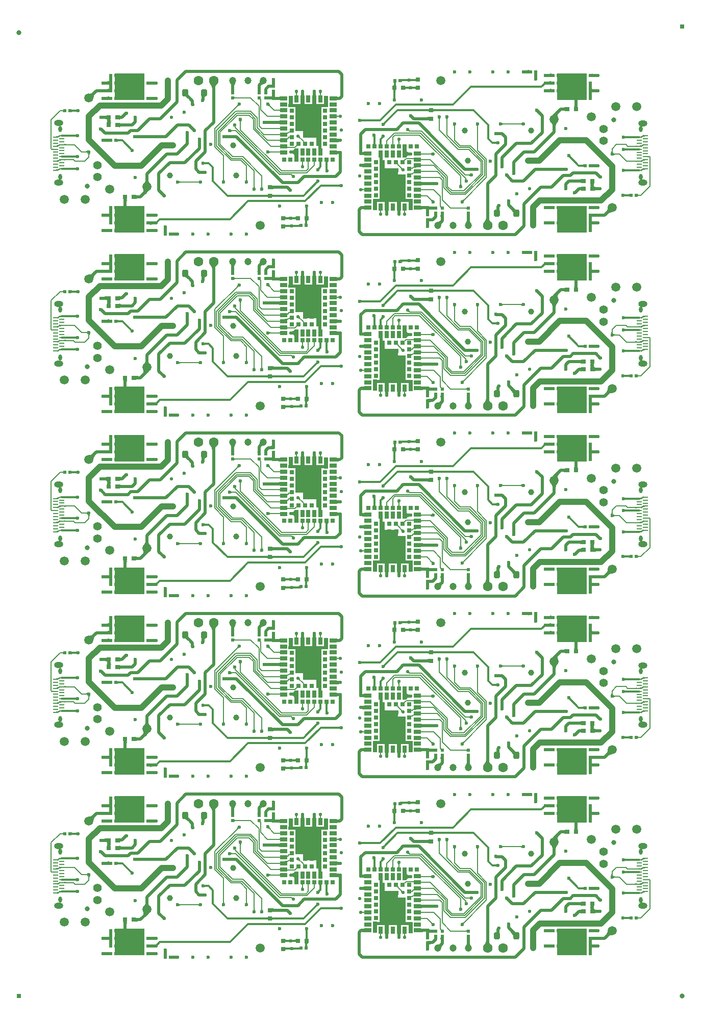
<source format=gbl>
G04*
G04 #@! TF.GenerationSoftware,Altium Limited,Altium Designer,21.6.4 (81)*
G04*
G04 Layer_Physical_Order=4*
G04 Layer_Color=16711680*
%FSLAX43Y43*%
%MOMM*%
G71*
G04*
G04 #@! TF.SameCoordinates,07C235E3-D0D3-4C9F-B76D-DFC27EE1DA73*
G04*
G04*
G04 #@! TF.FilePolarity,Positive*
G04*
G01*
G75*
%ADD10C,0.800*%
%ADD11R,0.800X0.800*%
%ADD12C,1.000*%
G04:AMPARAMS|DCode=13|XSize=1mm|YSize=1.2mm|CornerRadius=0mm|HoleSize=0mm|Usage=FLASHONLY|Rotation=0.000|XOffset=0mm|YOffset=0mm|HoleType=Round|Shape=Octagon|*
%AMOCTAGOND13*
4,1,8,-0.250,0.600,0.250,0.600,0.500,0.350,0.500,-0.350,0.250,-0.600,-0.250,-0.600,-0.500,-0.350,-0.500,0.350,-0.250,0.600,0.0*
%
%ADD13OCTAGOND13*%

G04:AMPARAMS|DCode=14|XSize=1mm|YSize=1.2mm|CornerRadius=0.25mm|HoleSize=0mm|Usage=FLASHONLY|Rotation=0.000|XOffset=0mm|YOffset=0mm|HoleType=Round|Shape=RoundedRectangle|*
%AMROUNDEDRECTD14*
21,1,1.000,0.700,0,0,0.0*
21,1,0.500,1.200,0,0,0.0*
1,1,0.500,0.250,-0.350*
1,1,0.500,-0.250,-0.350*
1,1,0.500,-0.250,0.350*
1,1,0.500,0.250,0.350*
%
%ADD14ROUNDEDRECTD14*%
G04:AMPARAMS|DCode=18|XSize=0.75mm|YSize=0.75mm|CornerRadius=0.075mm|HoleSize=0mm|Usage=FLASHONLY|Rotation=270.000|XOffset=0mm|YOffset=0mm|HoleType=Round|Shape=RoundedRectangle|*
%AMROUNDEDRECTD18*
21,1,0.750,0.600,0,0,270.0*
21,1,0.600,0.750,0,0,270.0*
1,1,0.150,-0.300,-0.300*
1,1,0.150,-0.300,0.300*
1,1,0.150,0.300,0.300*
1,1,0.150,0.300,-0.300*
%
%ADD18ROUNDEDRECTD18*%
%ADD19R,0.550X0.550*%
G04:AMPARAMS|DCode=23|XSize=0.55mm|YSize=0.55mm|CornerRadius=0.055mm|HoleSize=0mm|Usage=FLASHONLY|Rotation=90.000|XOffset=0mm|YOffset=0mm|HoleType=Round|Shape=RoundedRectangle|*
%AMROUNDEDRECTD23*
21,1,0.550,0.440,0,0,90.0*
21,1,0.440,0.550,0,0,90.0*
1,1,0.110,0.220,0.220*
1,1,0.110,0.220,-0.220*
1,1,0.110,-0.220,-0.220*
1,1,0.110,-0.220,0.220*
%
%ADD23ROUNDEDRECTD23*%
%ADD24R,0.750X0.800*%
%ADD29C,0.500*%
%ADD30C,0.300*%
%ADD31C,0.150*%
%ADD32C,1.000*%
%ADD33C,0.127*%
%ADD34C,1.500*%
%ADD35O,1.500X1.000*%
%ADD36O,0.600X1.000*%
%ADD37C,1.600*%
%ADD38C,1.400*%
%ADD39C,1.200*%
%ADD40C,0.550*%
%ADD41C,0.600*%
%ADD57R,0.850X0.270*%
%ADD58R,1.150X0.700*%
%ADD59R,0.700X1.150*%
%ADD60R,0.700X0.700*%
%ADD61R,0.700X0.700*%
%ADD62R,0.550X0.550*%
G04:AMPARAMS|DCode=63|XSize=0.55mm|YSize=0.55mm|CornerRadius=0.055mm|HoleSize=0mm|Usage=FLASHONLY|Rotation=0.000|XOffset=0mm|YOffset=0mm|HoleType=Round|Shape=RoundedRectangle|*
%AMROUNDEDRECTD63*
21,1,0.550,0.440,0,0,0.0*
21,1,0.440,0.550,0,0,0.0*
1,1,0.110,0.220,-0.220*
1,1,0.110,-0.220,-0.220*
1,1,0.110,-0.220,0.220*
1,1,0.110,0.220,0.220*
%
%ADD63ROUNDEDRECTD63*%
%ADD64C,0.200*%
%ADD65R,0.700X1.500*%
%ADD66R,6.600X0.600*%
%ADD67R,0.600X2.600*%
%ADD68R,0.800X2.100*%
%ADD69R,0.900X2.500*%
%ADD70R,1.600X4.400*%
%ADD71R,3.100X5.500*%
%ADD72R,0.700X1.900*%
%ADD73R,0.800X1.800*%
%ADD74R,5.000X4.400*%
G04:AMPARAMS|DCode=75|XSize=1mm|YSize=1.2mm|CornerRadius=0.25mm|HoleSize=0mm|Usage=FLASHONLY|Rotation=360.000|XOffset=0mm|YOffset=0mm|HoleType=Round|Shape=RoundedRectangle|*
%AMROUNDEDRECTD75*
21,1,1.000,0.700,0,0,360.0*
21,1,0.500,1.200,0,0,360.0*
1,1,0.500,0.250,-0.350*
1,1,0.500,-0.250,-0.350*
1,1,0.500,-0.250,0.350*
1,1,0.500,0.250,0.350*
%
%ADD75ROUNDEDRECTD75*%
G04:AMPARAMS|DCode=76|XSize=1mm|YSize=1.2mm|CornerRadius=0mm|HoleSize=0mm|Usage=FLASHONLY|Rotation=360.000|XOffset=0mm|YOffset=0mm|HoleType=Round|Shape=Octagon|*
%AMOCTAGOND76*
4,1,8,-0.250,0.600,0.250,0.600,0.500,0.350,0.500,-0.350,0.250,-0.600,-0.250,-0.600,-0.500,-0.350,-0.500,0.350,-0.250,0.600,0.0*
%
%ADD76OCTAGOND76*%

G04:AMPARAMS|DCode=77|XSize=0.55mm|YSize=0.55mm|CornerRadius=0.055mm|HoleSize=0mm|Usage=FLASHONLY|Rotation=360.000|XOffset=0mm|YOffset=0mm|HoleType=Round|Shape=RoundedRectangle|*
%AMROUNDEDRECTD77*
21,1,0.550,0.440,0,0,360.0*
21,1,0.440,0.550,0,0,360.0*
1,1,0.110,0.220,-0.220*
1,1,0.110,-0.220,-0.220*
1,1,0.110,-0.220,0.220*
1,1,0.110,0.220,0.220*
%
%ADD77ROUNDEDRECTD77*%
G36*
X89615Y158240D02*
X89609Y158242D01*
X89594Y158244D01*
X89533Y158246D01*
X89111Y158250D01*
Y158750D01*
X89615Y158760D01*
Y158240D01*
D02*
G37*
G36*
X90983Y158234D02*
X90981Y158219D01*
X90979Y158158D01*
X90975Y157736D01*
X90475D01*
X90465Y158240D01*
X90985D01*
X90983Y158234D01*
D02*
G37*
G36*
X100091Y158163D02*
X100106Y158161D01*
X100167Y158158D01*
X100589Y158155D01*
Y157655D01*
X100085Y157645D01*
Y158165D01*
X100091Y158163D01*
D02*
G37*
G36*
X93315Y157645D02*
X93309Y157647D01*
X93294Y157649D01*
X93233Y157651D01*
X92811Y157655D01*
Y158155D01*
X93315Y158165D01*
Y157645D01*
D02*
G37*
G36*
X69940Y157299D02*
X69955Y157288D01*
X69972Y157279D01*
X69991Y157272D01*
X70013Y157265D01*
X70036Y157260D01*
X70062Y157255D01*
X70120Y157251D01*
X70152Y157250D01*
Y156950D01*
X70090Y156948D01*
X70062Y156945D01*
X70036Y156940D01*
X70013Y156935D01*
X69991Y156928D01*
X69972Y156921D01*
X69955Y156912D01*
X69940Y156901D01*
X69927Y156890D01*
X69713Y157100D01*
X69927Y157310D01*
X69940Y157299D01*
D02*
G37*
G36*
X69713Y157100D02*
X69498Y156890D01*
X69485Y156901D01*
X69470Y156912D01*
X69453Y156921D01*
X69434Y156928D01*
X69412Y156935D01*
X69389Y156940D01*
X69363Y156945D01*
X69335Y156948D01*
X69273Y156950D01*
Y157250D01*
X69305Y157251D01*
X69363Y157255D01*
X69389Y157260D01*
X69412Y157265D01*
X69434Y157272D01*
X69453Y157279D01*
X69470Y157288D01*
X69485Y157299D01*
X69498Y157310D01*
X69713Y157100D01*
D02*
G37*
G36*
X70848Y156848D02*
X70833Y156867D01*
X70813Y156885D01*
X70791Y156900D01*
X70764Y156913D01*
X70734Y156925D01*
X70700Y156934D01*
X70662Y156941D01*
X70621Y156946D01*
X70575Y156949D01*
X70527Y156950D01*
Y157250D01*
X70585Y157251D01*
X70637Y157256D01*
X70683Y157263D01*
X70723Y157274D01*
X70756Y157287D01*
X70784Y157304D01*
X70805Y157323D01*
X70819Y157346D01*
X70828Y157371D01*
X70830Y157400D01*
X70848Y156848D01*
D02*
G37*
G36*
X68500Y157268D02*
X68509Y157264D01*
X68524Y157261D01*
X68545Y157258D01*
X68605Y157253D01*
X68797Y157250D01*
Y156950D01*
X68740Y156948D01*
X68688Y156944D01*
X68643Y156936D01*
X68603Y156926D01*
X68570Y156912D01*
X68543Y156896D01*
X68522Y156876D01*
X68506Y156854D01*
X68497Y156828D01*
X68494Y156800D01*
X68497Y157272D01*
X68500Y157268D01*
D02*
G37*
G36*
X92300Y156385D02*
X92289Y156381D01*
X92272Y156371D01*
X92266Y156366D01*
X92297Y156335D01*
X92280Y156334D01*
X92262Y156331D01*
X92244Y156325D01*
X92224Y156317D01*
X92205Y156306D01*
X92184Y156293D01*
X92167Y156281D01*
X91911Y156034D01*
X91699Y156246D01*
X91982Y156559D01*
X91990Y156579D01*
X91996Y156597D01*
X91999Y156615D01*
X92000Y156632D01*
X92025Y156607D01*
X92050Y156635D01*
X92300Y156385D01*
D02*
G37*
G36*
X26691Y156893D02*
X26706Y156891D01*
X26767Y156889D01*
X27189Y156885D01*
Y156385D01*
X26685Y156375D01*
Y156895D01*
X26691Y156893D01*
D02*
G37*
G36*
X93303Y156363D02*
X93298Y156367D01*
X93283Y156371D01*
X93258Y156374D01*
X93178Y156380D01*
X92803Y156385D01*
Y156885D01*
X93303Y156907D01*
Y156363D01*
D02*
G37*
G36*
X67609Y156728D02*
X67584Y156719D01*
X67561Y156703D01*
X67541Y156682D01*
X67525Y156655D01*
X67511Y156622D01*
X67501Y156582D01*
X67493Y156537D01*
X67489Y156485D01*
X67488Y156462D01*
X67489Y156439D01*
X67493Y156388D01*
X67501Y156342D01*
X67511Y156303D01*
X67525Y156270D01*
X67541Y156242D01*
X67561Y156221D01*
X67584Y156206D01*
X67609Y156197D01*
X67637Y156194D01*
X67037D01*
X67066Y156197D01*
X67091Y156206D01*
X67114Y156221D01*
X67133Y156242D01*
X67150Y156270D01*
X67163Y156303D01*
X67174Y156342D01*
X67182Y156388D01*
X67186Y156439D01*
X67187Y156472D01*
X67187Y156485D01*
X67180Y156581D01*
X67174Y156620D01*
X67166Y156653D01*
X67157Y156680D01*
X67146Y156701D01*
X67133Y156716D01*
X67119Y156725D01*
X67103Y156728D01*
X67637Y156731D01*
X67609Y156728D01*
D02*
G37*
G36*
X45534Y156400D02*
X45487Y156398D01*
X45440Y156392D01*
X45393Y156382D01*
X45347Y156366D01*
X45301Y156347D01*
X45255Y156323D01*
X45210Y156295D01*
X45165Y156262D01*
X45121Y156225D01*
X45077Y156183D01*
X44723Y156537D01*
X44765Y156581D01*
X44802Y156625D01*
X44835Y156670D01*
X44863Y156715D01*
X44887Y156761D01*
X44906Y156807D01*
X44922Y156853D01*
X44932Y156900D01*
X44938Y156947D01*
X44940Y156994D01*
X45534Y156400D01*
D02*
G37*
G36*
X40848Y156537D02*
X40819Y156499D01*
X40793Y156459D01*
X40771Y156415D01*
X40752Y156369D01*
X40737Y156320D01*
X40725Y156268D01*
X40717Y156213D01*
X40712Y156155D01*
X40710Y156095D01*
X40210D01*
X40208Y156155D01*
X40203Y156213D01*
X40195Y156268D01*
X40183Y156320D01*
X40167Y156369D01*
X40149Y156415D01*
X40127Y156459D01*
X40101Y156499D01*
X40072Y156537D01*
X40040Y156572D01*
X40880D01*
X40848Y156537D01*
D02*
G37*
G36*
X47460Y156385D02*
X46940D01*
Y155865D01*
X46937Y155862D01*
X46924Y155860D01*
X46901Y155857D01*
X46777Y155852D01*
X46477Y155850D01*
X46426Y156350D01*
X46521Y156350D01*
X46932Y156378D01*
X46940Y156385D01*
X46942Y156391D01*
X46944Y156406D01*
X46946Y156467D01*
X46950Y156889D01*
X47450D01*
X47460Y156385D01*
D02*
G37*
G36*
X37771Y156367D02*
X37718Y156305D01*
X37672Y156241D01*
X37632Y156176D01*
X37597Y156110D01*
X37570Y156042D01*
X37548Y155973D01*
X37532Y155904D01*
X37523Y155832D01*
X37520Y155760D01*
X37020D01*
X37017Y155832D01*
X37008Y155904D01*
X36992Y155973D01*
X36970Y156042D01*
X36943Y156110D01*
X36908Y156176D01*
X36868Y156241D01*
X36822Y156305D01*
X36769Y156367D01*
X36710Y156429D01*
X37830D01*
X37771Y156367D01*
D02*
G37*
G36*
X70177Y155999D02*
X70192Y155988D01*
X70209Y155979D01*
X70229Y155972D01*
X70250Y155965D01*
X70274Y155960D01*
X70299Y155955D01*
X70327Y155952D01*
X70390Y155950D01*
Y155650D01*
X70358Y155649D01*
X70299Y155645D01*
X70274Y155640D01*
X70250Y155635D01*
X70229Y155628D01*
X70209Y155621D01*
X70192Y155612D01*
X70177Y155601D01*
X70164Y155590D01*
Y156010D01*
X70177Y155999D01*
D02*
G37*
G36*
X69736Y155590D02*
X69723Y155601D01*
X69708Y155612D01*
X69691Y155621D01*
X69671Y155628D01*
X69650Y155635D01*
X69626Y155640D01*
X69601Y155645D01*
X69573Y155648D01*
X69510Y155650D01*
Y155950D01*
X69542Y155951D01*
X69601Y155955D01*
X69626Y155960D01*
X69650Y155965D01*
X69671Y155972D01*
X69691Y155979D01*
X69708Y155988D01*
X69723Y155999D01*
X69736Y156010D01*
Y155590D01*
D02*
G37*
G36*
X70830Y155500D02*
X70827Y155528D01*
X70818Y155554D01*
X70802Y155576D01*
X70781Y155596D01*
X70754Y155612D01*
X70721Y155626D01*
X70681Y155636D01*
X70636Y155644D01*
X70584Y155648D01*
X70527Y155650D01*
Y155950D01*
X70584Y155951D01*
X70636Y155956D01*
X70681Y155963D01*
X70721Y155974D01*
X70754Y155987D01*
X70781Y156004D01*
X70802Y156023D01*
X70818Y156046D01*
X70827Y156071D01*
X70830Y156099D01*
X70830Y155500D01*
D02*
G37*
G36*
X69072Y156071D02*
X69081Y156046D01*
X69096Y156023D01*
X69117Y156004D01*
X69145Y155987D01*
X69178Y155974D01*
X69217Y155963D01*
X69263Y155956D01*
X69314Y155951D01*
X69372Y155950D01*
Y155650D01*
X69314Y155648D01*
X69263Y155644D01*
X69217Y155636D01*
X69178Y155626D01*
X69145Y155612D01*
X69117Y155596D01*
X69096Y155576D01*
X69081Y155554D01*
X69072Y155528D01*
X69069Y155500D01*
Y156100D01*
X69072Y156071D01*
D02*
G37*
G36*
X45072Y155297D02*
X44528D01*
X44532Y155302D01*
X44536Y155317D01*
X44539Y155342D01*
X44545Y155422D01*
X44550Y155797D01*
X45050D01*
X45072Y155297D01*
D02*
G37*
G36*
X40732D02*
X40188D01*
X40192Y155302D01*
X40196Y155317D01*
X40199Y155342D01*
X40205Y155422D01*
X40210Y155797D01*
X40710D01*
X40732Y155297D01*
D02*
G37*
G36*
X46160Y155285D02*
X45640D01*
X45642Y155289D01*
X45644Y155299D01*
X45646Y155315D01*
X45650Y155401D01*
X45652Y155602D01*
X46152D01*
X46160Y155285D01*
D02*
G37*
G36*
X20433Y157639D02*
X20431Y157624D01*
X20429Y157563D01*
X20427Y157321D01*
X20435Y156895D01*
X19915D01*
Y156375D01*
X20435D01*
X20433Y156369D01*
X20431Y156354D01*
X20429Y156293D01*
X20427Y156051D01*
X20435Y155625D01*
X19915D01*
Y155105D01*
X19909Y155107D01*
X19894Y155109D01*
X19833Y155111D01*
X19411Y155115D01*
Y155615D01*
X19915Y155625D01*
X19917Y155631D01*
X19919Y155646D01*
X19921Y155707D01*
X19924Y155949D01*
X19915Y156375D01*
X19909Y156377D01*
X19894Y156379D01*
X19833Y156382D01*
X19411Y156385D01*
Y156885D01*
X19915Y156895D01*
X19917Y156901D01*
X19919Y156916D01*
X19921Y156977D01*
X19924Y157219D01*
X19915Y157645D01*
X20435D01*
X20433Y157639D01*
D02*
G37*
G36*
X93315Y155105D02*
X93309Y155107D01*
X93294Y155109D01*
X93233Y155111D01*
X92811Y155115D01*
Y155615D01*
X93315Y155625D01*
Y155105D01*
D02*
G37*
G36*
X67572Y155400D02*
X67546Y155391D01*
X67523Y155376D01*
X67504Y155355D01*
X67488Y155328D01*
X67474Y155295D01*
X67464Y155256D01*
X67456Y155211D01*
X67451Y155160D01*
X67450Y155103D01*
X67150D01*
X67148Y155160D01*
X67144Y155211D01*
X67136Y155256D01*
X67126Y155295D01*
X67113Y155328D01*
X67096Y155355D01*
X67076Y155376D01*
X67054Y155391D01*
X67029Y155400D01*
X67000Y155403D01*
X67600D01*
X67572Y155400D01*
D02*
G37*
G36*
X55170Y154981D02*
X55150Y154957D01*
X55133Y154934D01*
X55117Y154911D01*
X55104Y154888D01*
X55094Y154864D01*
X55086Y154841D01*
X55080Y154818D01*
X55076Y154794D01*
X55075Y154770D01*
X54925D01*
X54924Y154794D01*
X54920Y154818D01*
X54914Y154841D01*
X54906Y154864D01*
X54896Y154888D01*
X54883Y154911D01*
X54867Y154934D01*
X54850Y154957D01*
X54830Y154981D01*
X54807Y155004D01*
X55193D01*
X55170Y154981D01*
D02*
G37*
G36*
X51168Y154979D02*
X51127Y154929D01*
X51110Y154905D01*
X51096Y154881D01*
X51084Y154858D01*
X51075Y154835D01*
X51069Y154812D01*
X51065Y154790D01*
X51063Y154767D01*
X50937D01*
X50935Y154790D01*
X50931Y154812D01*
X50925Y154835D01*
X50916Y154858D01*
X50904Y154881D01*
X50890Y154905D01*
X50873Y154929D01*
X50854Y154954D01*
X50832Y154979D01*
X50807Y155004D01*
X51193D01*
X51168Y154979D01*
D02*
G37*
G36*
X55076Y154693D02*
X55078Y154667D01*
X55082Y154644D01*
X55087Y154624D01*
X55094Y154607D01*
X55102Y154593D01*
X55112Y154583D01*
X55123Y154575D01*
X55136Y154570D01*
X55150Y154569D01*
X54850D01*
X54864Y154570D01*
X54877Y154575D01*
X54888Y154583D01*
X54898Y154593D01*
X54906Y154607D01*
X54913Y154624D01*
X54918Y154644D01*
X54922Y154667D01*
X54924Y154693D01*
X54925Y154722D01*
X55075D01*
X55076Y154693D01*
D02*
G37*
G36*
X51064Y154674D02*
X51066Y154652D01*
X51069Y154633D01*
X51074Y154616D01*
X51079Y154601D01*
X51086Y154590D01*
X51095Y154581D01*
X51104Y154574D01*
X51115Y154570D01*
X51127Y154569D01*
X50873D01*
X50885Y154570D01*
X50896Y154574D01*
X50905Y154581D01*
X50914Y154590D01*
X50921Y154601D01*
X50926Y154616D01*
X50931Y154633D01*
X50934Y154652D01*
X50936Y154674D01*
X50937Y154699D01*
X51063D01*
X51064Y154674D01*
D02*
G37*
G36*
X36029Y154508D02*
X35981Y154510D01*
X35939Y154497D01*
X35901Y154471D01*
X35869Y154432D01*
X35841Y154378D01*
X35819Y154311D01*
X35801Y154229D01*
X35789Y154134D01*
X35781Y154026D01*
X35779Y153903D01*
X35279Y154051D01*
X35278Y154147D01*
X35253Y154451D01*
X35242Y154507D01*
X35229Y154555D01*
X35214Y154595D01*
X35197Y154627D01*
X35178Y154652D01*
X36029Y154508D01*
D02*
G37*
G36*
X47456Y155008D02*
X47452Y154992D01*
X47448Y154966D01*
X47443Y154883D01*
X47438Y154506D01*
X46938Y154522D01*
X46940Y155015D01*
X47460D01*
X47456Y155008D01*
D02*
G37*
G36*
X100083Y156369D02*
X100081Y156354D01*
X100079Y156293D01*
X100076Y156051D01*
X100085Y155625D01*
X100091Y155623D01*
X100106Y155621D01*
X100167Y155618D01*
X100589Y155615D01*
Y155115D01*
X100085Y155105D01*
X100083Y155099D01*
X100081Y155084D01*
X100079Y155023D01*
X100076Y154781D01*
X100085Y154355D01*
X99565D01*
X99567Y154361D01*
X99569Y154376D01*
X99571Y154437D01*
X99574Y154679D01*
X99565Y155105D01*
X100085D01*
Y155625D01*
X99565D01*
X99567Y155631D01*
X99569Y155646D01*
X99571Y155707D01*
X99574Y155949D01*
X99565Y156375D01*
X100085D01*
X100083Y156369D01*
D02*
G37*
G36*
X17595Y154741D02*
X17548Y154690D01*
X17506Y154636D01*
X17468Y154580D01*
X17436Y154521D01*
X17409Y154459D01*
X17387Y154394D01*
X17370Y154326D01*
X17359Y154256D01*
X17352Y154183D01*
X17350Y154108D01*
X16608Y154850D01*
X16683Y154852D01*
X16756Y154859D01*
X16826Y154870D01*
X16894Y154887D01*
X16959Y154909D01*
X17021Y154936D01*
X17080Y154968D01*
X17136Y155006D01*
X17190Y155048D01*
X17241Y155095D01*
X17595Y154741D01*
D02*
G37*
G36*
X32996Y155067D02*
X32982Y155021D01*
X32982Y154968D01*
X32997Y154908D01*
X33025Y154841D01*
X33068Y154767D01*
X33125Y154685D01*
X33196Y154597D01*
X33380Y154398D01*
X33027Y154045D01*
X32924Y154144D01*
X32740Y154300D01*
X32658Y154357D01*
X32584Y154400D01*
X32517Y154428D01*
X32457Y154443D01*
X32404Y154443D01*
X32358Y154429D01*
X32320Y154401D01*
X33024Y155105D01*
X32996Y155067D01*
D02*
G37*
G36*
X40730Y154311D02*
X40735Y154298D01*
X40743Y154287D01*
X40753Y154277D01*
X40767Y154269D01*
X40784Y154262D01*
X40804Y154257D01*
X40827Y154253D01*
X40853Y154251D01*
X40882Y154250D01*
Y154100D01*
X40853Y154099D01*
X40827Y154097D01*
X40804Y154093D01*
X40784Y154088D01*
X40767Y154081D01*
X40753Y154073D01*
X40743Y154063D01*
X40735Y154052D01*
X40730Y154039D01*
X40729Y154025D01*
Y154325D01*
X40730Y154311D01*
D02*
G37*
G36*
X67451Y154208D02*
X67455Y154149D01*
X67460Y154124D01*
X67465Y154100D01*
X67472Y154079D01*
X67479Y154059D01*
X67488Y154042D01*
X67499Y154027D01*
X67510Y154014D01*
X67090D01*
X67101Y154027D01*
X67112Y154042D01*
X67121Y154059D01*
X67128Y154079D01*
X67135Y154100D01*
X67140Y154124D01*
X67145Y154149D01*
X67148Y154177D01*
X67150Y154240D01*
X67450D01*
X67451Y154208D01*
D02*
G37*
G36*
X46166Y154433D02*
X46181Y154431D01*
X46242Y154429D01*
X46664Y154425D01*
Y153925D01*
X46160Y153915D01*
Y154435D01*
X46166Y154433D01*
D02*
G37*
G36*
X26691Y154353D02*
X26706Y154351D01*
X26767Y154349D01*
X27189Y154345D01*
Y153845D01*
X26685Y153835D01*
Y154355D01*
X26691Y154353D01*
D02*
G37*
G36*
X19915Y153835D02*
X19909Y153837D01*
X19894Y153839D01*
X19833Y153842D01*
X19411Y153845D01*
Y154345D01*
X19915Y154355D01*
Y153835D01*
D02*
G37*
G36*
X57702Y154404D02*
X57717Y154387D01*
X57742Y154373D01*
X57777Y154360D01*
X57822Y154349D01*
X57877Y154341D01*
X57942Y154334D01*
X58102Y154326D01*
X58197Y154325D01*
Y153825D01*
X58102Y153824D01*
X57877Y153809D01*
X57822Y153801D01*
X57777Y153790D01*
X57742Y153777D01*
X57717Y153763D01*
X57702Y153746D01*
X57697Y153728D01*
Y154422D01*
X57702Y154404D01*
D02*
G37*
G36*
X48303Y153728D02*
X48298Y153746D01*
X48283Y153763D01*
X48258Y153777D01*
X48223Y153790D01*
X48178Y153801D01*
X48123Y153809D01*
X48058Y153816D01*
X47898Y153824D01*
X47803Y153825D01*
Y154325D01*
X47898Y154326D01*
X48123Y154341D01*
X48178Y154349D01*
X48223Y154360D01*
X48258Y154373D01*
X48283Y154387D01*
X48298Y154404D01*
X48303Y154422D01*
Y153728D01*
D02*
G37*
G36*
X46576Y153085D02*
X46582Y153018D01*
X46588Y152987D01*
X46595Y152958D01*
X46605Y152932D01*
X46616Y152907D01*
X46629Y152884D01*
X46644Y152864D01*
X46661Y152845D01*
X46555Y152739D01*
X46536Y152756D01*
X46516Y152771D01*
X46493Y152784D01*
X46468Y152795D01*
X46442Y152805D01*
X46413Y152812D01*
X46382Y152818D01*
X46350Y152822D01*
X46315Y152825D01*
X46278Y152825D01*
X46575Y153122D01*
X46576Y153085D01*
D02*
G37*
G36*
X41497Y152800D02*
X41460Y152800D01*
X41393Y152793D01*
X41362Y152787D01*
X41333Y152780D01*
X41307Y152770D01*
X41282Y152759D01*
X41259Y152746D01*
X41239Y152731D01*
X41220Y152714D01*
X41114Y152820D01*
X41131Y152839D01*
X41146Y152859D01*
X41159Y152882D01*
X41170Y152907D01*
X41180Y152933D01*
X41187Y152962D01*
X41193Y152993D01*
X41197Y153025D01*
X41200Y153060D01*
X41200Y153097D01*
X41497Y152800D01*
D02*
G37*
G36*
X97651Y153102D02*
X97670Y152877D01*
X97680Y152822D01*
X97694Y152777D01*
X97710Y152742D01*
X97728Y152717D01*
X97749Y152702D01*
X97772Y152697D01*
X97028D01*
X97051Y152702D01*
X97072Y152717D01*
X97090Y152742D01*
X97106Y152777D01*
X97120Y152822D01*
X97130Y152877D01*
X97139Y152942D01*
X97149Y153102D01*
X97150Y153197D01*
X97650D01*
X97651Y153102D01*
D02*
G37*
G36*
X48306Y151925D02*
X48305Y151939D01*
X48300Y151952D01*
X48292Y151963D01*
X48282Y151973D01*
X48268Y151981D01*
X48251Y151988D01*
X48231Y151993D01*
X48208Y151997D01*
X48182Y151999D01*
X48153Y152000D01*
Y152150D01*
X48182Y152151D01*
X48208Y152153D01*
X48231Y152157D01*
X48251Y152162D01*
X48268Y152169D01*
X48282Y152177D01*
X48292Y152187D01*
X48300Y152198D01*
X48305Y152211D01*
X48306Y152225D01*
Y151925D01*
D02*
G37*
G36*
X95628Y151903D02*
X95623Y151931D01*
X95608Y151956D01*
X95583Y151978D01*
X95548Y151997D01*
X95503Y152013D01*
X95448Y152026D01*
X95383Y152037D01*
X95308Y152044D01*
X95128Y152050D01*
Y152550D01*
X95223Y152551D01*
X95383Y152563D01*
X95448Y152574D01*
X95503Y152587D01*
X95548Y152603D01*
X95583Y152622D01*
X95608Y152644D01*
X95623Y152669D01*
X95628Y152697D01*
Y151903D01*
D02*
G37*
G36*
X12306Y151850D02*
X12305Y151864D01*
X12300Y151877D01*
X12292Y151888D01*
X12282Y151898D01*
X12268Y151906D01*
X12251Y151913D01*
X12231Y151918D01*
X12208Y151922D01*
X12182Y151924D01*
X12153Y151925D01*
Y152075D01*
X12182Y152076D01*
X12208Y152078D01*
X12231Y152082D01*
X12251Y152087D01*
X12268Y152094D01*
X12282Y152102D01*
X12292Y152112D01*
X12300Y152123D01*
X12305Y152136D01*
X12306Y152150D01*
Y151850D01*
D02*
G37*
G36*
X73773Y152371D02*
X73782Y152346D01*
X73798Y152323D01*
X73819Y152304D01*
X73846Y152287D01*
X73879Y152274D01*
X73919Y152263D01*
X73964Y152256D01*
X74016Y152251D01*
X74073Y152250D01*
Y151950D01*
X74016Y151949D01*
X73964Y151944D01*
X73919Y151937D01*
X73879Y151926D01*
X73846Y151913D01*
X73819Y151896D01*
X73798Y151877D01*
X73782Y151854D01*
X73773Y151829D01*
X73770Y151801D01*
X73770Y152400D01*
X73773Y152371D01*
D02*
G37*
G36*
X73030Y151800D02*
X73027Y151828D01*
X73018Y151854D01*
X73002Y151876D01*
X72981Y151896D01*
X72954Y151912D01*
X72921Y151926D01*
X72881Y151936D01*
X72836Y151944D01*
X72784Y151948D01*
X72727Y151950D01*
Y152250D01*
X72784Y152251D01*
X72836Y152256D01*
X72881Y152263D01*
X72921Y152274D01*
X72954Y152287D01*
X72981Y152304D01*
X73002Y152323D01*
X73018Y152346D01*
X73027Y152371D01*
X73030Y152399D01*
X73030Y151800D01*
D02*
G37*
G36*
X14586Y151790D02*
X14573Y151801D01*
X14558Y151812D01*
X14541Y151821D01*
X14521Y151828D01*
X14500Y151835D01*
X14476Y151840D01*
X14451Y151845D01*
X14423Y151848D01*
X14360Y151850D01*
Y152150D01*
X14392Y152151D01*
X14451Y152155D01*
X14476Y152160D01*
X14500Y152165D01*
X14521Y152172D01*
X14541Y152179D01*
X14558Y152188D01*
X14573Y152199D01*
X14586Y152210D01*
Y151790D01*
D02*
G37*
G36*
X13700Y152249D02*
X13709Y152228D01*
X13724Y152210D01*
X13745Y152194D01*
X13772Y152180D01*
X13805Y152170D01*
X13844Y152161D01*
X13889Y152155D01*
X13940Y152151D01*
X13997Y152150D01*
Y151850D01*
X13940Y151849D01*
X13844Y151839D01*
X13805Y151831D01*
X13772Y151820D01*
X13745Y151806D01*
X13724Y151790D01*
X13709Y151772D01*
X13700Y151751D01*
X13697Y151728D01*
Y152272D01*
X13700Y152249D01*
D02*
G37*
G36*
X94511Y151557D02*
X94461Y151503D01*
X94419Y151449D01*
X94387Y151395D01*
X94364Y151341D01*
X94350Y151289D01*
X94345Y151236D01*
X94348Y151184D01*
X94361Y151132D01*
X94383Y151081D01*
X94414Y151030D01*
X93429Y151252D01*
X93465Y151274D01*
X93506Y151304D01*
X93610Y151389D01*
X93815Y151575D01*
X94079Y151832D01*
X94511Y151557D01*
D02*
G37*
G36*
X57695Y151211D02*
X57700Y151198D01*
X57708Y151187D01*
X57718Y151177D01*
X57732Y151169D01*
X57749Y151162D01*
X57769Y151157D01*
X57792Y151153D01*
X57818Y151151D01*
X57847Y151150D01*
Y151000D01*
X57818Y150999D01*
X57792Y150997D01*
X57769Y150993D01*
X57749Y150988D01*
X57732Y150981D01*
X57718Y150973D01*
X57708Y150963D01*
X57700Y150952D01*
X57695Y150939D01*
X57694Y150925D01*
Y151225D01*
X57695Y151211D01*
D02*
G37*
G36*
X48306Y150925D02*
X48305Y150939D01*
X48300Y150952D01*
X48292Y150963D01*
X48282Y150973D01*
X48268Y150981D01*
X48251Y150988D01*
X48231Y150993D01*
X48208Y150997D01*
X48182Y150999D01*
X48153Y151000D01*
Y151150D01*
X48182Y151151D01*
X48208Y151153D01*
X48231Y151157D01*
X48251Y151162D01*
X48268Y151169D01*
X48282Y151177D01*
X48292Y151187D01*
X48300Y151198D01*
X48305Y151211D01*
X48306Y151225D01*
Y150925D01*
D02*
G37*
G36*
X58129Y150883D02*
X58106Y150905D01*
X58082Y150925D01*
X58059Y150942D01*
X58036Y150958D01*
X58013Y150971D01*
X57989Y150981D01*
X57966Y150989D01*
X57943Y150995D01*
X57919Y150999D01*
X57895Y151000D01*
Y151150D01*
X57919Y151151D01*
X57943Y151155D01*
X57966Y151161D01*
X57989Y151169D01*
X58013Y151179D01*
X58036Y151192D01*
X58059Y151208D01*
X58082Y151225D01*
X58106Y151245D01*
X58129Y151268D01*
Y150883D01*
D02*
G37*
G36*
X76164Y150759D02*
X76121Y150707D01*
X76104Y150681D01*
X76089Y150656D01*
X76077Y150630D01*
X76067Y150605D01*
X76060Y150579D01*
X76056Y150554D01*
X76055Y150530D01*
X75905D01*
X75904Y150554D01*
X75900Y150579D01*
X75893Y150605D01*
X75883Y150630D01*
X75871Y150656D01*
X75856Y150681D01*
X75839Y150707D01*
X75819Y150733D01*
X75796Y150759D01*
X75770Y150786D01*
X76190D01*
X76164Y150759D01*
D02*
G37*
G36*
X74894D02*
X74851Y150707D01*
X74834Y150681D01*
X74819Y150656D01*
X74807Y150630D01*
X74797Y150605D01*
X74790Y150579D01*
X74786Y150554D01*
X74785Y150530D01*
X74635D01*
X74634Y150554D01*
X74630Y150579D01*
X74623Y150605D01*
X74613Y150630D01*
X74601Y150656D01*
X74586Y150681D01*
X74569Y150707D01*
X74549Y150733D01*
X74526Y150759D01*
X74500Y150786D01*
X74920D01*
X74894Y150759D01*
D02*
G37*
G36*
X21676Y151280D02*
X21689Y151259D01*
X21711Y151242D01*
X21742Y151226D01*
X21781Y151213D01*
X21829Y151203D01*
X21885Y151195D01*
X21950Y151189D01*
X22107Y151184D01*
Y150684D01*
X22024Y150682D01*
X21885Y150668D01*
X21829Y150656D01*
X21781Y150640D01*
X21742Y150621D01*
X21711Y150598D01*
X21689Y150571D01*
X21676Y150541D01*
X21672Y150508D01*
Y151302D01*
X21676Y151280D01*
D02*
G37*
G36*
X73048Y150348D02*
X73031Y150367D01*
X73005Y150385D01*
X72973Y150400D01*
X72932Y150413D01*
X72884Y150425D01*
X72828Y150434D01*
X72693Y150446D01*
X72527Y150450D01*
Y150950D01*
X72613Y150951D01*
X72828Y150966D01*
X72884Y150975D01*
X72932Y150987D01*
X72973Y151000D01*
X73005Y151015D01*
X73031Y151033D01*
X73048Y151052D01*
Y150348D01*
D02*
G37*
G36*
X61727Y150599D02*
X61742Y150588D01*
X61759Y150579D01*
X61779Y150572D01*
X61800Y150565D01*
X61824Y150560D01*
X61849Y150555D01*
X61877Y150552D01*
X61940Y150550D01*
Y150250D01*
X61908Y150249D01*
X61849Y150245D01*
X61824Y150240D01*
X61800Y150235D01*
X61779Y150228D01*
X61759Y150221D01*
X61742Y150212D01*
X61727Y150201D01*
X61714Y150190D01*
Y150610D01*
X61727Y150599D01*
D02*
G37*
G36*
X41906Y150362D02*
X41865Y150305D01*
X41849Y150277D01*
X41835Y150250D01*
X41824Y150223D01*
X41815Y150198D01*
X41809Y150172D01*
X41805Y150148D01*
X41804Y150124D01*
X41654Y150109D01*
X41652Y150134D01*
X41648Y150159D01*
X41641Y150184D01*
X41631Y150209D01*
X41618Y150233D01*
X41603Y150258D01*
X41584Y150282D01*
X41563Y150305D01*
X41539Y150329D01*
X41511Y150352D01*
X41930Y150392D01*
X41906Y150362D01*
D02*
G37*
G36*
X19528Y150508D02*
X19650D01*
X19650Y150532D01*
X20150D01*
X20150Y150508D01*
X20272D01*
X20249Y150503D01*
X20228Y150488D01*
X20210Y150463D01*
X20194Y150428D01*
X20180Y150383D01*
X20170Y150328D01*
X20164Y150284D01*
X20170Y150212D01*
X20180Y150157D01*
X20194Y150112D01*
X20210Y150077D01*
X20228Y150052D01*
X20249Y150037D01*
X20272Y150032D01*
X20150D01*
X20150Y150008D01*
X19650D01*
X19650Y150032D01*
X19528D01*
X19551Y150037D01*
X19572Y150052D01*
X19590Y150077D01*
X19606Y150112D01*
X19620Y150157D01*
X19630Y150212D01*
X19636Y150256D01*
X19630Y150328D01*
X19620Y150383D01*
X19606Y150428D01*
X19590Y150463D01*
X19572Y150488D01*
X19551Y150503D01*
X19528Y150508D01*
X19523Y150536D01*
X19508Y150561D01*
X19483Y150583D01*
X19448Y150602D01*
X19403Y150618D01*
X19348Y150632D01*
X19283Y150642D01*
X19208Y150649D01*
X19028Y150655D01*
Y151155D01*
X19123Y151156D01*
X19283Y151168D01*
X19348Y151179D01*
X19403Y151192D01*
X19448Y151208D01*
X19483Y151227D01*
X19508Y151249D01*
X19523Y151274D01*
X19528Y151302D01*
Y150508D01*
D02*
G37*
G36*
X48303Y149728D02*
X48298Y149746D01*
X48283Y149763D01*
X48258Y149777D01*
X48223Y149790D01*
X48178Y149801D01*
X48123Y149809D01*
X48058Y149816D01*
X47898Y149824D01*
X47803Y149825D01*
Y150325D01*
X47898Y150326D01*
X48123Y150341D01*
X48178Y150349D01*
X48223Y150360D01*
X48258Y150373D01*
X48283Y150387D01*
X48298Y150404D01*
X48303Y150422D01*
Y149728D01*
D02*
G37*
G36*
X65817Y149905D02*
X65795Y149882D01*
X65757Y149837D01*
X65742Y149816D01*
X65729Y149795D01*
X65718Y149776D01*
X65710Y149756D01*
X65704Y149738D01*
X65701Y149720D01*
X65700Y149703D01*
X65403Y150000D01*
X65420Y150001D01*
X65438Y150004D01*
X65456Y150010D01*
X65476Y150018D01*
X65495Y150029D01*
X65516Y150042D01*
X65537Y150057D01*
X65559Y150075D01*
X65605Y150117D01*
X65817Y149905D01*
D02*
G37*
G36*
X88466Y149620D02*
X88439Y149646D01*
X88387Y149689D01*
X88361Y149706D01*
X88336Y149721D01*
X88310Y149733D01*
X88285Y149743D01*
X88259Y149750D01*
X88234Y149754D01*
X88210Y149755D01*
Y149905D01*
X88234Y149906D01*
X88259Y149910D01*
X88285Y149917D01*
X88310Y149927D01*
X88336Y149939D01*
X88361Y149954D01*
X88387Y149971D01*
X88413Y149991D01*
X88439Y150014D01*
X88466Y150040D01*
Y149620D01*
D02*
G37*
G36*
X85111Y150014D02*
X85163Y149971D01*
X85189Y149954D01*
X85214Y149939D01*
X85240Y149927D01*
X85265Y149917D01*
X85291Y149910D01*
X85316Y149906D01*
X85340Y149905D01*
Y149755D01*
X85316Y149754D01*
X85291Y149750D01*
X85265Y149743D01*
X85240Y149733D01*
X85214Y149721D01*
X85189Y149706D01*
X85163Y149689D01*
X85137Y149669D01*
X85111Y149646D01*
X85084Y149620D01*
Y150040D01*
X85111Y150014D01*
D02*
G37*
G36*
X94273Y150010D02*
X94226Y149953D01*
X94185Y149895D01*
X94149Y149836D01*
X94119Y149774D01*
X94094Y149711D01*
X94075Y149647D01*
X94061Y149580D01*
X94053Y149512D01*
X94050Y149443D01*
X93550D01*
X93547Y149512D01*
X93539Y149580D01*
X93525Y149647D01*
X93506Y149711D01*
X93481Y149774D01*
X93451Y149836D01*
X93415Y149895D01*
X93374Y149953D01*
X93327Y150010D01*
X93275Y150064D01*
X94325D01*
X94273Y150010D01*
D02*
G37*
G36*
X81244Y149589D02*
X81201Y149537D01*
X81184Y149511D01*
X81169Y149486D01*
X81157Y149460D01*
X81147Y149435D01*
X81140Y149409D01*
X81136Y149384D01*
X81135Y149360D01*
X80985D01*
X80984Y149384D01*
X80980Y149409D01*
X80973Y149435D01*
X80963Y149460D01*
X80951Y149486D01*
X80936Y149511D01*
X80919Y149537D01*
X80899Y149563D01*
X80876Y149589D01*
X80850Y149616D01*
X81270D01*
X81244Y149589D01*
D02*
G37*
G36*
X77434D02*
X77391Y149537D01*
X77374Y149511D01*
X77359Y149486D01*
X77347Y149460D01*
X77337Y149435D01*
X77330Y149409D01*
X77326Y149384D01*
X77325Y149360D01*
X77175D01*
X77174Y149384D01*
X77170Y149409D01*
X77163Y149435D01*
X77153Y149460D01*
X77141Y149486D01*
X77126Y149511D01*
X77109Y149537D01*
X77089Y149563D01*
X77066Y149589D01*
X77040Y149616D01*
X77460D01*
X77434Y149589D01*
D02*
G37*
G36*
X40952Y149375D02*
X40947Y149369D01*
X40943Y149360D01*
X40939Y149350D01*
X40936Y149337D01*
X40933Y149323D01*
X40931Y149307D01*
X40929Y149268D01*
X40929Y149246D01*
X40779D01*
X40778Y149263D01*
X40775Y149291D01*
X40773Y149303D01*
X40770Y149313D01*
X40766Y149322D01*
X40761Y149329D01*
X40756Y149335D01*
X40749Y149338D01*
X40743Y149341D01*
X40957Y149380D01*
X40952Y149375D01*
D02*
G37*
G36*
X21677Y150004D02*
X21692Y149979D01*
X21717Y149957D01*
X21752Y149938D01*
X21797Y149922D01*
X21852Y149909D01*
X21917Y149898D01*
X21992Y149891D01*
X22172Y149885D01*
Y149385D01*
X22077Y149384D01*
X21917Y149372D01*
X21852Y149361D01*
X21797Y149348D01*
X21752Y149332D01*
X21717Y149313D01*
X21692Y149291D01*
X21677Y149266D01*
X21672Y149238D01*
Y150032D01*
X21677Y150004D01*
D02*
G37*
G36*
X48306Y148925D02*
X48305Y148939D01*
X48300Y148952D01*
X48292Y148963D01*
X48282Y148973D01*
X48268Y148981D01*
X48251Y148988D01*
X48231Y148993D01*
X48208Y148997D01*
X48182Y148999D01*
X48153Y149000D01*
Y149150D01*
X48182Y149151D01*
X48208Y149153D01*
X48231Y149157D01*
X48251Y149162D01*
X48268Y149169D01*
X48282Y149177D01*
X48292Y149187D01*
X48300Y149198D01*
X48305Y149211D01*
X48306Y149225D01*
Y148925D01*
D02*
G37*
G36*
X69772Y148847D02*
X69773Y148823D01*
X69775Y148799D01*
X69780Y148776D01*
X69787Y148754D01*
X69796Y148732D01*
X69807Y148711D01*
X69820Y148691D01*
X69836Y148672D01*
X69853Y148653D01*
X69747Y148547D01*
X69728Y148564D01*
X69709Y148580D01*
X69688Y148593D01*
X69668Y148604D01*
X69646Y148613D01*
X69624Y148620D01*
X69601Y148625D01*
X69577Y148627D01*
X69552Y148628D01*
X69527Y148626D01*
X69774Y148873D01*
X69772Y148847D01*
D02*
G37*
G36*
X40141Y148869D02*
X40193Y148826D01*
X40219Y148809D01*
X40244Y148794D01*
X40270Y148782D01*
X40295Y148772D01*
X40321Y148765D01*
X40346Y148761D01*
X40370Y148760D01*
Y148610D01*
X40346Y148609D01*
X40321Y148605D01*
X40295Y148598D01*
X40270Y148588D01*
X40244Y148576D01*
X40219Y148561D01*
X40193Y148544D01*
X40167Y148524D01*
X40141Y148501D01*
X40114Y148475D01*
Y148895D01*
X40141Y148869D01*
D02*
G37*
G36*
X49903Y148378D02*
X49902Y148386D01*
X49898Y148393D01*
X49892Y148400D01*
X49884Y148405D01*
X49873Y148410D01*
X49860Y148414D01*
X49845Y148417D01*
X49827Y148419D01*
X49807Y148420D01*
X49784Y148420D01*
Y148547D01*
X49807Y148548D01*
X49828Y148550D01*
X49846Y148552D01*
X49862Y148556D01*
X49875Y148561D01*
X49886Y148567D01*
X49895Y148575D01*
X49901Y148583D01*
X49905Y148592D01*
X49906Y148603D01*
X49903Y148378D01*
D02*
G37*
G36*
X49445Y148375D02*
X49449Y148365D01*
X49455Y148357D01*
X49463Y148350D01*
X49474Y148344D01*
X49488Y148339D01*
X49504Y148335D01*
X49522Y148332D01*
X49543Y148330D01*
X49566Y148330D01*
Y148203D01*
X49543Y148202D01*
X49522Y148200D01*
X49504Y148198D01*
X49488Y148194D01*
X49474Y148189D01*
X49463Y148183D01*
X49455Y148175D01*
X49449Y148167D01*
X49445Y148158D01*
X49444Y148147D01*
Y148385D01*
X49445Y148375D01*
D02*
G37*
G36*
X48306Y147925D02*
X48305Y147939D01*
X48300Y147952D01*
X48292Y147963D01*
X48282Y147973D01*
X48268Y147981D01*
X48251Y147988D01*
X48231Y147993D01*
X48208Y147997D01*
X48182Y147999D01*
X48153Y148000D01*
Y148150D01*
X48182Y148151D01*
X48208Y148153D01*
X48231Y148157D01*
X48251Y148162D01*
X48268Y148169D01*
X48282Y148177D01*
X48292Y148187D01*
X48300Y148198D01*
X48305Y148211D01*
X48306Y148225D01*
Y147925D01*
D02*
G37*
G36*
X11771Y147944D02*
X11804Y147948D01*
X11979Y147978D01*
X11989Y147982D01*
X11995Y147986D01*
X12018Y147768D01*
X12047Y147747D01*
X12026Y147758D01*
X12019Y147760D01*
X12020Y147752D01*
X12013Y147755D01*
X12003Y147757D01*
X11989Y147758D01*
X11971Y147758D01*
X11924Y147757D01*
X11850Y147750D01*
X11848Y147750D01*
X11799Y147735D01*
X11685Y147693D01*
X11642Y147674D01*
X11620Y147663D01*
X11589Y147646D01*
X11561Y147629D01*
X11538Y147611D01*
X11518Y147593D01*
X11501Y147575D01*
X11488Y147556D01*
X11479Y147537D01*
X11474Y147517D01*
X11472Y147497D01*
X11103Y147758D01*
X11124Y147747D01*
X11150Y147740D01*
X11180Y147738D01*
X11215Y147740D01*
X11256Y147747D01*
X11301Y147757D01*
X11351Y147772D01*
X11465Y147815D01*
X11508Y147834D01*
X11530Y147845D01*
X11561Y147862D01*
X11589Y147879D01*
X11612Y147897D01*
X11632Y147915D01*
X11649Y147933D01*
X11662Y147952D01*
X11671Y147971D01*
X11676Y147991D01*
X11678Y148011D01*
X11771Y147944D01*
D02*
G37*
G36*
X108897Y147742D02*
X108876Y147753D01*
X108850Y147760D01*
X108820Y147762D01*
X108785Y147760D01*
X108744Y147753D01*
X108699Y147743D01*
X108649Y147728D01*
X108535Y147685D01*
X108492Y147666D01*
X108470Y147655D01*
X108439Y147638D01*
X108411Y147621D01*
X108388Y147603D01*
X108368Y147585D01*
X108351Y147567D01*
X108338Y147548D01*
X108329Y147529D01*
X108324Y147509D01*
X108322Y147489D01*
X108229Y147556D01*
X108196Y147552D01*
X108021Y147522D01*
X108011Y147518D01*
X108005Y147514D01*
X107982Y147732D01*
X107953Y147753D01*
X107974Y147742D01*
X107981Y147740D01*
X107980Y147748D01*
X107987Y147745D01*
X107997Y147743D01*
X108011Y147742D01*
X108029Y147742D01*
X108076Y147743D01*
X108150Y147750D01*
X108152Y147750D01*
X108201Y147765D01*
X108315Y147807D01*
X108358Y147826D01*
X108380Y147837D01*
X108411Y147854D01*
X108439Y147871D01*
X108462Y147889D01*
X108482Y147907D01*
X108499Y147925D01*
X108512Y147944D01*
X108521Y147963D01*
X108526Y147983D01*
X108528Y148003D01*
X108897Y147742D01*
D02*
G37*
G36*
X14486Y147669D02*
X14473Y147680D01*
X14458Y147691D01*
X14441Y147700D01*
X14421Y147707D01*
X14400Y147714D01*
X14376Y147719D01*
X14351Y147724D01*
X14323Y147727D01*
X14260Y147729D01*
Y148029D01*
X14292Y148030D01*
X14351Y148034D01*
X14376Y148039D01*
X14400Y148044D01*
X14421Y148051D01*
X14441Y148058D01*
X14458Y148067D01*
X14473Y148078D01*
X14486Y148089D01*
X14486Y147669D01*
D02*
G37*
G36*
X64135Y147811D02*
X64127Y147796D01*
X64121Y147779D01*
X64115Y147759D01*
X64111Y147737D01*
X64107Y147714D01*
X64102Y147659D01*
X64100Y147596D01*
X63800Y147537D01*
X63799Y147569D01*
X63794Y147627D01*
X63789Y147652D01*
X63782Y147675D01*
X63774Y147695D01*
X63765Y147713D01*
X63754Y147729D01*
X63742Y147743D01*
X63729Y147754D01*
X64143Y147824D01*
X64135Y147811D01*
D02*
G37*
G36*
X49906Y147465D02*
X49905Y147475D01*
X49901Y147485D01*
X49895Y147493D01*
X49887Y147500D01*
X49876Y147506D01*
X49862Y147512D01*
X49846Y147515D01*
X49828Y147518D01*
X49807Y147520D01*
X49784Y147520D01*
Y147647D01*
X49807Y147648D01*
X49828Y147650D01*
X49846Y147652D01*
X49862Y147656D01*
X49876Y147661D01*
X49887Y147667D01*
X49895Y147675D01*
X49901Y147683D01*
X49905Y147692D01*
X49906Y147703D01*
Y147465D01*
D02*
G37*
G36*
X51575Y147762D02*
X51581Y147698D01*
X51586Y147669D01*
X51593Y147642D01*
X51601Y147618D01*
X51611Y147595D01*
X51623Y147574D01*
X51636Y147556D01*
X51651Y147539D01*
X51561Y147449D01*
X51544Y147464D01*
X51526Y147477D01*
X51505Y147489D01*
X51482Y147499D01*
X51458Y147507D01*
X51431Y147514D01*
X51402Y147519D01*
X51371Y147523D01*
X51338Y147525D01*
X51303Y147525D01*
X51575Y147797D01*
X51575Y147762D01*
D02*
G37*
G36*
X105527Y147820D02*
X105542Y147809D01*
X105559Y147800D01*
X105579Y147793D01*
X105600Y147786D01*
X105624Y147781D01*
X105649Y147776D01*
X105677Y147773D01*
X105740Y147771D01*
Y147471D01*
X105708Y147470D01*
X105649Y147466D01*
X105624Y147461D01*
X105600Y147456D01*
X105579Y147449D01*
X105559Y147442D01*
X105542Y147433D01*
X105527Y147422D01*
X105514Y147411D01*
X105514Y147831D01*
X105527Y147820D01*
D02*
G37*
G36*
X65454Y147505D02*
X65440Y147501D01*
X65425Y147496D01*
X65409Y147488D01*
X65391Y147478D01*
X65373Y147466D01*
X65333Y147435D01*
X65312Y147416D01*
X65266Y147373D01*
X65005Y147536D01*
X65028Y147560D01*
X65064Y147604D01*
X65078Y147626D01*
X65090Y147646D01*
X65098Y147666D01*
X65104Y147686D01*
X65108Y147704D01*
X65108Y147722D01*
X65106Y147740D01*
X65454Y147505D01*
D02*
G37*
G36*
X49562Y147298D02*
X49539Y147298D01*
X49519Y147296D01*
X49502Y147293D01*
X49487Y147290D01*
X49474Y147285D01*
X49463Y147280D01*
X49455Y147273D01*
X49449Y147265D01*
X49445Y147257D01*
X49444Y147247D01*
X49447Y147422D01*
X49448Y147423D01*
X49452Y147423D01*
X49457Y147424D01*
X49503Y147425D01*
X49562Y147425D01*
Y147298D01*
D02*
G37*
G36*
X48306Y146925D02*
X48305Y146939D01*
X48300Y146952D01*
X48292Y146963D01*
X48282Y146973D01*
X48268Y146981D01*
X48251Y146988D01*
X48231Y146993D01*
X48208Y146997D01*
X48182Y146999D01*
X48153Y147000D01*
Y147150D01*
X48182Y147151D01*
X48208Y147153D01*
X48231Y147157D01*
X48251Y147162D01*
X48268Y147169D01*
X48282Y147177D01*
X48292Y147187D01*
X48300Y147198D01*
X48305Y147211D01*
X48306Y147225D01*
Y146925D01*
D02*
G37*
G36*
X21296Y147334D02*
X21312Y147315D01*
X21332Y147299D01*
X21357Y147285D01*
X21387Y147272D01*
X21421Y147263D01*
X21459Y147255D01*
X21502Y147249D01*
X21549Y147246D01*
X21601Y147245D01*
Y146945D01*
X21549Y146944D01*
X21459Y146935D01*
X21421Y146927D01*
X21387Y146918D01*
X21357Y146905D01*
X21332Y146891D01*
X21312Y146875D01*
X21296Y146856D01*
X21285Y146835D01*
Y147355D01*
X21296Y147334D01*
D02*
G37*
G36*
X19915Y146835D02*
X19909Y146837D01*
X19894Y146839D01*
X19833Y146842D01*
X19411Y146845D01*
Y147345D01*
X19915Y147355D01*
Y146835D01*
D02*
G37*
G36*
X68170Y147031D02*
X68150Y147007D01*
X68133Y146984D01*
X68117Y146961D01*
X68104Y146938D01*
X68094Y146914D01*
X68086Y146891D01*
X68080Y146868D01*
X68076Y146844D01*
X68075Y146820D01*
X67925D01*
X67924Y146844D01*
X67920Y146868D01*
X67914Y146891D01*
X67906Y146914D01*
X67896Y146938D01*
X67883Y146961D01*
X67867Y146984D01*
X67850Y147007D01*
X67830Y147031D01*
X67808Y147054D01*
X68192D01*
X68170Y147031D01*
D02*
G37*
G36*
X57702Y147404D02*
X57717Y147387D01*
X57742Y147373D01*
X57777Y147360D01*
X57822Y147349D01*
X57877Y147341D01*
X57942Y147334D01*
X58102Y147326D01*
X58197Y147325D01*
Y146825D01*
X58102Y146824D01*
X57877Y146809D01*
X57822Y146801D01*
X57777Y146790D01*
X57742Y146777D01*
X57717Y146763D01*
X57702Y146746D01*
X57697Y146728D01*
Y147422D01*
X57702Y147404D01*
D02*
G37*
G36*
X84286Y146490D02*
X84273Y146501D01*
X84258Y146512D01*
X84241Y146521D01*
X84221Y146528D01*
X84200Y146535D01*
X84176Y146540D01*
X84151Y146545D01*
X84123Y146548D01*
X84060Y146550D01*
Y146850D01*
X84092Y146851D01*
X84151Y146855D01*
X84176Y146860D01*
X84200Y146865D01*
X84221Y146872D01*
X84241Y146879D01*
X84258Y146888D01*
X84273Y146899D01*
X84286Y146910D01*
Y146490D01*
D02*
G37*
G36*
X68076Y146543D02*
X68078Y146517D01*
X68082Y146494D01*
X68087Y146474D01*
X68094Y146457D01*
X68102Y146443D01*
X68112Y146433D01*
X68123Y146425D01*
X68136Y146420D01*
X68150Y146419D01*
X67850D01*
X67864Y146420D01*
X67877Y146425D01*
X67888Y146433D01*
X67898Y146443D01*
X67906Y146457D01*
X67913Y146474D01*
X67918Y146494D01*
X67922Y146517D01*
X67924Y146543D01*
X67925Y146572D01*
X68075D01*
X68076Y146543D01*
D02*
G37*
G36*
X67076D02*
X67078Y146517D01*
X67082Y146494D01*
X67087Y146474D01*
X67094Y146457D01*
X67102Y146443D01*
X67112Y146433D01*
X67123Y146425D01*
X67136Y146420D01*
X67150Y146419D01*
X66850D01*
X66864Y146420D01*
X66877Y146425D01*
X66888Y146433D01*
X66898Y146443D01*
X66906Y146457D01*
X66913Y146474D01*
X66918Y146494D01*
X66922Y146517D01*
X66924Y146543D01*
X66925Y146572D01*
X67075D01*
X67076Y146543D01*
D02*
G37*
G36*
X66076D02*
X66078Y146517D01*
X66082Y146494D01*
X66087Y146474D01*
X66094Y146457D01*
X66102Y146443D01*
X66112Y146433D01*
X66123Y146425D01*
X66136Y146420D01*
X66150Y146419D01*
X65850D01*
X65864Y146420D01*
X65877Y146425D01*
X65888Y146433D01*
X65898Y146443D01*
X65906Y146457D01*
X65913Y146474D01*
X65918Y146494D01*
X65922Y146517D01*
X65924Y146543D01*
X65925Y146572D01*
X66075D01*
X66076Y146543D01*
D02*
G37*
G36*
X65151Y146664D02*
X65156Y146613D01*
X65163Y146567D01*
X65174Y146528D01*
X65188Y146495D01*
X65204Y146467D01*
X65224Y146446D01*
X65246Y146431D01*
X65271Y146422D01*
X65300Y146419D01*
X64700D01*
X64729Y146422D01*
X64754Y146431D01*
X64776Y146446D01*
X64796Y146467D01*
X64812Y146495D01*
X64826Y146528D01*
X64837Y146567D01*
X64844Y146613D01*
X64849Y146664D01*
X64850Y146722D01*
X65150D01*
X65151Y146664D01*
D02*
G37*
G36*
X64102Y146665D02*
X64106Y146613D01*
X64114Y146568D01*
X64124Y146528D01*
X64137Y146495D01*
X64154Y146468D01*
X64174Y146446D01*
X64196Y146431D01*
X64221Y146422D01*
X64250Y146419D01*
X63653Y146422D01*
X63681Y146425D01*
X63706Y146434D01*
X63728Y146449D01*
X63747Y146470D01*
X63763Y146497D01*
X63776Y146530D01*
X63787Y146569D01*
X63794Y146614D01*
X63799Y146665D01*
X63800Y146722D01*
X64100D01*
X64102Y146665D01*
D02*
G37*
G36*
X12524Y146505D02*
X12530Y146499D01*
X12540Y146495D01*
X12554Y146490D01*
X12572Y146487D01*
X12594Y146484D01*
X12650Y146480D01*
X12722Y146479D01*
Y146279D01*
X12684Y146279D01*
X12572Y146271D01*
X12554Y146268D01*
X12540Y146263D01*
X12530Y146259D01*
X12524Y146253D01*
X12522Y146247D01*
Y146511D01*
X12524Y146505D01*
D02*
G37*
G36*
X12047Y146247D02*
X12026Y146258D01*
X12000Y146265D01*
X11969Y146268D01*
X11934Y146266D01*
X11893Y146260D01*
X11848Y146250D01*
X11799Y146235D01*
X11685Y146193D01*
X11642Y146174D01*
X11620Y146163D01*
X11589Y146146D01*
X11561Y146129D01*
X11538Y146111D01*
X11518Y146093D01*
X11501Y146075D01*
X11488Y146056D01*
X11479Y146037D01*
X11474Y146017D01*
X11472Y145997D01*
X11103Y146258D01*
X11124Y146247D01*
X11150Y146240D01*
X11180Y146238D01*
X11215Y146240D01*
X11256Y146247D01*
X11301Y146257D01*
X11351Y146272D01*
X11465Y146315D01*
X11508Y146334D01*
X11530Y146345D01*
X11561Y146362D01*
X11589Y146379D01*
X11612Y146397D01*
X11632Y146415D01*
X11649Y146433D01*
X11662Y146452D01*
X11671Y146471D01*
X11676Y146491D01*
X11678Y146511D01*
X12047Y146247D01*
D02*
G37*
G36*
X108897Y146242D02*
X108876Y146253D01*
X108850Y146260D01*
X108820Y146262D01*
X108785Y146260D01*
X108744Y146253D01*
X108699Y146243D01*
X108649Y146228D01*
X108535Y146185D01*
X108492Y146166D01*
X108470Y146155D01*
X108439Y146138D01*
X108411Y146121D01*
X108388Y146103D01*
X108368Y146085D01*
X108351Y146067D01*
X108338Y146048D01*
X108329Y146029D01*
X108324Y146009D01*
X108322Y145989D01*
X107953Y146253D01*
X107974Y146242D01*
X108000Y146235D01*
X108031Y146232D01*
X108066Y146234D01*
X108107Y146240D01*
X108152Y146250D01*
X108201Y146265D01*
X108315Y146307D01*
X108358Y146326D01*
X108380Y146337D01*
X108411Y146354D01*
X108439Y146371D01*
X108462Y146389D01*
X108482Y146407D01*
X108499Y146425D01*
X108512Y146444D01*
X108521Y146463D01*
X108526Y146483D01*
X108528Y146503D01*
X108897Y146242D01*
D02*
G37*
G36*
X51183Y146181D02*
X51173Y146188D01*
X51162Y146191D01*
X51148Y146191D01*
X51133Y146187D01*
X51116Y146180D01*
X51097Y146169D01*
X51076Y146154D01*
X51054Y146136D01*
X51003Y146088D01*
X50913Y146178D01*
X50939Y146204D01*
X50979Y146251D01*
X50993Y146272D01*
X51005Y146291D01*
X51012Y146308D01*
X51016Y146323D01*
X51016Y146337D01*
X51013Y146348D01*
X51006Y146358D01*
X51183Y146181D01*
D02*
G37*
G36*
X107478Y145989D02*
X107476Y145995D01*
X107470Y146001D01*
X107460Y146005D01*
X107446Y146009D01*
X107428Y146013D01*
X107406Y146016D01*
X107350Y146020D01*
X107278Y146021D01*
Y146221D01*
X107316Y146221D01*
X107428Y146229D01*
X107446Y146232D01*
X107460Y146237D01*
X107470Y146241D01*
X107476Y146247D01*
X107478Y146253D01*
Y145989D01*
D02*
G37*
G36*
X48306Y145925D02*
X48305Y145939D01*
X48300Y145952D01*
X48292Y145963D01*
X48282Y145973D01*
X48268Y145981D01*
X48251Y145988D01*
X48231Y145993D01*
X48208Y145997D01*
X48182Y145999D01*
X48153Y146000D01*
Y146150D01*
X48182Y146151D01*
X48208Y146153D01*
X48231Y146157D01*
X48251Y146162D01*
X48268Y146169D01*
X48282Y146177D01*
X48292Y146187D01*
X48300Y146198D01*
X48305Y146211D01*
X48306Y146225D01*
Y145925D01*
D02*
G37*
G36*
X49445Y146076D02*
X49449Y146066D01*
X49456Y146056D01*
X49465Y146048D01*
X49476Y146041D01*
X49491Y146035D01*
X49508Y146031D01*
X49527Y146028D01*
X49549Y146026D01*
X49574Y146025D01*
Y145898D01*
X49549Y145897D01*
X49527Y145895D01*
X49508Y145892D01*
X49491Y145888D01*
X49476Y145882D01*
X49465Y145875D01*
X49456Y145867D01*
X49449Y145857D01*
X49445Y145847D01*
X49444Y145835D01*
Y146089D01*
X49445Y146076D01*
D02*
G37*
G36*
X10628Y145497D02*
X10627Y145508D01*
X10622Y145518D01*
X10615Y145526D01*
X10604Y145533D01*
X10591Y145540D01*
X10574Y145545D01*
X10555Y145549D01*
X10532Y145552D01*
X10507Y145553D01*
X10478Y145554D01*
Y145704D01*
X10507Y145705D01*
X10555Y145709D01*
X10574Y145713D01*
X10591Y145718D01*
X10604Y145725D01*
X10615Y145732D01*
X10622Y145740D01*
X10627Y145750D01*
X10628Y145761D01*
Y145497D01*
D02*
G37*
G36*
X23618Y145820D02*
X23663Y145782D01*
X23684Y145767D01*
X23705Y145754D01*
X23724Y145743D01*
X23744Y145735D01*
X23762Y145729D01*
X23780Y145726D01*
X23797Y145725D01*
X23500Y145428D01*
X23499Y145445D01*
X23496Y145463D01*
X23490Y145481D01*
X23482Y145501D01*
X23471Y145520D01*
X23458Y145541D01*
X23443Y145562D01*
X23425Y145584D01*
X23383Y145630D01*
X23595Y145842D01*
X23618Y145820D01*
D02*
G37*
G36*
X105527Y145820D02*
X105542Y145809D01*
X105559Y145800D01*
X105579Y145793D01*
X105600Y145786D01*
X105624Y145781D01*
X105649Y145776D01*
X105677Y145773D01*
X105740Y145771D01*
Y145471D01*
X105708Y145470D01*
X105649Y145466D01*
X105624Y145461D01*
X105600Y145456D01*
X105579Y145449D01*
X105559Y145442D01*
X105542Y145433D01*
X105527Y145422D01*
X105514Y145411D01*
X105514Y145831D01*
X105527Y145820D01*
D02*
G37*
G36*
X103501Y145235D02*
X103504Y145208D01*
X103510Y145181D01*
X103518Y145155D01*
X103527Y145130D01*
X103540Y145106D01*
X103554Y145082D01*
X103570Y145059D01*
X103589Y145036D01*
X103610Y145014D01*
X103190D01*
X103211Y145036D01*
X103230Y145059D01*
X103246Y145082D01*
X103260Y145106D01*
X103272Y145130D01*
X103282Y145155D01*
X103290Y145181D01*
X103296Y145208D01*
X103299Y145235D01*
X103300Y145263D01*
X103500D01*
X103501Y145235D01*
D02*
G37*
G36*
X48306Y145000D02*
X48305Y145014D01*
X48300Y145027D01*
X48292Y145038D01*
X48282Y145048D01*
X48268Y145056D01*
X48251Y145063D01*
X48231Y145068D01*
X48208Y145072D01*
X48182Y145074D01*
X48153Y145075D01*
Y145225D01*
X48182Y145226D01*
X48208Y145228D01*
X48231Y145232D01*
X48251Y145237D01*
X48268Y145244D01*
X48282Y145252D01*
X48292Y145262D01*
X48300Y145273D01*
X48305Y145286D01*
X48306Y145300D01*
Y145000D01*
D02*
G37*
G36*
X16386Y144990D02*
X16364Y145011D01*
X16341Y145030D01*
X16318Y145046D01*
X16294Y145060D01*
X16270Y145073D01*
X16245Y145082D01*
X16219Y145090D01*
X16192Y145096D01*
X16165Y145099D01*
X16137Y145100D01*
Y145300D01*
X16165Y145301D01*
X16192Y145304D01*
X16219Y145310D01*
X16245Y145318D01*
X16270Y145328D01*
X16294Y145340D01*
X16318Y145354D01*
X16341Y145370D01*
X16364Y145389D01*
X16386Y145410D01*
Y144990D01*
D02*
G37*
G36*
X46541Y145334D02*
X46593Y145291D01*
X46619Y145274D01*
X46644Y145259D01*
X46670Y145247D01*
X46695Y145237D01*
X46721Y145230D01*
X46746Y145226D01*
X46770Y145225D01*
Y145075D01*
X46746Y145074D01*
X46721Y145070D01*
X46695Y145063D01*
X46670Y145053D01*
X46644Y145041D01*
X46619Y145026D01*
X46593Y145009D01*
X46567Y144989D01*
X46541Y144966D01*
X46514Y144940D01*
Y145360D01*
X46541Y145334D01*
D02*
G37*
G36*
X16789Y144964D02*
X16770Y144941D01*
X16754Y144918D01*
X16740Y144894D01*
X16728Y144870D01*
X16718Y144845D01*
X16710Y144819D01*
X16704Y144792D01*
X16701Y144765D01*
X16700Y144737D01*
X16500D01*
X16499Y144765D01*
X16496Y144792D01*
X16490Y144819D01*
X16482Y144845D01*
X16472Y144870D01*
X16460Y144894D01*
X16446Y144918D01*
X16430Y144941D01*
X16411Y144964D01*
X16390Y144986D01*
X16810D01*
X16789Y144964D01*
D02*
G37*
G36*
X57702Y145404D02*
X57717Y145387D01*
X57742Y145373D01*
X57777Y145360D01*
X57822Y145349D01*
X57877Y145341D01*
X57942Y145334D01*
X58102Y145326D01*
X58197Y145325D01*
Y144825D01*
X58102Y144824D01*
X57877Y144809D01*
X57822Y144801D01*
X57777Y144790D01*
X57742Y144777D01*
X57717Y144763D01*
X57702Y144746D01*
X57697Y144728D01*
Y145422D01*
X57702Y145404D01*
D02*
G37*
G36*
X71695Y144986D02*
X71700Y144973D01*
X71708Y144962D01*
X71718Y144952D01*
X71732Y144944D01*
X71749Y144937D01*
X71769Y144932D01*
X71792Y144928D01*
X71818Y144926D01*
X71847Y144925D01*
Y144775D01*
X71818Y144774D01*
X71792Y144772D01*
X71769Y144768D01*
X71749Y144763D01*
X71732Y144756D01*
X71718Y144748D01*
X71708Y144738D01*
X71700Y144727D01*
X71695Y144714D01*
X71694Y144700D01*
Y145000D01*
X71695Y144986D01*
D02*
G37*
G36*
X50656Y144650D02*
X50651Y144698D01*
X50636Y144740D01*
X50611Y144778D01*
X50576Y144810D01*
X50530Y144838D01*
X50475Y144860D01*
X50410Y144878D01*
X50334Y144890D01*
X50249Y144898D01*
X50153Y144900D01*
Y145400D01*
X50249Y145403D01*
X50334Y145410D01*
X50410Y145423D01*
X50475Y145440D01*
X50530Y145463D01*
X50576Y145490D01*
X50611Y145523D01*
X50636Y145560D01*
X50651Y145603D01*
X50656Y145650D01*
Y144650D01*
D02*
G37*
G36*
X73486Y144640D02*
X73459Y144666D01*
X73407Y144709D01*
X73381Y144726D01*
X73356Y144741D01*
X73330Y144753D01*
X73305Y144763D01*
X73279Y144770D01*
X73254Y144774D01*
X73230Y144775D01*
Y144925D01*
X73254Y144926D01*
X73279Y144930D01*
X73305Y144937D01*
X73330Y144947D01*
X73356Y144959D01*
X73381Y144974D01*
X73407Y144991D01*
X73433Y145011D01*
X73459Y145034D01*
X73486Y145060D01*
Y144640D01*
D02*
G37*
G36*
X103636Y144989D02*
X103659Y144970D01*
X103682Y144954D01*
X103706Y144940D01*
X103730Y144927D01*
X103755Y144918D01*
X103781Y144910D01*
X103808Y144904D01*
X103835Y144901D01*
X103863Y144900D01*
Y144700D01*
X103835Y144699D01*
X103808Y144696D01*
X103781Y144690D01*
X103755Y144682D01*
X103730Y144672D01*
X103706Y144660D01*
X103682Y144646D01*
X103659Y144630D01*
X103636Y144611D01*
X103614Y144590D01*
Y145010D01*
X103636Y144989D01*
D02*
G37*
G36*
X62303Y144578D02*
X62298Y144596D01*
X62283Y144613D01*
X62258Y144627D01*
X62223Y144640D01*
X62178Y144651D01*
X62123Y144659D01*
X62058Y144666D01*
X61898Y144674D01*
X61803Y144675D01*
Y145175D01*
X61898Y145176D01*
X62123Y145191D01*
X62178Y145199D01*
X62223Y145210D01*
X62258Y145223D01*
X62283Y145237D01*
X62298Y145254D01*
X62303Y145272D01*
Y144578D01*
D02*
G37*
G36*
X69349Y145302D02*
X69364Y145260D01*
X69389Y145222D01*
X69424Y145190D01*
X69470Y145162D01*
X69525Y145140D01*
X69590Y145122D01*
X69666Y145110D01*
X69751Y145102D01*
X69847Y145100D01*
Y144600D01*
X69751Y144597D01*
X69666Y144590D01*
X69590Y144577D01*
X69525Y144560D01*
X69470Y144537D01*
X69424Y144510D01*
X69389Y144477D01*
X69364Y144440D01*
X69349Y144397D01*
X69344Y144350D01*
Y145350D01*
X69349Y145302D01*
D02*
G37*
G36*
X109373Y144492D02*
X109378Y144482D01*
X109385Y144474D01*
X109396Y144467D01*
X109409Y144460D01*
X109426Y144455D01*
X109445Y144451D01*
X109468Y144448D01*
X109493Y144447D01*
X109522Y144446D01*
Y144296D01*
X109493Y144295D01*
X109445Y144291D01*
X109426Y144287D01*
X109409Y144282D01*
X109396Y144275D01*
X109385Y144268D01*
X109378Y144260D01*
X109373Y144250D01*
X109372Y144239D01*
Y144503D01*
X109373Y144492D01*
D02*
G37*
G36*
X14486Y144169D02*
X14473Y144180D01*
X14458Y144191D01*
X14441Y144200D01*
X14421Y144207D01*
X14400Y144214D01*
X14376Y144219D01*
X14351Y144224D01*
X14323Y144227D01*
X14260Y144229D01*
Y144529D01*
X14292Y144530D01*
X14351Y144534D01*
X14376Y144539D01*
X14400Y144544D01*
X14421Y144551D01*
X14441Y144558D01*
X14458Y144567D01*
X14473Y144578D01*
X14486Y144589D01*
X14486Y144169D01*
D02*
G37*
G36*
X96501Y144555D02*
X96504Y144537D01*
X96510Y144519D01*
X96518Y144499D01*
X96529Y144480D01*
X96542Y144459D01*
X96557Y144438D01*
X96575Y144416D01*
X96617Y144370D01*
X96405Y144158D01*
X96382Y144180D01*
X96337Y144218D01*
X96316Y144233D01*
X96295Y144246D01*
X96276Y144257D01*
X96256Y144265D01*
X96238Y144271D01*
X96220Y144274D01*
X96203Y144275D01*
X96500Y144572D01*
X96501Y144555D01*
D02*
G37*
G36*
X70556Y143911D02*
X70555Y143924D01*
X70551Y143934D01*
X70544Y143944D01*
X70535Y143952D01*
X70524Y143959D01*
X70509Y143965D01*
X70492Y143969D01*
X70473Y143972D01*
X70451Y143974D01*
X70426Y143975D01*
Y144102D01*
X70451Y144103D01*
X70473Y144105D01*
X70492Y144108D01*
X70509Y144112D01*
X70524Y144118D01*
X70535Y144125D01*
X70544Y144133D01*
X70551Y144143D01*
X70555Y144153D01*
X70556Y144165D01*
Y143911D01*
D02*
G37*
G36*
X69087Y143822D02*
X69061Y143796D01*
X69021Y143749D01*
X69007Y143728D01*
X68995Y143709D01*
X68988Y143692D01*
X68984Y143677D01*
X68984Y143663D01*
X68987Y143652D01*
X68994Y143642D01*
X68817Y143819D01*
X68827Y143812D01*
X68838Y143809D01*
X68852Y143809D01*
X68867Y143813D01*
X68884Y143820D01*
X68903Y143831D01*
X68924Y143846D01*
X68946Y143864D01*
X68997Y143912D01*
X69087Y143822D01*
D02*
G37*
G36*
X71695Y144061D02*
X71700Y144048D01*
X71708Y144037D01*
X71718Y144027D01*
X71732Y144019D01*
X71749Y144012D01*
X71769Y144007D01*
X71792Y144003D01*
X71818Y144001D01*
X71847Y144000D01*
Y143850D01*
X71818Y143849D01*
X71792Y143847D01*
X71769Y143843D01*
X71749Y143838D01*
X71732Y143831D01*
X71718Y143823D01*
X71708Y143813D01*
X71700Y143802D01*
X71695Y143789D01*
X71694Y143775D01*
Y144075D01*
X71695Y144061D01*
D02*
G37*
G36*
X12524Y144005D02*
X12530Y143999D01*
X12540Y143995D01*
X12554Y143991D01*
X12572Y143987D01*
X12594Y143984D01*
X12650Y143980D01*
X12722Y143979D01*
Y143779D01*
X12684Y143779D01*
X12572Y143771D01*
X12554Y143768D01*
X12540Y143763D01*
X12530Y143759D01*
X12524Y143753D01*
X12522Y143747D01*
Y144011D01*
X12524Y144005D01*
D02*
G37*
G36*
X12047Y143747D02*
X12026Y143758D01*
X12000Y143765D01*
X11969Y143768D01*
X11934Y143766D01*
X11893Y143760D01*
X11848Y143750D01*
X11799Y143735D01*
X11685Y143693D01*
X11642Y143674D01*
X11620Y143663D01*
X11589Y143646D01*
X11561Y143629D01*
X11538Y143611D01*
X11518Y143593D01*
X11501Y143575D01*
X11488Y143556D01*
X11479Y143537D01*
X11474Y143517D01*
X11472Y143497D01*
X11103Y143758D01*
X11124Y143747D01*
X11150Y143740D01*
X11180Y143738D01*
X11215Y143740D01*
X11256Y143747D01*
X11301Y143757D01*
X11351Y143772D01*
X11465Y143815D01*
X11508Y143834D01*
X11530Y143845D01*
X11561Y143862D01*
X11589Y143879D01*
X11612Y143897D01*
X11632Y143915D01*
X11649Y143933D01*
X11662Y143952D01*
X11671Y143971D01*
X11676Y143991D01*
X11678Y144011D01*
X12047Y143747D01*
D02*
G37*
G36*
X108897Y143742D02*
X108876Y143753D01*
X108850Y143760D01*
X108820Y143762D01*
X108785Y143760D01*
X108744Y143753D01*
X108699Y143743D01*
X108649Y143728D01*
X108535Y143685D01*
X108492Y143666D01*
X108470Y143655D01*
X108439Y143638D01*
X108411Y143621D01*
X108388Y143603D01*
X108368Y143585D01*
X108351Y143567D01*
X108338Y143548D01*
X108329Y143529D01*
X108324Y143509D01*
X108322Y143489D01*
X107953Y143753D01*
X107974Y143742D01*
X108000Y143735D01*
X108031Y143732D01*
X108066Y143734D01*
X108107Y143740D01*
X108152Y143750D01*
X108201Y143765D01*
X108315Y143807D01*
X108358Y143826D01*
X108380Y143837D01*
X108411Y143854D01*
X108439Y143871D01*
X108462Y143889D01*
X108482Y143907D01*
X108499Y143925D01*
X108512Y143944D01*
X108521Y143963D01*
X108526Y143983D01*
X108528Y144003D01*
X108897Y143742D01*
D02*
G37*
G36*
X107478Y143489D02*
X107476Y143495D01*
X107470Y143501D01*
X107460Y143505D01*
X107446Y143510D01*
X107428Y143513D01*
X107406Y143516D01*
X107350Y143520D01*
X107278Y143521D01*
Y143721D01*
X107316Y143721D01*
X107428Y143729D01*
X107446Y143732D01*
X107460Y143737D01*
X107470Y143741D01*
X107476Y143747D01*
X107478Y143753D01*
Y143489D01*
D02*
G37*
G36*
X54136Y143580D02*
X54123Y143575D01*
X54112Y143567D01*
X54102Y143557D01*
X54094Y143543D01*
X54087Y143526D01*
X54082Y143506D01*
X54078Y143483D01*
X54076Y143457D01*
X54075Y143428D01*
X53925D01*
X53924Y143457D01*
X53922Y143483D01*
X53918Y143506D01*
X53913Y143526D01*
X53906Y143543D01*
X53898Y143557D01*
X53888Y143567D01*
X53877Y143575D01*
X53864Y143580D01*
X53850Y143581D01*
X54150D01*
X54136Y143580D01*
D02*
G37*
G36*
X53136D02*
X53123Y143575D01*
X53112Y143567D01*
X53102Y143557D01*
X53094Y143543D01*
X53087Y143526D01*
X53082Y143506D01*
X53078Y143483D01*
X53076Y143457D01*
X53075Y143428D01*
X52925D01*
X52924Y143457D01*
X52922Y143483D01*
X52918Y143506D01*
X52913Y143526D01*
X52906Y143543D01*
X52898Y143557D01*
X52888Y143567D01*
X52877Y143575D01*
X52864Y143580D01*
X52850Y143581D01*
X53150D01*
X53136Y143580D01*
D02*
G37*
G36*
X52136D02*
X52123Y143575D01*
X52112Y143567D01*
X52102Y143557D01*
X52094Y143543D01*
X52087Y143526D01*
X52082Y143506D01*
X52078Y143483D01*
X52076Y143457D01*
X52075Y143428D01*
X51925D01*
X51924Y143457D01*
X51922Y143483D01*
X51918Y143506D01*
X51913Y143526D01*
X51906Y143543D01*
X51898Y143557D01*
X51888Y143567D01*
X51877Y143575D01*
X51864Y143580D01*
X51850Y143581D01*
X52150D01*
X52136Y143580D01*
D02*
G37*
G36*
X56347Y143578D02*
X56319Y143575D01*
X56294Y143566D01*
X56272Y143551D01*
X56253Y143530D01*
X56237Y143503D01*
X56224Y143470D01*
X56213Y143431D01*
X56206Y143386D01*
X56201Y143335D01*
X56200Y143278D01*
X55900D01*
X55898Y143335D01*
X55894Y143387D01*
X55887Y143432D01*
X55876Y143472D01*
X55862Y143505D01*
X55846Y143532D01*
X55826Y143554D01*
X55804Y143569D01*
X55778Y143578D01*
X55750Y143581D01*
X56347Y143578D01*
D02*
G37*
G36*
X55271Y143578D02*
X55246Y143569D01*
X55223Y143554D01*
X55204Y143533D01*
X55188Y143505D01*
X55174Y143472D01*
X55164Y143433D01*
X55156Y143387D01*
X55152Y143336D01*
X55150Y143278D01*
X54850D01*
X54848Y143336D01*
X54844Y143387D01*
X54836Y143433D01*
X54826Y143472D01*
X54812Y143505D01*
X54796Y143533D01*
X54777Y143554D01*
X54754Y143569D01*
X54729Y143578D01*
X54700Y143581D01*
X55300D01*
X55271Y143578D01*
D02*
G37*
G36*
X35727Y143499D02*
X35742Y143488D01*
X35759Y143479D01*
X35779Y143472D01*
X35800Y143465D01*
X35824Y143460D01*
X35849Y143455D01*
X35877Y143452D01*
X35940Y143450D01*
Y143150D01*
X35908Y143149D01*
X35849Y143145D01*
X35824Y143140D01*
X35800Y143135D01*
X35779Y143128D01*
X35759Y143121D01*
X35742Y143112D01*
X35727Y143101D01*
X35714Y143090D01*
Y143510D01*
X35727Y143499D01*
D02*
G37*
G36*
X52076Y143156D02*
X52080Y143132D01*
X52086Y143109D01*
X52094Y143086D01*
X52104Y143062D01*
X52117Y143039D01*
X52133Y143016D01*
X52150Y142993D01*
X52170Y142969D01*
X52193Y142946D01*
X51807D01*
X51830Y142969D01*
X51850Y142993D01*
X51867Y143016D01*
X51883Y143039D01*
X51896Y143062D01*
X51906Y143086D01*
X51914Y143109D01*
X51920Y143132D01*
X51924Y143156D01*
X51925Y143180D01*
X52075D01*
X52076Y143156D01*
D02*
G37*
G36*
X71695Y143061D02*
X71700Y143048D01*
X71708Y143037D01*
X71718Y143027D01*
X71732Y143019D01*
X71749Y143012D01*
X71769Y143007D01*
X71792Y143003D01*
X71818Y143001D01*
X71847Y143000D01*
Y142850D01*
X71818Y142849D01*
X71792Y142847D01*
X71769Y142843D01*
X71749Y142838D01*
X71732Y142831D01*
X71718Y142823D01*
X71708Y142813D01*
X71700Y142802D01*
X71695Y142789D01*
X71694Y142775D01*
Y143075D01*
X71695Y143061D01*
D02*
G37*
G36*
X100091Y143163D02*
X100106Y143161D01*
X100167Y143158D01*
X100589Y143155D01*
Y142655D01*
X100085Y142645D01*
Y143165D01*
X100091Y143163D01*
D02*
G37*
G36*
X98715Y142645D02*
X98704Y142666D01*
X98688Y142685D01*
X98668Y142701D01*
X98643Y142715D01*
X98613Y142728D01*
X98579Y142737D01*
X98541Y142745D01*
X98498Y142751D01*
X98451Y142754D01*
X98399Y142755D01*
Y143055D01*
X98451Y143056D01*
X98541Y143065D01*
X98579Y143073D01*
X98613Y143082D01*
X98643Y143094D01*
X98668Y143109D01*
X98688Y143125D01*
X98704Y143144D01*
X98715Y143165D01*
Y142645D01*
D02*
G37*
G36*
X62303Y142578D02*
X62298Y142596D01*
X62283Y142613D01*
X62258Y142627D01*
X62223Y142640D01*
X62178Y142651D01*
X62123Y142659D01*
X62058Y142666D01*
X61898Y142674D01*
X61803Y142675D01*
Y143175D01*
X61898Y143176D01*
X62123Y143191D01*
X62178Y143199D01*
X62223Y143210D01*
X62258Y143222D01*
X62283Y143237D01*
X62298Y143254D01*
X62303Y143272D01*
Y142578D01*
D02*
G37*
G36*
X70553D02*
X70552Y142577D01*
X70548Y142577D01*
X70543Y142576D01*
X70497Y142575D01*
X70438Y142575D01*
Y142702D01*
X70461Y142702D01*
X70481Y142704D01*
X70498Y142707D01*
X70513Y142710D01*
X70526Y142715D01*
X70537Y142720D01*
X70545Y142727D01*
X70551Y142735D01*
X70555Y142743D01*
X70556Y142753D01*
X70553Y142578D01*
D02*
G37*
G36*
X70095Y142525D02*
X70099Y142515D01*
X70105Y142507D01*
X70113Y142500D01*
X70124Y142494D01*
X70138Y142488D01*
X70154Y142485D01*
X70172Y142482D01*
X70193Y142480D01*
X70216Y142480D01*
Y142353D01*
X70193Y142352D01*
X70172Y142350D01*
X70154Y142348D01*
X70138Y142344D01*
X70124Y142339D01*
X70113Y142333D01*
X70105Y142325D01*
X70099Y142317D01*
X70095Y142308D01*
X70094Y142297D01*
Y142535D01*
X70095Y142525D01*
D02*
G37*
G36*
X54995Y142464D02*
X54972Y142440D01*
X54936Y142396D01*
X54922Y142374D01*
X54910Y142354D01*
X54902Y142334D01*
X54896Y142314D01*
X54892Y142296D01*
X54892Y142278D01*
X54894Y142260D01*
X54546Y142495D01*
X54560Y142499D01*
X54575Y142504D01*
X54591Y142512D01*
X54609Y142522D01*
X54627Y142534D01*
X54667Y142565D01*
X54688Y142584D01*
X54734Y142627D01*
X54995Y142464D01*
D02*
G37*
G36*
X11771Y142444D02*
X11804Y142448D01*
X11979Y142478D01*
X11989Y142482D01*
X11995Y142486D01*
X12018Y142268D01*
X12047Y142247D01*
X12026Y142258D01*
X12019Y142260D01*
X12020Y142252D01*
X12013Y142255D01*
X12003Y142257D01*
X11989Y142258D01*
X11971Y142258D01*
X11924Y142257D01*
X11850Y142250D01*
X11848Y142250D01*
X11799Y142235D01*
X11685Y142193D01*
X11642Y142174D01*
X11620Y142163D01*
X11589Y142146D01*
X11561Y142129D01*
X11538Y142111D01*
X11518Y142093D01*
X11501Y142075D01*
X11488Y142056D01*
X11479Y142037D01*
X11474Y142017D01*
X11472Y141997D01*
X11103Y142258D01*
X11124Y142247D01*
X11150Y142240D01*
X11180Y142238D01*
X11215Y142240D01*
X11256Y142247D01*
X11301Y142257D01*
X11351Y142272D01*
X11465Y142315D01*
X11508Y142334D01*
X11530Y142345D01*
X11561Y142362D01*
X11589Y142379D01*
X11612Y142397D01*
X11632Y142415D01*
X11649Y142433D01*
X11662Y142452D01*
X11671Y142471D01*
X11676Y142491D01*
X11678Y142511D01*
X11771Y142444D01*
D02*
G37*
G36*
X108897Y142242D02*
X108876Y142253D01*
X108850Y142260D01*
X108820Y142262D01*
X108785Y142260D01*
X108744Y142253D01*
X108699Y142243D01*
X108649Y142228D01*
X108535Y142185D01*
X108492Y142166D01*
X108470Y142155D01*
X108439Y142138D01*
X108411Y142121D01*
X108388Y142103D01*
X108368Y142085D01*
X108351Y142067D01*
X108338Y142048D01*
X108329Y142029D01*
X108324Y142009D01*
X108322Y141989D01*
X108229Y142056D01*
X108196Y142052D01*
X108021Y142022D01*
X108011Y142018D01*
X108005Y142014D01*
X107982Y142232D01*
X107953Y142253D01*
X107974Y142242D01*
X107981Y142240D01*
X107980Y142248D01*
X107987Y142245D01*
X107997Y142243D01*
X108011Y142242D01*
X108029Y142242D01*
X108076Y142243D01*
X108150Y142250D01*
X108152Y142250D01*
X108201Y142265D01*
X108315Y142307D01*
X108358Y142326D01*
X108380Y142337D01*
X108411Y142354D01*
X108439Y142371D01*
X108462Y142389D01*
X108482Y142407D01*
X108499Y142425D01*
X108512Y142444D01*
X108521Y142463D01*
X108526Y142483D01*
X108528Y142503D01*
X108897Y142242D01*
D02*
G37*
G36*
X68456Y142536D02*
X68474Y142523D01*
X68495Y142511D01*
X68518Y142501D01*
X68542Y142493D01*
X68569Y142486D01*
X68598Y142481D01*
X68629Y142477D01*
X68662Y142475D01*
X68697Y142475D01*
X68425Y142203D01*
X68425Y142238D01*
X68419Y142302D01*
X68414Y142331D01*
X68407Y142358D01*
X68399Y142382D01*
X68389Y142405D01*
X68377Y142426D01*
X68364Y142444D01*
X68349Y142461D01*
X68439Y142551D01*
X68456Y142536D01*
D02*
G37*
G36*
X56201Y142431D02*
X56206Y142373D01*
X56211Y142348D01*
X56218Y142325D01*
X56226Y142305D01*
X56235Y142287D01*
X56246Y142271D01*
X56258Y142257D01*
X56271Y142246D01*
X55857Y142176D01*
X55865Y142189D01*
X55873Y142204D01*
X55879Y142221D01*
X55885Y142241D01*
X55889Y142263D01*
X55893Y142286D01*
X55898Y142341D01*
X55900Y142404D01*
X56200Y142463D01*
X56201Y142431D01*
D02*
G37*
G36*
X14486Y142169D02*
X14473Y142180D01*
X14458Y142191D01*
X14441Y142200D01*
X14421Y142207D01*
X14400Y142214D01*
X14376Y142219D01*
X14351Y142224D01*
X14323Y142227D01*
X14260Y142229D01*
Y142529D01*
X14292Y142530D01*
X14351Y142534D01*
X14376Y142539D01*
X14400Y142544D01*
X14421Y142551D01*
X14441Y142558D01*
X14458Y142567D01*
X14473Y142578D01*
X14486Y142589D01*
X14486Y142169D01*
D02*
G37*
G36*
X105527Y142320D02*
X105542Y142309D01*
X105559Y142300D01*
X105579Y142293D01*
X105600Y142286D01*
X105624Y142281D01*
X105649Y142276D01*
X105677Y142273D01*
X105740Y142271D01*
Y141971D01*
X105708Y141970D01*
X105649Y141966D01*
X105624Y141961D01*
X105600Y141956D01*
X105579Y141949D01*
X105559Y141942D01*
X105542Y141933D01*
X105527Y141922D01*
X105514Y141911D01*
X105514Y142331D01*
X105527Y142320D01*
D02*
G37*
G36*
X71695Y142061D02*
X71700Y142048D01*
X71708Y142037D01*
X71718Y142027D01*
X71732Y142019D01*
X71749Y142012D01*
X71769Y142007D01*
X71792Y142003D01*
X71818Y142001D01*
X71847Y142000D01*
Y141850D01*
X71818Y141849D01*
X71792Y141847D01*
X71769Y141843D01*
X71749Y141838D01*
X71732Y141831D01*
X71718Y141823D01*
X71708Y141813D01*
X71700Y141802D01*
X71695Y141789D01*
X71694Y141775D01*
Y142075D01*
X71695Y142061D01*
D02*
G37*
G36*
X70556Y141615D02*
X70555Y141625D01*
X70551Y141635D01*
X70545Y141643D01*
X70537Y141650D01*
X70526Y141656D01*
X70512Y141661D01*
X70496Y141665D01*
X70478Y141668D01*
X70457Y141670D01*
X70434Y141670D01*
Y141797D01*
X70457Y141798D01*
X70478Y141800D01*
X70496Y141802D01*
X70512Y141806D01*
X70526Y141811D01*
X70537Y141817D01*
X70545Y141825D01*
X70551Y141833D01*
X70555Y141842D01*
X70556Y141853D01*
Y141615D01*
D02*
G37*
G36*
X70098Y141614D02*
X70102Y141607D01*
X70108Y141600D01*
X70116Y141595D01*
X70127Y141590D01*
X70140Y141586D01*
X70155Y141583D01*
X70173Y141581D01*
X70193Y141580D01*
X70216Y141580D01*
Y141453D01*
X70193Y141452D01*
X70172Y141450D01*
X70154Y141448D01*
X70138Y141444D01*
X70125Y141439D01*
X70114Y141433D01*
X70105Y141425D01*
X70099Y141417D01*
X70095Y141408D01*
X70094Y141397D01*
X70097Y141622D01*
X70098Y141614D01*
D02*
G37*
G36*
X50272Y141436D02*
X50291Y141420D01*
X50312Y141407D01*
X50332Y141396D01*
X50354Y141387D01*
X50376Y141380D01*
X50399Y141375D01*
X50423Y141373D01*
X50447Y141372D01*
X50473Y141374D01*
X50226Y141127D01*
X50228Y141153D01*
X50227Y141177D01*
X50225Y141201D01*
X50220Y141224D01*
X50213Y141246D01*
X50204Y141268D01*
X50193Y141289D01*
X50180Y141309D01*
X50164Y141328D01*
X50147Y141347D01*
X50253Y141453D01*
X50272Y141436D01*
D02*
G37*
G36*
X79886Y141105D02*
X79859Y141131D01*
X79807Y141174D01*
X79781Y141191D01*
X79756Y141206D01*
X79730Y141218D01*
X79705Y141228D01*
X79679Y141235D01*
X79654Y141239D01*
X79630Y141240D01*
Y141390D01*
X79654Y141391D01*
X79679Y141395D01*
X79705Y141402D01*
X79730Y141412D01*
X79756Y141424D01*
X79781Y141439D01*
X79807Y141456D01*
X79833Y141476D01*
X79859Y141499D01*
X79886Y141525D01*
Y141105D01*
D02*
G37*
G36*
X71695Y141061D02*
X71700Y141048D01*
X71708Y141037D01*
X71718Y141027D01*
X71732Y141019D01*
X71749Y141012D01*
X71769Y141007D01*
X71792Y141003D01*
X71818Y141001D01*
X71847Y141000D01*
Y140850D01*
X71818Y140849D01*
X71792Y140847D01*
X71769Y140843D01*
X71749Y140838D01*
X71732Y140831D01*
X71718Y140823D01*
X71708Y140813D01*
X71700Y140802D01*
X71695Y140789D01*
X71694Y140775D01*
Y141075D01*
X71695Y141061D01*
D02*
G37*
G36*
X79222Y140737D02*
X79225Y140709D01*
X79227Y140697D01*
X79230Y140687D01*
X79234Y140678D01*
X79239Y140671D01*
X79244Y140665D01*
X79251Y140662D01*
X79257Y140659D01*
X79043Y140620D01*
X79048Y140625D01*
X79053Y140631D01*
X79057Y140640D01*
X79061Y140650D01*
X79064Y140663D01*
X79067Y140677D01*
X79069Y140693D01*
X79071Y140732D01*
X79071Y140754D01*
X79221D01*
X79222Y140737D01*
D02*
G37*
G36*
X42826Y140616D02*
X42830Y140591D01*
X42837Y140565D01*
X42847Y140540D01*
X42859Y140514D01*
X42874Y140489D01*
X42891Y140463D01*
X42911Y140437D01*
X42934Y140411D01*
X42960Y140384D01*
X42540D01*
X42566Y140411D01*
X42609Y140463D01*
X42626Y140489D01*
X42641Y140514D01*
X42653Y140540D01*
X42663Y140565D01*
X42670Y140591D01*
X42674Y140616D01*
X42675Y140640D01*
X42825D01*
X42826Y140616D01*
D02*
G37*
G36*
X39016D02*
X39020Y140591D01*
X39027Y140565D01*
X39037Y140540D01*
X39049Y140514D01*
X39064Y140489D01*
X39081Y140463D01*
X39101Y140437D01*
X39124Y140411D01*
X39150Y140384D01*
X38730D01*
X38756Y140411D01*
X38799Y140463D01*
X38816Y140489D01*
X38831Y140514D01*
X38843Y140540D01*
X38853Y140565D01*
X38860Y140591D01*
X38864Y140616D01*
X38865Y140640D01*
X39015D01*
X39016Y140616D01*
D02*
G37*
G36*
X98328Y139968D02*
X98323Y139996D01*
X98308Y140021D01*
X98283Y140043D01*
X98248Y140062D01*
X98203Y140078D01*
X98148Y140091D01*
X98083Y140102D01*
X98008Y140109D01*
X97828Y140115D01*
Y140615D01*
X97923Y140616D01*
X98083Y140628D01*
X98148Y140639D01*
X98203Y140652D01*
X98248Y140668D01*
X98283Y140687D01*
X98308Y140709D01*
X98323Y140734D01*
X98328Y140762D01*
Y139968D01*
D02*
G37*
G36*
X34916Y139960D02*
X34889Y139986D01*
X34837Y140029D01*
X34811Y140046D01*
X34786Y140061D01*
X34760Y140073D01*
X34735Y140083D01*
X34709Y140090D01*
X34684Y140094D01*
X34660Y140095D01*
Y140245D01*
X34684Y140246D01*
X34709Y140250D01*
X34735Y140257D01*
X34760Y140267D01*
X34786Y140279D01*
X34811Y140294D01*
X34837Y140311D01*
X34863Y140331D01*
X34889Y140354D01*
X34916Y140380D01*
Y139960D01*
D02*
G37*
G36*
X31561Y140354D02*
X31613Y140311D01*
X31639Y140294D01*
X31664Y140279D01*
X31690Y140267D01*
X31715Y140257D01*
X31741Y140250D01*
X31766Y140246D01*
X31790Y140245D01*
Y140095D01*
X31766Y140094D01*
X31741Y140090D01*
X31715Y140083D01*
X31690Y140073D01*
X31664Y140061D01*
X31639Y140046D01*
X31613Y140029D01*
X31587Y140009D01*
X31561Y139986D01*
X31534Y139960D01*
Y140380D01*
X31561Y140354D01*
D02*
G37*
G36*
X26453Y140488D02*
X26461Y140420D01*
X26475Y140353D01*
X26494Y140289D01*
X26519Y140226D01*
X26549Y140164D01*
X26585Y140105D01*
X26626Y140047D01*
X26673Y139990D01*
X26725Y139936D01*
X25675D01*
X25727Y139990D01*
X25774Y140047D01*
X25815Y140105D01*
X25851Y140164D01*
X25881Y140226D01*
X25906Y140289D01*
X25925Y140353D01*
X25939Y140420D01*
X25947Y140488D01*
X25950Y140557D01*
X26450D01*
X26453Y140488D01*
D02*
G37*
G36*
X54597Y140000D02*
X54580Y139999D01*
X54562Y139996D01*
X54544Y139990D01*
X54524Y139982D01*
X54505Y139971D01*
X54484Y139958D01*
X54463Y139943D01*
X54441Y139925D01*
X54395Y139883D01*
X54183Y140095D01*
X54205Y140118D01*
X54243Y140163D01*
X54258Y140184D01*
X54271Y140205D01*
X54282Y140224D01*
X54290Y140244D01*
X54296Y140262D01*
X54299Y140280D01*
X54300Y140297D01*
X54597Y140000D01*
D02*
G37*
G36*
X78348Y139866D02*
X78352Y139841D01*
X78359Y139816D01*
X78369Y139791D01*
X78382Y139767D01*
X78397Y139742D01*
X78416Y139718D01*
X78437Y139695D01*
X78461Y139671D01*
X78489Y139648D01*
X78070Y139608D01*
X78094Y139638D01*
X78135Y139695D01*
X78151Y139723D01*
X78165Y139750D01*
X78176Y139777D01*
X78185Y139802D01*
X78191Y139828D01*
X78195Y139852D01*
X78196Y139876D01*
X78346Y139891D01*
X78348Y139866D01*
D02*
G37*
G36*
X71702Y140254D02*
X71717Y140237D01*
X71742Y140223D01*
X71777Y140210D01*
X71822Y140199D01*
X71877Y140191D01*
X71942Y140184D01*
X72102Y140176D01*
X72197Y140175D01*
Y139675D01*
X72102Y139674D01*
X71877Y139659D01*
X71822Y139651D01*
X71777Y139640D01*
X71742Y139627D01*
X71717Y139613D01*
X71702Y139596D01*
X71697Y139578D01*
Y140272D01*
X71702Y140254D01*
D02*
G37*
G36*
X58286Y139390D02*
X58273Y139401D01*
X58258Y139412D01*
X58241Y139421D01*
X58221Y139428D01*
X58200Y139435D01*
X58176Y139440D01*
X58151Y139445D01*
X58123Y139448D01*
X58060Y139450D01*
Y139750D01*
X58092Y139751D01*
X58151Y139755D01*
X58176Y139760D01*
X58200Y139765D01*
X58221Y139772D01*
X58241Y139779D01*
X58258Y139788D01*
X58273Y139799D01*
X58286Y139810D01*
Y139390D01*
D02*
G37*
G36*
X45366Y139446D02*
X45370Y139421D01*
X45377Y139395D01*
X45387Y139370D01*
X45399Y139344D01*
X45414Y139319D01*
X45431Y139293D01*
X45451Y139267D01*
X45474Y139241D01*
X45500Y139214D01*
X45080D01*
X45106Y139241D01*
X45149Y139293D01*
X45166Y139319D01*
X45181Y139344D01*
X45193Y139370D01*
X45203Y139395D01*
X45210Y139421D01*
X45214Y139446D01*
X45215Y139470D01*
X45365D01*
X45366Y139446D01*
D02*
G37*
G36*
X44096D02*
X44100Y139421D01*
X44107Y139395D01*
X44117Y139370D01*
X44129Y139344D01*
X44144Y139319D01*
X44161Y139293D01*
X44181Y139267D01*
X44204Y139241D01*
X44230Y139214D01*
X43810D01*
X43836Y139241D01*
X43879Y139293D01*
X43896Y139319D01*
X43911Y139344D01*
X43923Y139370D01*
X43933Y139395D01*
X43940Y139421D01*
X43944Y139446D01*
X43945Y139470D01*
X44095D01*
X44096Y139446D01*
D02*
G37*
G36*
X46969Y139633D02*
X46995Y139615D01*
X47027Y139600D01*
X47068Y139587D01*
X47116Y139575D01*
X47172Y139566D01*
X47307Y139554D01*
X47473Y139550D01*
Y139050D01*
X47387Y139049D01*
X47172Y139034D01*
X47116Y139025D01*
X47068Y139013D01*
X47027Y139000D01*
X46995Y138985D01*
X46969Y138967D01*
X46952Y138948D01*
Y139652D01*
X46969Y139633D01*
D02*
G37*
G36*
X71695Y139061D02*
X71700Y139048D01*
X71708Y139037D01*
X71718Y139027D01*
X71732Y139019D01*
X71749Y139012D01*
X71769Y139007D01*
X71792Y139003D01*
X71818Y139001D01*
X71847Y139000D01*
Y138850D01*
X71818Y138849D01*
X71792Y138847D01*
X71769Y138843D01*
X71749Y138838D01*
X71732Y138831D01*
X71718Y138823D01*
X71708Y138813D01*
X71700Y138802D01*
X71695Y138789D01*
X71694Y138775D01*
Y139075D01*
X71695Y139061D01*
D02*
G37*
G36*
X62306Y138775D02*
X62305Y138789D01*
X62300Y138802D01*
X62292Y138813D01*
X62282Y138823D01*
X62268Y138831D01*
X62251Y138838D01*
X62231Y138843D01*
X62208Y138847D01*
X62182Y138849D01*
X62153Y138850D01*
Y139000D01*
X62182Y139001D01*
X62208Y139003D01*
X62231Y139007D01*
X62251Y139012D01*
X62268Y139019D01*
X62282Y139027D01*
X62292Y139037D01*
X62300Y139048D01*
X62305Y139061D01*
X62306Y139075D01*
Y138775D01*
D02*
G37*
G36*
X61894Y139095D02*
X61918Y139075D01*
X61941Y139058D01*
X61964Y139042D01*
X61987Y139029D01*
X62011Y139019D01*
X62034Y139011D01*
X62057Y139005D01*
X62081Y139001D01*
X62105Y139000D01*
Y138850D01*
X62081Y138849D01*
X62057Y138845D01*
X62034Y138839D01*
X62011Y138831D01*
X61987Y138821D01*
X61964Y138808D01*
X61941Y138792D01*
X61918Y138775D01*
X61894Y138755D01*
X61871Y138732D01*
Y139117D01*
X61894Y139095D01*
D02*
G37*
G36*
X100350Y139968D02*
X100472D01*
X100449Y139963D01*
X100428Y139948D01*
X100410Y139923D01*
X100394Y139888D01*
X100380Y139843D01*
X100370Y139788D01*
X100364Y139744D01*
X100370Y139672D01*
X100380Y139617D01*
X100394Y139572D01*
X100410Y139537D01*
X100428Y139512D01*
X100449Y139497D01*
X100472Y139492D01*
X100477Y139464D01*
X100492Y139439D01*
X100517Y139417D01*
X100552Y139398D01*
X100597Y139382D01*
X100652Y139368D01*
X100717Y139358D01*
X100792Y139351D01*
X100972Y139345D01*
Y138845D01*
X100877Y138844D01*
X100717Y138832D01*
X100652Y138821D01*
X100597Y138808D01*
X100552Y138792D01*
X100517Y138773D01*
X100492Y138751D01*
X100477Y138726D01*
X100472Y138698D01*
Y139492D01*
X100350D01*
X100350Y139468D01*
X99850D01*
X99850Y139492D01*
X99728D01*
X99751Y139497D01*
X99772Y139512D01*
X99790Y139537D01*
X99806Y139572D01*
X99820Y139617D01*
X99830Y139672D01*
X99836Y139716D01*
X99830Y139788D01*
X99820Y139843D01*
X99806Y139888D01*
X99790Y139923D01*
X99772Y139948D01*
X99751Y139963D01*
X99728Y139968D01*
X99850D01*
X99850Y139992D01*
X100350D01*
X100350Y139968D01*
D02*
G37*
G36*
X98328Y138698D02*
X98324Y138720D01*
X98311Y138741D01*
X98289Y138758D01*
X98258Y138774D01*
X98219Y138787D01*
X98172Y138797D01*
X98115Y138805D01*
X98050Y138811D01*
X97893Y138816D01*
Y139316D01*
X97976Y139318D01*
X98115Y139332D01*
X98172Y139344D01*
X98219Y139360D01*
X98258Y139379D01*
X98289Y139402D01*
X98311Y139429D01*
X98324Y139459D01*
X98328Y139492D01*
Y138698D01*
D02*
G37*
G36*
X26571Y138748D02*
X26535Y138726D01*
X26494Y138696D01*
X26390Y138611D01*
X26185Y138425D01*
X25921Y138168D01*
X25489Y138443D01*
X25539Y138497D01*
X25581Y138551D01*
X25613Y138605D01*
X25636Y138659D01*
X25650Y138711D01*
X25655Y138764D01*
X25652Y138816D01*
X25639Y138868D01*
X25617Y138919D01*
X25586Y138970D01*
X26571Y138748D01*
D02*
G37*
G36*
X107695Y138136D02*
X107700Y138123D01*
X107708Y138112D01*
X107718Y138102D01*
X107732Y138094D01*
X107749Y138087D01*
X107769Y138082D01*
X107792Y138078D01*
X107818Y138076D01*
X107847Y138075D01*
Y137925D01*
X107818Y137924D01*
X107792Y137922D01*
X107769Y137918D01*
X107749Y137913D01*
X107732Y137906D01*
X107718Y137898D01*
X107708Y137888D01*
X107700Y137877D01*
X107695Y137864D01*
X107694Y137850D01*
Y138150D01*
X107695Y138136D01*
D02*
G37*
G36*
X105427Y138199D02*
X105442Y138188D01*
X105459Y138179D01*
X105479Y138172D01*
X105500Y138165D01*
X105524Y138160D01*
X105549Y138155D01*
X105577Y138152D01*
X105640Y138150D01*
Y137850D01*
X105608Y137849D01*
X105549Y137845D01*
X105524Y137840D01*
X105500Y137835D01*
X105479Y137828D01*
X105459Y137821D01*
X105442Y137812D01*
X105427Y137801D01*
X105414Y137790D01*
Y138210D01*
X105427Y138199D01*
D02*
G37*
G36*
X71695Y138061D02*
X71700Y138048D01*
X71708Y138037D01*
X71718Y138027D01*
X71732Y138019D01*
X71749Y138012D01*
X71769Y138007D01*
X71792Y138003D01*
X71818Y138001D01*
X71847Y138000D01*
Y137850D01*
X71818Y137849D01*
X71792Y137847D01*
X71769Y137843D01*
X71749Y137838D01*
X71732Y137831D01*
X71718Y137823D01*
X71708Y137813D01*
X71700Y137802D01*
X71695Y137789D01*
X71694Y137775D01*
Y138075D01*
X71695Y138061D01*
D02*
G37*
G36*
X106303Y137728D02*
X106300Y137751D01*
X106291Y137772D01*
X106276Y137790D01*
X106255Y137806D01*
X106228Y137820D01*
X106195Y137830D01*
X106156Y137839D01*
X106111Y137845D01*
X106060Y137849D01*
X106003Y137850D01*
Y138150D01*
X106060Y138151D01*
X106156Y138161D01*
X106195Y138169D01*
X106228Y138180D01*
X106255Y138194D01*
X106276Y138210D01*
X106291Y138228D01*
X106300Y138249D01*
X106303Y138272D01*
Y137728D01*
D02*
G37*
G36*
X46973Y138172D02*
X46982Y138146D01*
X46998Y138124D01*
X47019Y138104D01*
X47046Y138088D01*
X47079Y138074D01*
X47119Y138064D01*
X47164Y138056D01*
X47216Y138052D01*
X47273Y138050D01*
Y137750D01*
X47216Y137749D01*
X47164Y137744D01*
X47119Y137737D01*
X47079Y137726D01*
X47046Y137713D01*
X47019Y137696D01*
X46998Y137677D01*
X46982Y137654D01*
X46973Y137629D01*
X46970Y137601D01*
X46970Y138200D01*
X46973Y138172D01*
D02*
G37*
G36*
X46230Y137600D02*
X46227Y137629D01*
X46218Y137654D01*
X46202Y137677D01*
X46181Y137696D01*
X46154Y137713D01*
X46121Y137726D01*
X46081Y137737D01*
X46036Y137744D01*
X45984Y137749D01*
X45927Y137750D01*
Y138050D01*
X45984Y138051D01*
X46036Y138056D01*
X46081Y138063D01*
X46121Y138074D01*
X46154Y138087D01*
X46181Y138104D01*
X46202Y138123D01*
X46218Y138146D01*
X46227Y138171D01*
X46230Y138199D01*
X46230Y137600D01*
D02*
G37*
G36*
X24377Y138069D02*
X24392Y138044D01*
X24417Y138022D01*
X24452Y138003D01*
X24497Y137987D01*
X24552Y137974D01*
X24617Y137963D01*
X24692Y137956D01*
X24872Y137950D01*
Y137450D01*
X24777Y137449D01*
X24617Y137437D01*
X24552Y137426D01*
X24497Y137413D01*
X24452Y137397D01*
X24417Y137378D01*
X24392Y137356D01*
X24377Y137331D01*
X24372Y137303D01*
Y138097D01*
X24377Y138069D01*
D02*
G37*
G36*
X78886Y137180D02*
X78869Y137161D01*
X78854Y137141D01*
X78841Y137118D01*
X78830Y137093D01*
X78820Y137067D01*
X78813Y137038D01*
X78807Y137007D01*
X78803Y136975D01*
X78800Y136940D01*
X78800Y136903D01*
X78503Y137200D01*
X78540Y137200D01*
X78607Y137207D01*
X78638Y137213D01*
X78667Y137220D01*
X78693Y137230D01*
X78718Y137241D01*
X78741Y137254D01*
X78761Y137269D01*
X78780Y137286D01*
X78886Y137180D01*
D02*
G37*
G36*
X73464Y137244D02*
X73484Y137229D01*
X73507Y137216D01*
X73532Y137205D01*
X73558Y137195D01*
X73587Y137188D01*
X73618Y137182D01*
X73650Y137178D01*
X73685Y137175D01*
X73722Y137175D01*
X73425Y136878D01*
X73424Y136915D01*
X73418Y136982D01*
X73412Y137013D01*
X73405Y137042D01*
X73395Y137068D01*
X73384Y137093D01*
X73371Y137116D01*
X73356Y137136D01*
X73339Y137155D01*
X73445Y137261D01*
X73464Y137244D01*
D02*
G37*
G36*
X22949Y137298D02*
X22928Y137283D01*
X22910Y137258D01*
X22894Y137223D01*
X22880Y137178D01*
X22870Y137123D01*
X22861Y137058D01*
X22851Y136898D01*
X22850Y136803D01*
X22350D01*
X22349Y136898D01*
X22330Y137123D01*
X22320Y137178D01*
X22306Y137223D01*
X22290Y137258D01*
X22272Y137283D01*
X22251Y137298D01*
X22228Y137303D01*
X22972D01*
X22949Y137298D01*
D02*
G37*
G36*
X52899Y135973D02*
X52888Y135958D01*
X52879Y135941D01*
X52872Y135921D01*
X52865Y135900D01*
X52860Y135876D01*
X52855Y135851D01*
X52852Y135823D01*
X52850Y135760D01*
X52550D01*
X52549Y135792D01*
X52545Y135851D01*
X52540Y135876D01*
X52535Y135900D01*
X52528Y135921D01*
X52521Y135941D01*
X52512Y135958D01*
X52501Y135973D01*
X52490Y135986D01*
X52910D01*
X52899Y135973D01*
D02*
G37*
G36*
X79271Y135675D02*
X79270Y135689D01*
X79265Y135702D01*
X79257Y135713D01*
X79247Y135723D01*
X79233Y135731D01*
X79216Y135738D01*
X79196Y135743D01*
X79173Y135747D01*
X79147Y135749D01*
X79118Y135750D01*
Y135900D01*
X79147Y135901D01*
X79173Y135903D01*
X79196Y135907D01*
X79216Y135912D01*
X79233Y135919D01*
X79247Y135927D01*
X79257Y135937D01*
X79265Y135948D01*
X79270Y135961D01*
X79271Y135975D01*
Y135675D01*
D02*
G37*
G36*
X100091Y136163D02*
X100106Y136161D01*
X100167Y136158D01*
X100589Y136155D01*
Y135655D01*
X100085Y135645D01*
Y136165D01*
X100091Y136163D01*
D02*
G37*
G36*
X93315Y135645D02*
X93309Y135647D01*
X93294Y135649D01*
X93233Y135651D01*
X92811Y135655D01*
Y136155D01*
X93315Y136165D01*
Y135645D01*
D02*
G37*
G36*
X71702Y136254D02*
X71717Y136237D01*
X71742Y136223D01*
X71777Y136210D01*
X71822Y136199D01*
X71877Y136191D01*
X71942Y136184D01*
X72102Y136176D01*
X72197Y136175D01*
Y135675D01*
X72102Y135674D01*
X71877Y135659D01*
X71822Y135651D01*
X71777Y135640D01*
X71742Y135627D01*
X71717Y135613D01*
X71702Y135596D01*
X71697Y135578D01*
Y136272D01*
X71702Y136254D01*
D02*
G37*
G36*
X62303Y135578D02*
X62298Y135596D01*
X62283Y135613D01*
X62258Y135627D01*
X62223Y135640D01*
X62178Y135651D01*
X62123Y135659D01*
X62058Y135666D01*
X61898Y135674D01*
X61803Y135675D01*
Y136175D01*
X61898Y136176D01*
X62123Y136191D01*
X62178Y136199D01*
X62223Y136210D01*
X62258Y136223D01*
X62283Y136237D01*
X62298Y136254D01*
X62303Y136272D01*
Y135578D01*
D02*
G37*
G36*
X73840Y135565D02*
X73834Y135567D01*
X73819Y135569D01*
X73758Y135571D01*
X73336Y135575D01*
Y136075D01*
X73840Y136085D01*
Y135565D01*
D02*
G37*
G36*
X84721Y135949D02*
X84722Y135853D01*
X84747Y135549D01*
X84758Y135493D01*
X84771Y135445D01*
X84786Y135405D01*
X84803Y135373D01*
X84822Y135348D01*
X83971Y135492D01*
X84019Y135490D01*
X84061Y135503D01*
X84099Y135529D01*
X84131Y135568D01*
X84159Y135622D01*
X84181Y135689D01*
X84199Y135771D01*
X84211Y135866D01*
X84219Y135974D01*
X84221Y136097D01*
X84721Y135949D01*
D02*
G37*
G36*
X69115Y135430D02*
X69104Y135426D01*
X69095Y135419D01*
X69086Y135410D01*
X69079Y135399D01*
X69074Y135384D01*
X69069Y135367D01*
X69066Y135348D01*
X69064Y135326D01*
X69063Y135301D01*
X68937D01*
X68936Y135326D01*
X68934Y135348D01*
X68931Y135367D01*
X68926Y135384D01*
X68921Y135399D01*
X68914Y135410D01*
X68905Y135419D01*
X68896Y135426D01*
X68885Y135430D01*
X68873Y135431D01*
X69127D01*
X69115Y135430D01*
D02*
G37*
G36*
X65136Y135430D02*
X65123Y135425D01*
X65112Y135417D01*
X65102Y135407D01*
X65094Y135393D01*
X65087Y135376D01*
X65082Y135356D01*
X65078Y135333D01*
X65076Y135307D01*
X65075Y135278D01*
X64925D01*
X64924Y135307D01*
X64922Y135333D01*
X64918Y135356D01*
X64913Y135376D01*
X64906Y135393D01*
X64898Y135407D01*
X64888Y135417D01*
X64877Y135425D01*
X64864Y135430D01*
X64850Y135431D01*
X65150D01*
X65136Y135430D01*
D02*
G37*
G36*
X69065Y135210D02*
X69069Y135188D01*
X69075Y135165D01*
X69084Y135142D01*
X69096Y135119D01*
X69110Y135095D01*
X69127Y135071D01*
X69146Y135046D01*
X69168Y135021D01*
X69192Y134996D01*
X68808D01*
X68832Y135021D01*
X68873Y135071D01*
X68890Y135095D01*
X68904Y135119D01*
X68916Y135142D01*
X68925Y135165D01*
X68931Y135188D01*
X68935Y135210D01*
X68937Y135233D01*
X69063D01*
X69065Y135210D01*
D02*
G37*
G36*
X65076Y135206D02*
X65080Y135182D01*
X65086Y135159D01*
X65094Y135136D01*
X65104Y135112D01*
X65117Y135089D01*
X65133Y135066D01*
X65150Y135043D01*
X65170Y135019D01*
X65192Y134996D01*
X64808D01*
X64830Y135019D01*
X64850Y135043D01*
X64867Y135066D01*
X64883Y135089D01*
X64896Y135112D01*
X64906Y135136D01*
X64914Y135159D01*
X64920Y135182D01*
X64924Y135206D01*
X64925Y135230D01*
X65075D01*
X65076Y135206D01*
D02*
G37*
G36*
X73062Y135478D02*
X73060Y134985D01*
X72540D01*
X72544Y134992D01*
X72548Y135008D01*
X72552Y135034D01*
X72557Y135117D01*
X72562Y135494D01*
X73062Y135478D01*
D02*
G37*
G36*
X103393Y135150D02*
X103317Y135148D01*
X103244Y135141D01*
X103174Y135130D01*
X103106Y135113D01*
X103041Y135091D01*
X102979Y135064D01*
X102920Y135032D01*
X102864Y134994D01*
X102810Y134952D01*
X102759Y134905D01*
X102405Y135259D01*
X102452Y135310D01*
X102494Y135364D01*
X102532Y135420D01*
X102564Y135479D01*
X102591Y135541D01*
X102613Y135606D01*
X102630Y135674D01*
X102641Y135744D01*
X102648Y135817D01*
X102650Y135892D01*
X103393Y135150D01*
D02*
G37*
G36*
X87076Y135856D02*
X87260Y135700D01*
X87342Y135643D01*
X87416Y135600D01*
X87483Y135572D01*
X87543Y135557D01*
X87596Y135557D01*
X87642Y135571D01*
X87680Y135599D01*
X86976Y134895D01*
X87004Y134933D01*
X87018Y134979D01*
X87018Y135032D01*
X87003Y135092D01*
X86975Y135159D01*
X86932Y135233D01*
X86875Y135315D01*
X86804Y135403D01*
X86620Y135602D01*
X86973Y135955D01*
X87076Y135856D01*
D02*
G37*
G36*
X52852Y134840D02*
X52856Y134789D01*
X52863Y134744D01*
X52874Y134705D01*
X52888Y134672D01*
X52904Y134645D01*
X52924Y134624D01*
X52946Y134609D01*
X52972Y134600D01*
X53000Y134597D01*
X52400D01*
X52429Y134600D01*
X52454Y134609D01*
X52477Y134624D01*
X52496Y134645D01*
X52513Y134672D01*
X52526Y134705D01*
X52536Y134744D01*
X52544Y134789D01*
X52549Y134840D01*
X52550Y134897D01*
X52850D01*
X52852Y134840D01*
D02*
G37*
G36*
X74358Y134711D02*
X74356Y134701D01*
X74354Y134685D01*
X74350Y134599D01*
X74348Y134398D01*
X73848D01*
X73840Y134715D01*
X74360D01*
X74358Y134711D01*
D02*
G37*
G36*
X26691Y134893D02*
X26706Y134891D01*
X26767Y134889D01*
X27189Y134885D01*
Y134385D01*
X26685Y134375D01*
Y134895D01*
X26691Y134893D01*
D02*
G37*
G36*
X79808Y134698D02*
X79804Y134683D01*
X79801Y134658D01*
X79795Y134578D01*
X79790Y134203D01*
X79290D01*
X79268Y134703D01*
X79812D01*
X79808Y134698D01*
D02*
G37*
G36*
X75468D02*
X75464Y134683D01*
X75461Y134658D01*
X75455Y134578D01*
X75450Y134203D01*
X74950D01*
X74928Y134703D01*
X75472D01*
X75468Y134698D01*
D02*
G37*
G36*
X50277Y134399D02*
X50292Y134388D01*
X50309Y134379D01*
X50329Y134372D01*
X50350Y134365D01*
X50374Y134360D01*
X50399Y134355D01*
X50427Y134352D01*
X50490Y134350D01*
Y134050D01*
X50458Y134049D01*
X50399Y134045D01*
X50374Y134040D01*
X50350Y134035D01*
X50329Y134028D01*
X50309Y134021D01*
X50292Y134012D01*
X50277Y134001D01*
X50264Y133990D01*
Y134410D01*
X50277Y134399D01*
D02*
G37*
G36*
X49836Y133990D02*
X49823Y134001D01*
X49808Y134012D01*
X49791Y134021D01*
X49771Y134028D01*
X49750Y134035D01*
X49726Y134040D01*
X49701Y134045D01*
X49673Y134048D01*
X49610Y134050D01*
Y134350D01*
X49642Y134351D01*
X49701Y134355D01*
X49726Y134360D01*
X49750Y134365D01*
X49771Y134372D01*
X49791Y134379D01*
X49808Y134388D01*
X49823Y134399D01*
X49836Y134410D01*
Y133990D01*
D02*
G37*
G36*
X49173Y134472D02*
X49182Y134446D01*
X49198Y134424D01*
X49219Y134404D01*
X49246Y134388D01*
X49279Y134374D01*
X49319Y134364D01*
X49364Y134356D01*
X49416Y134352D01*
X49473Y134350D01*
Y134050D01*
X49416Y134049D01*
X49364Y134044D01*
X49319Y134037D01*
X49279Y134026D01*
X49246Y134013D01*
X49219Y133996D01*
X49198Y133977D01*
X49182Y133954D01*
X49173Y133929D01*
X49170Y133901D01*
X49170Y134500D01*
X49173Y134472D01*
D02*
G37*
G36*
X50931Y133900D02*
X50928Y133929D01*
X50919Y133954D01*
X50904Y133977D01*
X50883Y133996D01*
X50855Y134013D01*
X50822Y134026D01*
X50783Y134037D01*
X50737Y134044D01*
X50686Y134049D01*
X50628Y134050D01*
Y134350D01*
X50686Y134352D01*
X50737Y134356D01*
X50783Y134364D01*
X50822Y134374D01*
X50855Y134388D01*
X50883Y134404D01*
X50904Y134424D01*
X50919Y134446D01*
X50928Y134472D01*
X50931Y134500D01*
Y133900D01*
D02*
G37*
G36*
X20433Y135639D02*
X20431Y135624D01*
X20429Y135563D01*
X20427Y135321D01*
X20435Y134895D01*
X19915D01*
Y134375D01*
X20435D01*
X20433Y134369D01*
X20431Y134354D01*
X20429Y134293D01*
X20427Y134051D01*
X20435Y133625D01*
X19915D01*
X19917Y133631D01*
X19919Y133646D01*
X19921Y133707D01*
X19924Y133949D01*
X19915Y134375D01*
X19909Y134377D01*
X19894Y134379D01*
X19833Y134382D01*
X19411Y134385D01*
Y134885D01*
X19915Y134895D01*
X19917Y134901D01*
X19919Y134916D01*
X19921Y134977D01*
X19924Y135219D01*
X19915Y135645D01*
X20435D01*
X20433Y135639D01*
D02*
G37*
G36*
X82983Y134168D02*
X82992Y134096D01*
X83008Y134027D01*
X83030Y133958D01*
X83058Y133890D01*
X83092Y133824D01*
X83132Y133759D01*
X83178Y133695D01*
X83231Y133633D01*
X83290Y133571D01*
X82170D01*
X82229Y133633D01*
X82282Y133695D01*
X82328Y133759D01*
X82368Y133824D01*
X82402Y133890D01*
X82430Y133958D01*
X82452Y134027D01*
X82468Y134096D01*
X82477Y134168D01*
X82480Y134240D01*
X82980D01*
X82983Y134168D01*
D02*
G37*
G36*
X79792Y133845D02*
X79797Y133787D01*
X79805Y133732D01*
X79817Y133680D01*
X79832Y133631D01*
X79851Y133585D01*
X79873Y133541D01*
X79899Y133501D01*
X79928Y133463D01*
X79960Y133428D01*
X79120D01*
X79152Y133463D01*
X79181Y133501D01*
X79207Y133541D01*
X79229Y133585D01*
X79247Y133631D01*
X79263Y133680D01*
X79275Y133732D01*
X79283Y133787D01*
X79288Y133845D01*
X79290Y133905D01*
X79790D01*
X79792Y133845D01*
D02*
G37*
G36*
X28301Y133754D02*
X28018Y133441D01*
X28010Y133421D01*
X28004Y133403D01*
X28001Y133385D01*
X28000Y133368D01*
X27975Y133393D01*
X27950Y133365D01*
X27700Y133615D01*
X27711Y133619D01*
X27728Y133629D01*
X27734Y133634D01*
X27703Y133665D01*
X27720Y133666D01*
X27738Y133669D01*
X27756Y133675D01*
X27776Y133683D01*
X27795Y133694D01*
X27816Y133707D01*
X27833Y133719D01*
X28089Y133966D01*
X28301Y133754D01*
D02*
G37*
G36*
X52934Y133803D02*
X52909Y133794D01*
X52886Y133779D01*
X52867Y133758D01*
X52850Y133730D01*
X52836Y133697D01*
X52826Y133658D01*
X52819Y133612D01*
X52814Y133561D01*
X52813Y133528D01*
X52813Y133515D01*
X52820Y133419D01*
X52826Y133380D01*
X52834Y133347D01*
X52843Y133320D01*
X52854Y133299D01*
X52867Y133284D01*
X52881Y133275D01*
X52897Y133272D01*
X52362Y133269D01*
X52391Y133272D01*
X52417Y133281D01*
X52439Y133297D01*
X52458Y133318D01*
X52475Y133345D01*
X52488Y133378D01*
X52499Y133418D01*
X52507Y133463D01*
X52511Y133515D01*
X52512Y133538D01*
X52511Y133561D01*
X52507Y133612D01*
X52499Y133658D01*
X52488Y133697D01*
X52475Y133730D01*
X52458Y133758D01*
X52439Y133779D01*
X52417Y133794D01*
X52391Y133803D01*
X52362Y133806D01*
X52963D01*
X52934Y133803D01*
D02*
G37*
G36*
X73574Y133650D02*
X73479Y133650D01*
X73067Y133622D01*
X73060Y133615D01*
X73058Y133609D01*
X73056Y133594D01*
X73054Y133533D01*
X73050Y133111D01*
X72550D01*
X72540Y133615D01*
X73060D01*
Y134135D01*
X73063Y134138D01*
X73076Y134140D01*
X73099Y134143D01*
X73223Y134148D01*
X73523Y134150D01*
X73574Y133650D01*
D02*
G37*
G36*
X93315Y133105D02*
X93309Y133107D01*
X93294Y133109D01*
X93233Y133111D01*
X92811Y133115D01*
Y133615D01*
X93315Y133625D01*
Y133105D01*
D02*
G37*
G36*
X26702Y133633D02*
X26717Y133629D01*
X26742Y133626D01*
X26822Y133620D01*
X27197Y133615D01*
Y133115D01*
X26697Y133093D01*
Y133637D01*
X26702Y133633D01*
D02*
G37*
G36*
X75277Y133463D02*
X75235Y133419D01*
X75198Y133375D01*
X75165Y133330D01*
X75137Y133285D01*
X75113Y133239D01*
X75094Y133193D01*
X75078Y133147D01*
X75068Y133100D01*
X75062Y133053D01*
X75060Y133006D01*
X74466Y133600D01*
X74513Y133602D01*
X74560Y133608D01*
X74607Y133618D01*
X74653Y133634D01*
X74699Y133653D01*
X74745Y133677D01*
X74790Y133705D01*
X74835Y133738D01*
X74879Y133775D01*
X74923Y133817D01*
X75277Y133463D01*
D02*
G37*
G36*
X51503Y132728D02*
X51500Y132732D01*
X51491Y132736D01*
X51476Y132739D01*
X51455Y132742D01*
X51395Y132747D01*
X51203Y132750D01*
Y133050D01*
X51260Y133052D01*
X51312Y133056D01*
X51357Y133064D01*
X51397Y133074D01*
X51430Y133088D01*
X51457Y133104D01*
X51478Y133124D01*
X51494Y133146D01*
X51503Y133172D01*
X51506Y133200D01*
X51503Y132728D01*
D02*
G37*
G36*
X50515Y133099D02*
X50530Y133088D01*
X50547Y133079D01*
X50566Y133072D01*
X50588Y133065D01*
X50611Y133060D01*
X50637Y133055D01*
X50665Y133052D01*
X50727Y133050D01*
Y132750D01*
X50695Y132749D01*
X50637Y132745D01*
X50611Y132740D01*
X50588Y132735D01*
X50566Y132728D01*
X50547Y132721D01*
X50530Y132712D01*
X50515Y132701D01*
X50502Y132690D01*
X50287Y132900D01*
X50502Y133110D01*
X50515Y133099D01*
D02*
G37*
G36*
X50287Y132900D02*
X50073Y132690D01*
X50060Y132701D01*
X50045Y132712D01*
X50028Y132721D01*
X50009Y132728D01*
X49987Y132735D01*
X49964Y132740D01*
X49938Y132745D01*
X49880Y132749D01*
X49848Y132750D01*
Y133050D01*
X49910Y133052D01*
X49938Y133055D01*
X49964Y133060D01*
X49987Y133065D01*
X50009Y133072D01*
X50028Y133079D01*
X50045Y133088D01*
X50060Y133099D01*
X50073Y133110D01*
X50287Y132900D01*
D02*
G37*
G36*
X49167Y133133D02*
X49187Y133115D01*
X49209Y133100D01*
X49236Y133087D01*
X49266Y133075D01*
X49300Y133066D01*
X49338Y133059D01*
X49379Y133054D01*
X49425Y133051D01*
X49473Y133050D01*
Y132750D01*
X49415Y132749D01*
X49363Y132744D01*
X49317Y132737D01*
X49277Y132726D01*
X49244Y132713D01*
X49216Y132696D01*
X49195Y132677D01*
X49181Y132654D01*
X49172Y132629D01*
X49170Y132600D01*
X49152Y133152D01*
X49167Y133133D01*
D02*
G37*
G36*
X100091Y134893D02*
X100106Y134891D01*
X100167Y134889D01*
X100589Y134885D01*
Y134385D01*
X100085Y134375D01*
X100083Y134369D01*
X100081Y134354D01*
X100079Y134293D01*
X100076Y134051D01*
X100085Y133625D01*
X100091Y133623D01*
X100106Y133621D01*
X100167Y133618D01*
X100589Y133615D01*
Y133115D01*
X100085Y133105D01*
X100083Y133099D01*
X100081Y133084D01*
X100079Y133023D01*
X100076Y132781D01*
X100085Y132355D01*
X99565D01*
X99567Y132361D01*
X99569Y132376D01*
X99571Y132437D01*
X99574Y132679D01*
X99565Y133105D01*
X100085D01*
Y133625D01*
X99565D01*
X99567Y133631D01*
X99569Y133646D01*
X99571Y133707D01*
X99574Y133949D01*
X99565Y134375D01*
X100085D01*
Y134895D01*
X100091Y134893D01*
D02*
G37*
G36*
X26691Y132353D02*
X26706Y132351D01*
X26767Y132349D01*
X27189Y132345D01*
Y131845D01*
X26685Y131835D01*
Y132355D01*
X26691Y132353D01*
D02*
G37*
G36*
X19915Y131835D02*
X19909Y131837D01*
X19894Y131839D01*
X19833Y131842D01*
X19411Y131845D01*
Y132345D01*
X19915Y132355D01*
Y131835D01*
D02*
G37*
G36*
X29535Y131760D02*
X29015D01*
X29017Y131766D01*
X29019Y131781D01*
X29021Y131842D01*
X29025Y132264D01*
X29525D01*
X29535Y131760D01*
D02*
G37*
G36*
X30391Y131758D02*
X30406Y131756D01*
X30467Y131754D01*
X30889Y131750D01*
Y131250D01*
X30385Y131240D01*
Y131760D01*
X30391Y131758D01*
D02*
G37*
G36*
X89615Y128240D02*
X89609Y128242D01*
X89594Y128244D01*
X89533Y128246D01*
X89111Y128250D01*
Y128750D01*
X89615Y128760D01*
Y128240D01*
D02*
G37*
G36*
X90983Y128234D02*
X90981Y128219D01*
X90979Y128158D01*
X90975Y127736D01*
X90475D01*
X90465Y128240D01*
X90985D01*
X90983Y128234D01*
D02*
G37*
G36*
X100091Y128163D02*
X100106Y128161D01*
X100167Y128158D01*
X100589Y128155D01*
Y127655D01*
X100085Y127645D01*
Y128165D01*
X100091Y128163D01*
D02*
G37*
G36*
X93315Y127645D02*
X93309Y127647D01*
X93294Y127649D01*
X93233Y127651D01*
X92811Y127655D01*
Y128155D01*
X93315Y128165D01*
Y127645D01*
D02*
G37*
G36*
X69940Y127299D02*
X69955Y127288D01*
X69972Y127279D01*
X69991Y127272D01*
X70013Y127265D01*
X70036Y127260D01*
X70062Y127255D01*
X70120Y127251D01*
X70152Y127250D01*
Y126950D01*
X70090Y126948D01*
X70062Y126945D01*
X70036Y126940D01*
X70013Y126935D01*
X69991Y126928D01*
X69972Y126921D01*
X69955Y126912D01*
X69940Y126901D01*
X69927Y126890D01*
X69713Y127100D01*
X69927Y127310D01*
X69940Y127299D01*
D02*
G37*
G36*
X69713Y127100D02*
X69498Y126890D01*
X69485Y126901D01*
X69470Y126912D01*
X69453Y126921D01*
X69434Y126928D01*
X69412Y126935D01*
X69389Y126940D01*
X69363Y126945D01*
X69335Y126948D01*
X69273Y126950D01*
Y127250D01*
X69305Y127251D01*
X69363Y127255D01*
X69389Y127260D01*
X69412Y127265D01*
X69434Y127272D01*
X69453Y127279D01*
X69470Y127288D01*
X69485Y127299D01*
X69498Y127310D01*
X69713Y127100D01*
D02*
G37*
G36*
X70848Y126848D02*
X70833Y126867D01*
X70813Y126885D01*
X70791Y126900D01*
X70764Y126913D01*
X70734Y126925D01*
X70700Y126934D01*
X70662Y126941D01*
X70621Y126946D01*
X70575Y126949D01*
X70527Y126950D01*
Y127250D01*
X70585Y127251D01*
X70637Y127256D01*
X70683Y127263D01*
X70723Y127274D01*
X70756Y127287D01*
X70784Y127304D01*
X70805Y127323D01*
X70819Y127346D01*
X70828Y127371D01*
X70830Y127400D01*
X70848Y126848D01*
D02*
G37*
G36*
X68500Y127268D02*
X68509Y127264D01*
X68524Y127261D01*
X68545Y127258D01*
X68605Y127254D01*
X68797Y127250D01*
Y126950D01*
X68740Y126948D01*
X68688Y126944D01*
X68643Y126936D01*
X68603Y126926D01*
X68570Y126912D01*
X68543Y126896D01*
X68522Y126876D01*
X68506Y126854D01*
X68497Y126828D01*
X68494Y126800D01*
X68497Y127272D01*
X68500Y127268D01*
D02*
G37*
G36*
X92300Y126385D02*
X92289Y126381D01*
X92272Y126371D01*
X92266Y126366D01*
X92297Y126335D01*
X92280Y126334D01*
X92262Y126331D01*
X92244Y126325D01*
X92224Y126317D01*
X92205Y126306D01*
X92184Y126293D01*
X92167Y126281D01*
X91911Y126034D01*
X91699Y126246D01*
X91982Y126560D01*
X91990Y126579D01*
X91996Y126597D01*
X91999Y126615D01*
X92000Y126632D01*
X92025Y126607D01*
X92050Y126635D01*
X92300Y126385D01*
D02*
G37*
G36*
X26691Y126893D02*
X26706Y126891D01*
X26767Y126889D01*
X27189Y126885D01*
Y126385D01*
X26685Y126375D01*
Y126895D01*
X26691Y126893D01*
D02*
G37*
G36*
X93303Y126363D02*
X93298Y126367D01*
X93283Y126371D01*
X93258Y126374D01*
X93178Y126380D01*
X92803Y126385D01*
Y126885D01*
X93303Y126907D01*
Y126363D01*
D02*
G37*
G36*
X67609Y126728D02*
X67584Y126719D01*
X67561Y126703D01*
X67541Y126682D01*
X67525Y126655D01*
X67511Y126622D01*
X67501Y126582D01*
X67493Y126537D01*
X67489Y126485D01*
X67488Y126462D01*
X67489Y126439D01*
X67493Y126388D01*
X67501Y126342D01*
X67511Y126303D01*
X67525Y126270D01*
X67541Y126242D01*
X67561Y126221D01*
X67584Y126206D01*
X67609Y126197D01*
X67637Y126194D01*
X67037D01*
X67066Y126197D01*
X67091Y126206D01*
X67114Y126221D01*
X67133Y126242D01*
X67150Y126270D01*
X67163Y126303D01*
X67174Y126342D01*
X67182Y126388D01*
X67186Y126439D01*
X67187Y126472D01*
X67187Y126485D01*
X67180Y126581D01*
X67174Y126620D01*
X67166Y126653D01*
X67157Y126680D01*
X67146Y126701D01*
X67133Y126716D01*
X67119Y126725D01*
X67103Y126728D01*
X67637Y126731D01*
X67609Y126728D01*
D02*
G37*
G36*
X45534Y126400D02*
X45487Y126398D01*
X45440Y126392D01*
X45393Y126382D01*
X45347Y126366D01*
X45301Y126347D01*
X45255Y126323D01*
X45210Y126295D01*
X45165Y126262D01*
X45121Y126225D01*
X45077Y126183D01*
X44723Y126537D01*
X44765Y126581D01*
X44802Y126625D01*
X44835Y126670D01*
X44863Y126715D01*
X44887Y126761D01*
X44906Y126807D01*
X44922Y126853D01*
X44932Y126900D01*
X44938Y126947D01*
X44940Y126994D01*
X45534Y126400D01*
D02*
G37*
G36*
X40848Y126537D02*
X40819Y126499D01*
X40793Y126459D01*
X40771Y126415D01*
X40752Y126369D01*
X40737Y126320D01*
X40725Y126268D01*
X40717Y126213D01*
X40712Y126155D01*
X40710Y126095D01*
X40210D01*
X40208Y126155D01*
X40203Y126213D01*
X40195Y126268D01*
X40183Y126320D01*
X40167Y126369D01*
X40149Y126415D01*
X40127Y126459D01*
X40101Y126499D01*
X40072Y126537D01*
X40040Y126572D01*
X40880D01*
X40848Y126537D01*
D02*
G37*
G36*
X47460Y126385D02*
X46940D01*
Y125865D01*
X46937Y125862D01*
X46924Y125860D01*
X46901Y125857D01*
X46777Y125852D01*
X46477Y125850D01*
X46426Y126350D01*
X46521Y126350D01*
X46932Y126378D01*
X46940Y126385D01*
X46942Y126391D01*
X46944Y126406D01*
X46946Y126467D01*
X46950Y126889D01*
X47450D01*
X47460Y126385D01*
D02*
G37*
G36*
X37771Y126367D02*
X37718Y126305D01*
X37672Y126241D01*
X37632Y126176D01*
X37597Y126110D01*
X37570Y126042D01*
X37548Y125973D01*
X37532Y125904D01*
X37523Y125832D01*
X37520Y125760D01*
X37020D01*
X37017Y125832D01*
X37008Y125904D01*
X36992Y125973D01*
X36970Y126042D01*
X36943Y126110D01*
X36908Y126176D01*
X36868Y126241D01*
X36822Y126305D01*
X36769Y126367D01*
X36710Y126429D01*
X37830D01*
X37771Y126367D01*
D02*
G37*
G36*
X70177Y125999D02*
X70192Y125988D01*
X70209Y125979D01*
X70229Y125972D01*
X70250Y125965D01*
X70274Y125960D01*
X70299Y125955D01*
X70327Y125952D01*
X70390Y125950D01*
Y125650D01*
X70358Y125649D01*
X70299Y125645D01*
X70274Y125640D01*
X70250Y125635D01*
X70229Y125628D01*
X70209Y125621D01*
X70192Y125612D01*
X70177Y125601D01*
X70164Y125590D01*
Y126010D01*
X70177Y125999D01*
D02*
G37*
G36*
X69736Y125590D02*
X69723Y125601D01*
X69708Y125612D01*
X69691Y125621D01*
X69671Y125628D01*
X69650Y125635D01*
X69626Y125640D01*
X69601Y125645D01*
X69573Y125648D01*
X69510Y125650D01*
Y125950D01*
X69542Y125951D01*
X69601Y125955D01*
X69626Y125960D01*
X69650Y125965D01*
X69671Y125972D01*
X69691Y125979D01*
X69708Y125988D01*
X69723Y125999D01*
X69736Y126010D01*
Y125590D01*
D02*
G37*
G36*
X70830Y125500D02*
X70827Y125528D01*
X70818Y125554D01*
X70802Y125576D01*
X70781Y125596D01*
X70754Y125612D01*
X70721Y125626D01*
X70681Y125636D01*
X70636Y125644D01*
X70584Y125648D01*
X70527Y125650D01*
Y125950D01*
X70584Y125951D01*
X70636Y125956D01*
X70681Y125963D01*
X70721Y125974D01*
X70754Y125987D01*
X70781Y126004D01*
X70802Y126023D01*
X70818Y126046D01*
X70827Y126071D01*
X70830Y126099D01*
X70830Y125500D01*
D02*
G37*
G36*
X69072Y126071D02*
X69081Y126046D01*
X69096Y126023D01*
X69117Y126004D01*
X69145Y125987D01*
X69178Y125974D01*
X69217Y125963D01*
X69263Y125956D01*
X69314Y125951D01*
X69372Y125950D01*
Y125650D01*
X69314Y125648D01*
X69263Y125644D01*
X69217Y125636D01*
X69178Y125626D01*
X69145Y125612D01*
X69117Y125596D01*
X69096Y125576D01*
X69081Y125554D01*
X69072Y125528D01*
X69069Y125500D01*
Y126100D01*
X69072Y126071D01*
D02*
G37*
G36*
X45072Y125297D02*
X44528D01*
X44532Y125302D01*
X44536Y125317D01*
X44539Y125342D01*
X44545Y125422D01*
X44550Y125797D01*
X45050D01*
X45072Y125297D01*
D02*
G37*
G36*
X40732D02*
X40188D01*
X40192Y125302D01*
X40196Y125317D01*
X40199Y125342D01*
X40205Y125422D01*
X40210Y125797D01*
X40710D01*
X40732Y125297D01*
D02*
G37*
G36*
X46160Y125285D02*
X45640D01*
X45642Y125289D01*
X45644Y125299D01*
X45646Y125315D01*
X45650Y125401D01*
X45652Y125602D01*
X46152D01*
X46160Y125285D01*
D02*
G37*
G36*
X20433Y127639D02*
X20431Y127624D01*
X20429Y127563D01*
X20427Y127321D01*
X20435Y126895D01*
X19915D01*
Y126375D01*
X20435D01*
X20433Y126369D01*
X20431Y126354D01*
X20429Y126293D01*
X20427Y126051D01*
X20435Y125625D01*
X19915D01*
Y125105D01*
X19909Y125107D01*
X19894Y125109D01*
X19833Y125112D01*
X19411Y125115D01*
Y125615D01*
X19915Y125625D01*
X19917Y125631D01*
X19919Y125646D01*
X19921Y125707D01*
X19924Y125949D01*
X19915Y126375D01*
X19909Y126377D01*
X19894Y126379D01*
X19833Y126382D01*
X19411Y126385D01*
Y126885D01*
X19915Y126895D01*
X19917Y126901D01*
X19919Y126916D01*
X19921Y126977D01*
X19924Y127219D01*
X19915Y127645D01*
X20435D01*
X20433Y127639D01*
D02*
G37*
G36*
X93315Y125105D02*
X93309Y125107D01*
X93294Y125109D01*
X93233Y125111D01*
X92811Y125115D01*
Y125615D01*
X93315Y125625D01*
Y125105D01*
D02*
G37*
G36*
X67572Y125400D02*
X67546Y125391D01*
X67523Y125376D01*
X67504Y125355D01*
X67488Y125328D01*
X67474Y125295D01*
X67464Y125256D01*
X67456Y125211D01*
X67451Y125160D01*
X67450Y125103D01*
X67150D01*
X67148Y125160D01*
X67144Y125211D01*
X67136Y125256D01*
X67126Y125295D01*
X67113Y125328D01*
X67096Y125355D01*
X67076Y125376D01*
X67054Y125391D01*
X67029Y125400D01*
X67000Y125403D01*
X67600D01*
X67572Y125400D01*
D02*
G37*
G36*
X55170Y124981D02*
X55150Y124957D01*
X55133Y124934D01*
X55117Y124911D01*
X55104Y124888D01*
X55094Y124864D01*
X55086Y124841D01*
X55080Y124818D01*
X55076Y124794D01*
X55075Y124770D01*
X54925D01*
X54924Y124794D01*
X54920Y124818D01*
X54914Y124841D01*
X54906Y124864D01*
X54896Y124888D01*
X54883Y124911D01*
X54867Y124934D01*
X54850Y124957D01*
X54830Y124981D01*
X54807Y125004D01*
X55193D01*
X55170Y124981D01*
D02*
G37*
G36*
X51168Y124979D02*
X51127Y124929D01*
X51110Y124905D01*
X51096Y124881D01*
X51084Y124858D01*
X51075Y124835D01*
X51069Y124812D01*
X51065Y124790D01*
X51063Y124767D01*
X50937D01*
X50935Y124790D01*
X50931Y124812D01*
X50925Y124835D01*
X50916Y124858D01*
X50904Y124881D01*
X50890Y124905D01*
X50873Y124929D01*
X50854Y124954D01*
X50832Y124979D01*
X50807Y125004D01*
X51193D01*
X51168Y124979D01*
D02*
G37*
G36*
X55076Y124693D02*
X55078Y124667D01*
X55082Y124644D01*
X55087Y124624D01*
X55094Y124607D01*
X55102Y124593D01*
X55112Y124583D01*
X55123Y124575D01*
X55136Y124570D01*
X55150Y124569D01*
X54850D01*
X54864Y124570D01*
X54877Y124575D01*
X54888Y124583D01*
X54898Y124593D01*
X54906Y124607D01*
X54913Y124624D01*
X54918Y124644D01*
X54922Y124667D01*
X54924Y124693D01*
X54925Y124722D01*
X55075D01*
X55076Y124693D01*
D02*
G37*
G36*
X51064Y124674D02*
X51066Y124652D01*
X51069Y124633D01*
X51074Y124616D01*
X51079Y124601D01*
X51086Y124590D01*
X51095Y124581D01*
X51104Y124574D01*
X51115Y124570D01*
X51127Y124569D01*
X50873D01*
X50885Y124570D01*
X50896Y124574D01*
X50905Y124581D01*
X50914Y124590D01*
X50921Y124601D01*
X50926Y124616D01*
X50931Y124633D01*
X50934Y124652D01*
X50936Y124674D01*
X50937Y124699D01*
X51063D01*
X51064Y124674D01*
D02*
G37*
G36*
X36029Y124508D02*
X35981Y124510D01*
X35939Y124497D01*
X35901Y124471D01*
X35869Y124432D01*
X35841Y124378D01*
X35819Y124311D01*
X35801Y124229D01*
X35789Y124134D01*
X35781Y124026D01*
X35779Y123903D01*
X35279Y124051D01*
X35278Y124147D01*
X35253Y124451D01*
X35242Y124507D01*
X35229Y124555D01*
X35214Y124595D01*
X35197Y124627D01*
X35178Y124652D01*
X36029Y124508D01*
D02*
G37*
G36*
X47456Y125008D02*
X47452Y124992D01*
X47448Y124966D01*
X47443Y124883D01*
X47438Y124506D01*
X46938Y124522D01*
X46940Y125015D01*
X47460D01*
X47456Y125008D01*
D02*
G37*
G36*
X100083Y126369D02*
X100081Y126354D01*
X100079Y126293D01*
X100076Y126051D01*
X100085Y125625D01*
X100091Y125623D01*
X100106Y125621D01*
X100167Y125618D01*
X100589Y125615D01*
Y125115D01*
X100085Y125105D01*
X100083Y125099D01*
X100081Y125084D01*
X100079Y125023D01*
X100076Y124781D01*
X100085Y124355D01*
X99565D01*
X99567Y124361D01*
X99569Y124376D01*
X99571Y124437D01*
X99574Y124679D01*
X99565Y125105D01*
X100085D01*
Y125625D01*
X99565D01*
X99567Y125631D01*
X99569Y125646D01*
X99571Y125707D01*
X99574Y125949D01*
X99565Y126375D01*
X100085D01*
X100083Y126369D01*
D02*
G37*
G36*
X17595Y124741D02*
X17548Y124690D01*
X17506Y124636D01*
X17468Y124580D01*
X17436Y124521D01*
X17409Y124459D01*
X17387Y124394D01*
X17370Y124326D01*
X17359Y124256D01*
X17352Y124183D01*
X17350Y124108D01*
X16608Y124850D01*
X16683Y124852D01*
X16756Y124859D01*
X16826Y124870D01*
X16894Y124887D01*
X16959Y124909D01*
X17021Y124936D01*
X17080Y124968D01*
X17136Y125006D01*
X17190Y125048D01*
X17241Y125095D01*
X17595Y124741D01*
D02*
G37*
G36*
X32996Y125067D02*
X32982Y125021D01*
X32982Y124968D01*
X32997Y124908D01*
X33025Y124841D01*
X33068Y124767D01*
X33125Y124685D01*
X33196Y124597D01*
X33380Y124398D01*
X33027Y124045D01*
X32924Y124144D01*
X32740Y124300D01*
X32658Y124357D01*
X32584Y124400D01*
X32517Y124428D01*
X32457Y124443D01*
X32404Y124443D01*
X32358Y124429D01*
X32320Y124401D01*
X33024Y125105D01*
X32996Y125067D01*
D02*
G37*
G36*
X40730Y124311D02*
X40735Y124298D01*
X40743Y124287D01*
X40753Y124277D01*
X40767Y124269D01*
X40784Y124262D01*
X40804Y124257D01*
X40827Y124253D01*
X40853Y124251D01*
X40882Y124250D01*
Y124100D01*
X40853Y124099D01*
X40827Y124097D01*
X40804Y124093D01*
X40784Y124088D01*
X40767Y124081D01*
X40753Y124073D01*
X40743Y124063D01*
X40735Y124052D01*
X40730Y124039D01*
X40729Y124025D01*
Y124325D01*
X40730Y124311D01*
D02*
G37*
G36*
X67451Y124208D02*
X67455Y124149D01*
X67460Y124124D01*
X67465Y124100D01*
X67472Y124079D01*
X67479Y124059D01*
X67488Y124042D01*
X67499Y124027D01*
X67510Y124014D01*
X67090D01*
X67101Y124027D01*
X67112Y124042D01*
X67121Y124059D01*
X67128Y124079D01*
X67135Y124100D01*
X67140Y124124D01*
X67145Y124149D01*
X67148Y124177D01*
X67150Y124240D01*
X67450D01*
X67451Y124208D01*
D02*
G37*
G36*
X46166Y124433D02*
X46181Y124431D01*
X46242Y124429D01*
X46664Y124425D01*
Y123925D01*
X46160Y123915D01*
Y124435D01*
X46166Y124433D01*
D02*
G37*
G36*
X26691Y124353D02*
X26706Y124351D01*
X26767Y124349D01*
X27189Y124345D01*
Y123845D01*
X26685Y123835D01*
Y124355D01*
X26691Y124353D01*
D02*
G37*
G36*
X19915Y123835D02*
X19909Y123837D01*
X19894Y123839D01*
X19833Y123841D01*
X19411Y123845D01*
Y124345D01*
X19915Y124355D01*
Y123835D01*
D02*
G37*
G36*
X57702Y124404D02*
X57717Y124387D01*
X57742Y124373D01*
X57777Y124360D01*
X57822Y124349D01*
X57877Y124341D01*
X57942Y124334D01*
X58102Y124326D01*
X58197Y124325D01*
Y123825D01*
X58102Y123824D01*
X57877Y123810D01*
X57822Y123801D01*
X57777Y123790D01*
X57742Y123777D01*
X57717Y123763D01*
X57702Y123746D01*
X57697Y123728D01*
Y124422D01*
X57702Y124404D01*
D02*
G37*
G36*
X48303Y123728D02*
X48298Y123746D01*
X48283Y123763D01*
X48258Y123777D01*
X48223Y123790D01*
X48178Y123801D01*
X48123Y123810D01*
X48058Y123816D01*
X47898Y123824D01*
X47803Y123825D01*
Y124325D01*
X47898Y124326D01*
X48123Y124341D01*
X48178Y124349D01*
X48223Y124360D01*
X48258Y124373D01*
X48283Y124387D01*
X48298Y124404D01*
X48303Y124422D01*
Y123728D01*
D02*
G37*
G36*
X46576Y123085D02*
X46582Y123018D01*
X46588Y122987D01*
X46595Y122958D01*
X46605Y122932D01*
X46616Y122907D01*
X46629Y122884D01*
X46644Y122864D01*
X46661Y122845D01*
X46555Y122739D01*
X46536Y122756D01*
X46516Y122771D01*
X46493Y122784D01*
X46468Y122795D01*
X46442Y122805D01*
X46413Y122812D01*
X46382Y122818D01*
X46350Y122822D01*
X46315Y122825D01*
X46278Y122825D01*
X46575Y123122D01*
X46576Y123085D01*
D02*
G37*
G36*
X41497Y122800D02*
X41460Y122800D01*
X41393Y122793D01*
X41362Y122787D01*
X41333Y122780D01*
X41307Y122770D01*
X41282Y122759D01*
X41259Y122746D01*
X41239Y122731D01*
X41220Y122714D01*
X41114Y122820D01*
X41131Y122839D01*
X41146Y122859D01*
X41159Y122882D01*
X41170Y122907D01*
X41180Y122933D01*
X41187Y122962D01*
X41193Y122993D01*
X41197Y123025D01*
X41200Y123060D01*
X41200Y123097D01*
X41497Y122800D01*
D02*
G37*
G36*
X97651Y123102D02*
X97670Y122877D01*
X97680Y122822D01*
X97694Y122777D01*
X97710Y122742D01*
X97728Y122717D01*
X97749Y122702D01*
X97772Y122697D01*
X97028D01*
X97051Y122702D01*
X97072Y122717D01*
X97090Y122742D01*
X97106Y122777D01*
X97120Y122822D01*
X97130Y122877D01*
X97139Y122942D01*
X97149Y123102D01*
X97150Y123197D01*
X97650D01*
X97651Y123102D01*
D02*
G37*
G36*
X48306Y121925D02*
X48305Y121939D01*
X48300Y121952D01*
X48292Y121963D01*
X48282Y121973D01*
X48268Y121981D01*
X48251Y121988D01*
X48231Y121993D01*
X48208Y121997D01*
X48182Y121999D01*
X48153Y122000D01*
Y122150D01*
X48182Y122151D01*
X48208Y122153D01*
X48231Y122157D01*
X48251Y122162D01*
X48268Y122169D01*
X48282Y122177D01*
X48292Y122187D01*
X48300Y122198D01*
X48305Y122211D01*
X48306Y122225D01*
Y121925D01*
D02*
G37*
G36*
X95628Y121903D02*
X95623Y121931D01*
X95608Y121956D01*
X95583Y121978D01*
X95548Y121997D01*
X95503Y122013D01*
X95448Y122026D01*
X95383Y122037D01*
X95308Y122044D01*
X95128Y122050D01*
Y122550D01*
X95223Y122551D01*
X95383Y122563D01*
X95448Y122574D01*
X95503Y122587D01*
X95548Y122603D01*
X95583Y122622D01*
X95608Y122644D01*
X95623Y122669D01*
X95628Y122697D01*
Y121903D01*
D02*
G37*
G36*
X12306Y121850D02*
X12305Y121864D01*
X12300Y121877D01*
X12292Y121888D01*
X12282Y121898D01*
X12268Y121906D01*
X12251Y121913D01*
X12231Y121918D01*
X12208Y121922D01*
X12182Y121924D01*
X12153Y121925D01*
Y122075D01*
X12182Y122076D01*
X12208Y122078D01*
X12231Y122082D01*
X12251Y122087D01*
X12268Y122094D01*
X12282Y122102D01*
X12292Y122112D01*
X12300Y122123D01*
X12305Y122136D01*
X12306Y122150D01*
Y121850D01*
D02*
G37*
G36*
X73773Y122371D02*
X73782Y122346D01*
X73798Y122323D01*
X73819Y122304D01*
X73846Y122287D01*
X73879Y122274D01*
X73919Y122263D01*
X73964Y122256D01*
X74016Y122251D01*
X74073Y122250D01*
Y121950D01*
X74016Y121949D01*
X73964Y121944D01*
X73919Y121937D01*
X73879Y121926D01*
X73846Y121913D01*
X73819Y121896D01*
X73798Y121877D01*
X73782Y121854D01*
X73773Y121829D01*
X73770Y121801D01*
X73770Y122400D01*
X73773Y122371D01*
D02*
G37*
G36*
X73030Y121800D02*
X73027Y121828D01*
X73018Y121854D01*
X73002Y121876D01*
X72981Y121896D01*
X72954Y121912D01*
X72921Y121926D01*
X72881Y121936D01*
X72836Y121944D01*
X72784Y121948D01*
X72727Y121950D01*
Y122250D01*
X72784Y122251D01*
X72836Y122256D01*
X72881Y122263D01*
X72921Y122274D01*
X72954Y122287D01*
X72981Y122304D01*
X73002Y122323D01*
X73018Y122346D01*
X73027Y122371D01*
X73030Y122399D01*
X73030Y121800D01*
D02*
G37*
G36*
X14586Y121790D02*
X14573Y121801D01*
X14558Y121812D01*
X14541Y121821D01*
X14521Y121828D01*
X14500Y121835D01*
X14476Y121840D01*
X14451Y121845D01*
X14423Y121848D01*
X14360Y121850D01*
Y122150D01*
X14392Y122151D01*
X14451Y122155D01*
X14476Y122160D01*
X14500Y122165D01*
X14521Y122172D01*
X14541Y122179D01*
X14558Y122188D01*
X14573Y122199D01*
X14586Y122210D01*
Y121790D01*
D02*
G37*
G36*
X13700Y122249D02*
X13709Y122228D01*
X13724Y122210D01*
X13745Y122194D01*
X13772Y122180D01*
X13805Y122170D01*
X13844Y122161D01*
X13889Y122155D01*
X13940Y122151D01*
X13997Y122150D01*
Y121850D01*
X13940Y121849D01*
X13844Y121839D01*
X13805Y121830D01*
X13772Y121820D01*
X13745Y121806D01*
X13724Y121790D01*
X13709Y121772D01*
X13700Y121751D01*
X13697Y121728D01*
Y122272D01*
X13700Y122249D01*
D02*
G37*
G36*
X94511Y121557D02*
X94461Y121503D01*
X94419Y121449D01*
X94387Y121395D01*
X94364Y121341D01*
X94350Y121289D01*
X94345Y121236D01*
X94348Y121184D01*
X94361Y121132D01*
X94383Y121081D01*
X94414Y121030D01*
X93429Y121252D01*
X93465Y121274D01*
X93506Y121304D01*
X93610Y121389D01*
X93815Y121575D01*
X94079Y121832D01*
X94511Y121557D01*
D02*
G37*
G36*
X57695Y121211D02*
X57700Y121198D01*
X57708Y121187D01*
X57718Y121177D01*
X57732Y121169D01*
X57749Y121162D01*
X57769Y121157D01*
X57792Y121153D01*
X57818Y121151D01*
X57847Y121150D01*
Y121000D01*
X57818Y120999D01*
X57792Y120997D01*
X57769Y120993D01*
X57749Y120988D01*
X57732Y120981D01*
X57718Y120973D01*
X57708Y120963D01*
X57700Y120952D01*
X57695Y120939D01*
X57694Y120925D01*
Y121225D01*
X57695Y121211D01*
D02*
G37*
G36*
X48306Y120925D02*
X48305Y120939D01*
X48300Y120952D01*
X48292Y120963D01*
X48282Y120973D01*
X48268Y120981D01*
X48251Y120988D01*
X48231Y120993D01*
X48208Y120997D01*
X48182Y120999D01*
X48153Y121000D01*
Y121150D01*
X48182Y121151D01*
X48208Y121153D01*
X48231Y121157D01*
X48251Y121162D01*
X48268Y121169D01*
X48282Y121177D01*
X48292Y121187D01*
X48300Y121198D01*
X48305Y121211D01*
X48306Y121225D01*
Y120925D01*
D02*
G37*
G36*
X58129Y120883D02*
X58106Y120905D01*
X58082Y120925D01*
X58059Y120942D01*
X58036Y120958D01*
X58013Y120971D01*
X57989Y120981D01*
X57966Y120989D01*
X57943Y120995D01*
X57919Y120999D01*
X57895Y121000D01*
Y121150D01*
X57919Y121151D01*
X57943Y121155D01*
X57966Y121161D01*
X57989Y121169D01*
X58013Y121179D01*
X58036Y121192D01*
X58059Y121208D01*
X58082Y121225D01*
X58106Y121245D01*
X58129Y121268D01*
Y120883D01*
D02*
G37*
G36*
X76164Y120759D02*
X76121Y120707D01*
X76104Y120681D01*
X76089Y120656D01*
X76077Y120630D01*
X76067Y120605D01*
X76060Y120579D01*
X76056Y120554D01*
X76055Y120530D01*
X75905D01*
X75904Y120554D01*
X75900Y120579D01*
X75893Y120605D01*
X75883Y120630D01*
X75871Y120656D01*
X75856Y120681D01*
X75839Y120707D01*
X75819Y120733D01*
X75796Y120759D01*
X75770Y120786D01*
X76190D01*
X76164Y120759D01*
D02*
G37*
G36*
X74894D02*
X74851Y120707D01*
X74834Y120681D01*
X74819Y120656D01*
X74807Y120630D01*
X74797Y120605D01*
X74790Y120579D01*
X74786Y120554D01*
X74785Y120530D01*
X74635D01*
X74634Y120554D01*
X74630Y120579D01*
X74623Y120605D01*
X74613Y120630D01*
X74601Y120656D01*
X74586Y120681D01*
X74569Y120707D01*
X74549Y120733D01*
X74526Y120759D01*
X74500Y120786D01*
X74920D01*
X74894Y120759D01*
D02*
G37*
G36*
X21676Y121280D02*
X21689Y121259D01*
X21711Y121242D01*
X21742Y121226D01*
X21781Y121213D01*
X21829Y121203D01*
X21885Y121195D01*
X21950Y121189D01*
X22107Y121184D01*
Y120684D01*
X22024Y120682D01*
X21885Y120668D01*
X21829Y120656D01*
X21781Y120640D01*
X21742Y120621D01*
X21711Y120598D01*
X21689Y120571D01*
X21676Y120541D01*
X21672Y120508D01*
Y121302D01*
X21676Y121280D01*
D02*
G37*
G36*
X73048Y120348D02*
X73031Y120367D01*
X73005Y120385D01*
X72973Y120400D01*
X72932Y120413D01*
X72884Y120425D01*
X72828Y120434D01*
X72693Y120446D01*
X72527Y120450D01*
Y120950D01*
X72613Y120951D01*
X72828Y120966D01*
X72884Y120975D01*
X72932Y120987D01*
X72973Y121000D01*
X73005Y121015D01*
X73031Y121033D01*
X73048Y121052D01*
Y120348D01*
D02*
G37*
G36*
X61727Y120599D02*
X61742Y120588D01*
X61759Y120579D01*
X61779Y120572D01*
X61800Y120565D01*
X61824Y120560D01*
X61849Y120555D01*
X61877Y120552D01*
X61940Y120550D01*
Y120250D01*
X61908Y120249D01*
X61849Y120245D01*
X61824Y120240D01*
X61800Y120235D01*
X61779Y120228D01*
X61759Y120221D01*
X61742Y120212D01*
X61727Y120201D01*
X61714Y120190D01*
Y120610D01*
X61727Y120599D01*
D02*
G37*
G36*
X41906Y120362D02*
X41865Y120305D01*
X41849Y120277D01*
X41835Y120250D01*
X41824Y120223D01*
X41815Y120198D01*
X41809Y120172D01*
X41805Y120148D01*
X41804Y120124D01*
X41654Y120109D01*
X41652Y120134D01*
X41648Y120159D01*
X41641Y120184D01*
X41631Y120209D01*
X41618Y120233D01*
X41603Y120258D01*
X41584Y120282D01*
X41563Y120305D01*
X41539Y120329D01*
X41511Y120352D01*
X41930Y120392D01*
X41906Y120362D01*
D02*
G37*
G36*
X19528Y120508D02*
X19650D01*
X19650Y120532D01*
X20150D01*
X20150Y120508D01*
X20272D01*
X20249Y120503D01*
X20228Y120488D01*
X20210Y120463D01*
X20194Y120428D01*
X20180Y120383D01*
X20170Y120328D01*
X20164Y120284D01*
X20170Y120212D01*
X20180Y120157D01*
X20194Y120112D01*
X20210Y120077D01*
X20228Y120052D01*
X20249Y120037D01*
X20272Y120032D01*
X20150D01*
X20150Y120008D01*
X19650D01*
X19650Y120032D01*
X19528D01*
X19551Y120037D01*
X19572Y120052D01*
X19590Y120077D01*
X19606Y120112D01*
X19620Y120157D01*
X19630Y120212D01*
X19636Y120256D01*
X19630Y120328D01*
X19620Y120383D01*
X19606Y120428D01*
X19590Y120463D01*
X19572Y120488D01*
X19551Y120503D01*
X19528Y120508D01*
X19523Y120536D01*
X19508Y120561D01*
X19483Y120583D01*
X19448Y120602D01*
X19403Y120618D01*
X19348Y120632D01*
X19283Y120642D01*
X19208Y120649D01*
X19028Y120655D01*
Y121155D01*
X19123Y121156D01*
X19283Y121168D01*
X19348Y121179D01*
X19403Y121192D01*
X19448Y121208D01*
X19483Y121227D01*
X19508Y121249D01*
X19523Y121274D01*
X19528Y121302D01*
Y120508D01*
D02*
G37*
G36*
X48303Y119728D02*
X48298Y119746D01*
X48283Y119763D01*
X48258Y119777D01*
X48223Y119790D01*
X48178Y119801D01*
X48123Y119810D01*
X48058Y119816D01*
X47898Y119824D01*
X47803Y119825D01*
Y120325D01*
X47898Y120326D01*
X48123Y120341D01*
X48178Y120349D01*
X48223Y120360D01*
X48258Y120373D01*
X48283Y120387D01*
X48298Y120404D01*
X48303Y120422D01*
Y119728D01*
D02*
G37*
G36*
X65817Y119905D02*
X65795Y119882D01*
X65757Y119837D01*
X65742Y119816D01*
X65729Y119795D01*
X65718Y119776D01*
X65710Y119756D01*
X65704Y119738D01*
X65701Y119720D01*
X65700Y119703D01*
X65403Y120000D01*
X65420Y120001D01*
X65438Y120004D01*
X65456Y120010D01*
X65476Y120018D01*
X65495Y120029D01*
X65516Y120042D01*
X65537Y120057D01*
X65559Y120075D01*
X65605Y120117D01*
X65817Y119905D01*
D02*
G37*
G36*
X88466Y119620D02*
X88439Y119646D01*
X88387Y119689D01*
X88361Y119706D01*
X88336Y119721D01*
X88310Y119733D01*
X88285Y119743D01*
X88259Y119750D01*
X88234Y119754D01*
X88210Y119755D01*
Y119905D01*
X88234Y119906D01*
X88259Y119910D01*
X88285Y119917D01*
X88310Y119927D01*
X88336Y119939D01*
X88361Y119954D01*
X88387Y119971D01*
X88413Y119991D01*
X88439Y120014D01*
X88466Y120040D01*
Y119620D01*
D02*
G37*
G36*
X85111Y120014D02*
X85163Y119971D01*
X85189Y119954D01*
X85214Y119939D01*
X85240Y119927D01*
X85265Y119917D01*
X85291Y119910D01*
X85316Y119906D01*
X85340Y119905D01*
Y119755D01*
X85316Y119754D01*
X85291Y119750D01*
X85265Y119743D01*
X85240Y119733D01*
X85214Y119721D01*
X85189Y119706D01*
X85163Y119689D01*
X85137Y119669D01*
X85111Y119646D01*
X85084Y119620D01*
Y120040D01*
X85111Y120014D01*
D02*
G37*
G36*
X94273Y120010D02*
X94226Y119953D01*
X94185Y119895D01*
X94149Y119836D01*
X94119Y119774D01*
X94094Y119711D01*
X94075Y119647D01*
X94061Y119580D01*
X94053Y119512D01*
X94050Y119443D01*
X93550D01*
X93547Y119512D01*
X93539Y119580D01*
X93525Y119647D01*
X93506Y119711D01*
X93481Y119774D01*
X93451Y119836D01*
X93415Y119895D01*
X93374Y119953D01*
X93327Y120010D01*
X93275Y120064D01*
X94325D01*
X94273Y120010D01*
D02*
G37*
G36*
X81244Y119589D02*
X81201Y119537D01*
X81184Y119511D01*
X81169Y119486D01*
X81157Y119460D01*
X81147Y119435D01*
X81140Y119409D01*
X81136Y119384D01*
X81135Y119360D01*
X80985D01*
X80984Y119384D01*
X80980Y119409D01*
X80973Y119435D01*
X80963Y119460D01*
X80951Y119486D01*
X80936Y119511D01*
X80919Y119537D01*
X80899Y119563D01*
X80876Y119589D01*
X80850Y119616D01*
X81270D01*
X81244Y119589D01*
D02*
G37*
G36*
X77434D02*
X77391Y119537D01*
X77374Y119511D01*
X77359Y119486D01*
X77347Y119460D01*
X77337Y119435D01*
X77330Y119409D01*
X77326Y119384D01*
X77325Y119360D01*
X77175D01*
X77174Y119384D01*
X77170Y119409D01*
X77163Y119435D01*
X77153Y119460D01*
X77141Y119486D01*
X77126Y119511D01*
X77109Y119537D01*
X77089Y119563D01*
X77066Y119589D01*
X77040Y119616D01*
X77460D01*
X77434Y119589D01*
D02*
G37*
G36*
X40952Y119375D02*
X40947Y119369D01*
X40943Y119360D01*
X40939Y119350D01*
X40936Y119337D01*
X40933Y119323D01*
X40931Y119307D01*
X40929Y119268D01*
X40929Y119246D01*
X40779D01*
X40778Y119263D01*
X40775Y119291D01*
X40773Y119303D01*
X40770Y119313D01*
X40766Y119322D01*
X40761Y119329D01*
X40756Y119335D01*
X40749Y119338D01*
X40743Y119341D01*
X40957Y119380D01*
X40952Y119375D01*
D02*
G37*
G36*
X21677Y120004D02*
X21692Y119979D01*
X21717Y119957D01*
X21752Y119938D01*
X21797Y119922D01*
X21852Y119909D01*
X21917Y119898D01*
X21992Y119891D01*
X22172Y119885D01*
Y119385D01*
X22077Y119384D01*
X21917Y119372D01*
X21852Y119362D01*
X21797Y119348D01*
X21752Y119332D01*
X21717Y119313D01*
X21692Y119291D01*
X21677Y119266D01*
X21672Y119238D01*
Y120032D01*
X21677Y120004D01*
D02*
G37*
G36*
X48306Y118925D02*
X48305Y118939D01*
X48300Y118952D01*
X48292Y118963D01*
X48282Y118973D01*
X48268Y118981D01*
X48251Y118988D01*
X48231Y118993D01*
X48208Y118997D01*
X48182Y118999D01*
X48153Y119000D01*
Y119150D01*
X48182Y119151D01*
X48208Y119153D01*
X48231Y119157D01*
X48251Y119162D01*
X48268Y119169D01*
X48282Y119177D01*
X48292Y119187D01*
X48300Y119198D01*
X48305Y119211D01*
X48306Y119225D01*
Y118925D01*
D02*
G37*
G36*
X69772Y118847D02*
X69773Y118823D01*
X69775Y118799D01*
X69780Y118776D01*
X69787Y118754D01*
X69796Y118732D01*
X69807Y118711D01*
X69820Y118691D01*
X69836Y118672D01*
X69853Y118653D01*
X69747Y118547D01*
X69728Y118564D01*
X69709Y118580D01*
X69688Y118593D01*
X69668Y118604D01*
X69646Y118613D01*
X69624Y118620D01*
X69601Y118625D01*
X69577Y118627D01*
X69552Y118628D01*
X69527Y118626D01*
X69774Y118873D01*
X69772Y118847D01*
D02*
G37*
G36*
X40141Y118869D02*
X40193Y118826D01*
X40219Y118809D01*
X40244Y118794D01*
X40270Y118782D01*
X40295Y118772D01*
X40321Y118765D01*
X40346Y118761D01*
X40370Y118760D01*
Y118610D01*
X40346Y118609D01*
X40321Y118605D01*
X40295Y118598D01*
X40270Y118588D01*
X40244Y118576D01*
X40219Y118561D01*
X40193Y118544D01*
X40167Y118524D01*
X40141Y118501D01*
X40114Y118475D01*
Y118895D01*
X40141Y118869D01*
D02*
G37*
G36*
X49903Y118378D02*
X49902Y118386D01*
X49898Y118393D01*
X49892Y118400D01*
X49884Y118405D01*
X49873Y118410D01*
X49860Y118414D01*
X49845Y118417D01*
X49827Y118419D01*
X49807Y118420D01*
X49784Y118420D01*
Y118547D01*
X49807Y118548D01*
X49828Y118550D01*
X49846Y118552D01*
X49862Y118556D01*
X49875Y118561D01*
X49886Y118567D01*
X49895Y118575D01*
X49901Y118583D01*
X49905Y118592D01*
X49906Y118603D01*
X49903Y118378D01*
D02*
G37*
G36*
X49445Y118375D02*
X49449Y118365D01*
X49455Y118357D01*
X49463Y118350D01*
X49474Y118344D01*
X49488Y118339D01*
X49504Y118335D01*
X49522Y118332D01*
X49543Y118330D01*
X49566Y118330D01*
Y118203D01*
X49543Y118202D01*
X49522Y118200D01*
X49504Y118198D01*
X49488Y118194D01*
X49474Y118189D01*
X49463Y118183D01*
X49455Y118175D01*
X49449Y118167D01*
X49445Y118158D01*
X49444Y118147D01*
Y118385D01*
X49445Y118375D01*
D02*
G37*
G36*
X48306Y117925D02*
X48305Y117939D01*
X48300Y117952D01*
X48292Y117963D01*
X48282Y117973D01*
X48268Y117981D01*
X48251Y117988D01*
X48231Y117993D01*
X48208Y117997D01*
X48182Y117999D01*
X48153Y118000D01*
Y118150D01*
X48182Y118151D01*
X48208Y118153D01*
X48231Y118157D01*
X48251Y118162D01*
X48268Y118169D01*
X48282Y118177D01*
X48292Y118187D01*
X48300Y118198D01*
X48305Y118211D01*
X48306Y118225D01*
Y117925D01*
D02*
G37*
G36*
X11771Y117944D02*
X11804Y117948D01*
X11979Y117978D01*
X11989Y117982D01*
X11995Y117986D01*
X12018Y117768D01*
X12047Y117747D01*
X12026Y117758D01*
X12019Y117760D01*
X12020Y117752D01*
X12013Y117755D01*
X12003Y117757D01*
X11989Y117758D01*
X11971Y117758D01*
X11924Y117757D01*
X11850Y117750D01*
X11848Y117750D01*
X11799Y117735D01*
X11685Y117693D01*
X11642Y117674D01*
X11620Y117663D01*
X11589Y117646D01*
X11561Y117629D01*
X11538Y117611D01*
X11518Y117593D01*
X11501Y117575D01*
X11488Y117556D01*
X11479Y117537D01*
X11474Y117517D01*
X11472Y117497D01*
X11103Y117758D01*
X11124Y117747D01*
X11150Y117740D01*
X11180Y117738D01*
X11215Y117740D01*
X11256Y117747D01*
X11301Y117757D01*
X11351Y117772D01*
X11465Y117815D01*
X11508Y117834D01*
X11530Y117845D01*
X11561Y117862D01*
X11589Y117879D01*
X11612Y117897D01*
X11632Y117915D01*
X11649Y117933D01*
X11662Y117952D01*
X11671Y117971D01*
X11676Y117991D01*
X11678Y118011D01*
X11771Y117944D01*
D02*
G37*
G36*
X108897Y117742D02*
X108876Y117753D01*
X108850Y117760D01*
X108820Y117762D01*
X108785Y117760D01*
X108744Y117753D01*
X108699Y117743D01*
X108649Y117728D01*
X108535Y117685D01*
X108492Y117666D01*
X108470Y117655D01*
X108439Y117638D01*
X108411Y117621D01*
X108388Y117603D01*
X108368Y117585D01*
X108351Y117567D01*
X108338Y117548D01*
X108329Y117529D01*
X108324Y117509D01*
X108322Y117489D01*
X108229Y117556D01*
X108196Y117552D01*
X108021Y117522D01*
X108011Y117518D01*
X108005Y117514D01*
X107982Y117732D01*
X107953Y117753D01*
X107974Y117742D01*
X107981Y117740D01*
X107980Y117748D01*
X107987Y117745D01*
X107997Y117743D01*
X108011Y117742D01*
X108029Y117742D01*
X108076Y117743D01*
X108150Y117750D01*
X108152Y117750D01*
X108201Y117765D01*
X108315Y117807D01*
X108358Y117826D01*
X108380Y117837D01*
X108411Y117854D01*
X108439Y117871D01*
X108462Y117889D01*
X108482Y117907D01*
X108499Y117925D01*
X108512Y117944D01*
X108521Y117963D01*
X108526Y117983D01*
X108528Y118003D01*
X108897Y117742D01*
D02*
G37*
G36*
X14486Y117669D02*
X14473Y117680D01*
X14458Y117691D01*
X14441Y117700D01*
X14421Y117707D01*
X14400Y117714D01*
X14376Y117719D01*
X14351Y117724D01*
X14323Y117727D01*
X14260Y117729D01*
Y118029D01*
X14292Y118030D01*
X14351Y118034D01*
X14376Y118039D01*
X14400Y118044D01*
X14421Y118051D01*
X14441Y118058D01*
X14458Y118067D01*
X14473Y118078D01*
X14486Y118089D01*
X14486Y117669D01*
D02*
G37*
G36*
X64135Y117811D02*
X64127Y117796D01*
X64121Y117779D01*
X64115Y117759D01*
X64111Y117737D01*
X64107Y117714D01*
X64102Y117659D01*
X64100Y117596D01*
X63800Y117537D01*
X63799Y117569D01*
X63794Y117627D01*
X63789Y117652D01*
X63782Y117675D01*
X63774Y117695D01*
X63765Y117713D01*
X63754Y117729D01*
X63742Y117743D01*
X63729Y117754D01*
X64143Y117824D01*
X64135Y117811D01*
D02*
G37*
G36*
X49906Y117465D02*
X49905Y117475D01*
X49901Y117485D01*
X49895Y117493D01*
X49887Y117500D01*
X49876Y117506D01*
X49862Y117511D01*
X49846Y117515D01*
X49828Y117518D01*
X49807Y117520D01*
X49784Y117520D01*
Y117647D01*
X49807Y117648D01*
X49828Y117650D01*
X49846Y117652D01*
X49862Y117656D01*
X49876Y117661D01*
X49887Y117667D01*
X49895Y117675D01*
X49901Y117683D01*
X49905Y117692D01*
X49906Y117703D01*
Y117465D01*
D02*
G37*
G36*
X51575Y117762D02*
X51581Y117698D01*
X51586Y117669D01*
X51593Y117642D01*
X51601Y117618D01*
X51611Y117595D01*
X51623Y117574D01*
X51636Y117556D01*
X51651Y117539D01*
X51561Y117449D01*
X51544Y117464D01*
X51526Y117477D01*
X51505Y117489D01*
X51482Y117499D01*
X51458Y117507D01*
X51431Y117514D01*
X51402Y117519D01*
X51371Y117523D01*
X51338Y117525D01*
X51303Y117525D01*
X51575Y117797D01*
X51575Y117762D01*
D02*
G37*
G36*
X105527Y117820D02*
X105542Y117809D01*
X105559Y117800D01*
X105579Y117793D01*
X105600Y117786D01*
X105624Y117781D01*
X105649Y117776D01*
X105677Y117773D01*
X105740Y117771D01*
Y117471D01*
X105708Y117470D01*
X105649Y117466D01*
X105624Y117461D01*
X105600Y117456D01*
X105579Y117449D01*
X105559Y117442D01*
X105542Y117433D01*
X105527Y117422D01*
X105514Y117411D01*
X105514Y117831D01*
X105527Y117820D01*
D02*
G37*
G36*
X65454Y117505D02*
X65440Y117501D01*
X65425Y117496D01*
X65409Y117488D01*
X65391Y117478D01*
X65373Y117466D01*
X65333Y117435D01*
X65312Y117416D01*
X65266Y117373D01*
X65005Y117536D01*
X65028Y117560D01*
X65064Y117604D01*
X65078Y117626D01*
X65090Y117646D01*
X65098Y117666D01*
X65104Y117686D01*
X65108Y117704D01*
X65108Y117722D01*
X65106Y117740D01*
X65454Y117505D01*
D02*
G37*
G36*
X49562Y117298D02*
X49539Y117298D01*
X49519Y117296D01*
X49502Y117293D01*
X49487Y117290D01*
X49474Y117285D01*
X49463Y117280D01*
X49455Y117273D01*
X49449Y117265D01*
X49445Y117257D01*
X49444Y117247D01*
X49447Y117422D01*
X49448Y117423D01*
X49452Y117423D01*
X49457Y117424D01*
X49503Y117425D01*
X49562Y117425D01*
Y117298D01*
D02*
G37*
G36*
X48306Y116925D02*
X48305Y116939D01*
X48300Y116952D01*
X48292Y116963D01*
X48282Y116973D01*
X48268Y116981D01*
X48251Y116988D01*
X48231Y116993D01*
X48208Y116997D01*
X48182Y116999D01*
X48153Y117000D01*
Y117150D01*
X48182Y117151D01*
X48208Y117153D01*
X48231Y117157D01*
X48251Y117162D01*
X48268Y117169D01*
X48282Y117177D01*
X48292Y117187D01*
X48300Y117198D01*
X48305Y117211D01*
X48306Y117225D01*
Y116925D01*
D02*
G37*
G36*
X21296Y117334D02*
X21312Y117315D01*
X21332Y117299D01*
X21357Y117285D01*
X21387Y117272D01*
X21421Y117263D01*
X21459Y117255D01*
X21502Y117249D01*
X21549Y117246D01*
X21601Y117245D01*
Y116945D01*
X21549Y116944D01*
X21459Y116935D01*
X21421Y116927D01*
X21387Y116918D01*
X21357Y116906D01*
X21332Y116891D01*
X21312Y116875D01*
X21296Y116856D01*
X21285Y116835D01*
Y117355D01*
X21296Y117334D01*
D02*
G37*
G36*
X19915Y116835D02*
X19909Y116837D01*
X19894Y116839D01*
X19833Y116841D01*
X19411Y116845D01*
Y117345D01*
X19915Y117355D01*
Y116835D01*
D02*
G37*
G36*
X68170Y117031D02*
X68150Y117007D01*
X68133Y116984D01*
X68117Y116961D01*
X68104Y116938D01*
X68094Y116914D01*
X68086Y116891D01*
X68080Y116868D01*
X68076Y116844D01*
X68075Y116820D01*
X67925D01*
X67924Y116844D01*
X67920Y116868D01*
X67914Y116891D01*
X67906Y116914D01*
X67896Y116938D01*
X67883Y116961D01*
X67867Y116984D01*
X67850Y117007D01*
X67830Y117031D01*
X67808Y117054D01*
X68192D01*
X68170Y117031D01*
D02*
G37*
G36*
X57702Y117404D02*
X57717Y117387D01*
X57742Y117373D01*
X57777Y117360D01*
X57822Y117349D01*
X57877Y117341D01*
X57942Y117334D01*
X58102Y117326D01*
X58197Y117325D01*
Y116825D01*
X58102Y116824D01*
X57877Y116810D01*
X57822Y116801D01*
X57777Y116790D01*
X57742Y116778D01*
X57717Y116763D01*
X57702Y116746D01*
X57697Y116728D01*
Y117422D01*
X57702Y117404D01*
D02*
G37*
G36*
X84286Y116490D02*
X84273Y116501D01*
X84258Y116512D01*
X84241Y116521D01*
X84221Y116528D01*
X84200Y116535D01*
X84176Y116540D01*
X84151Y116545D01*
X84123Y116548D01*
X84060Y116550D01*
Y116850D01*
X84092Y116851D01*
X84151Y116855D01*
X84176Y116860D01*
X84200Y116865D01*
X84221Y116872D01*
X84241Y116879D01*
X84258Y116888D01*
X84273Y116899D01*
X84286Y116910D01*
Y116490D01*
D02*
G37*
G36*
X68076Y116543D02*
X68078Y116517D01*
X68082Y116494D01*
X68087Y116474D01*
X68094Y116457D01*
X68102Y116443D01*
X68112Y116433D01*
X68123Y116425D01*
X68136Y116420D01*
X68150Y116419D01*
X67850D01*
X67864Y116420D01*
X67877Y116425D01*
X67888Y116433D01*
X67898Y116443D01*
X67906Y116457D01*
X67913Y116474D01*
X67918Y116494D01*
X67922Y116517D01*
X67924Y116543D01*
X67925Y116572D01*
X68075D01*
X68076Y116543D01*
D02*
G37*
G36*
X67076D02*
X67078Y116517D01*
X67082Y116494D01*
X67087Y116474D01*
X67094Y116457D01*
X67102Y116443D01*
X67112Y116433D01*
X67123Y116425D01*
X67136Y116420D01*
X67150Y116419D01*
X66850D01*
X66864Y116420D01*
X66877Y116425D01*
X66888Y116433D01*
X66898Y116443D01*
X66906Y116457D01*
X66913Y116474D01*
X66918Y116494D01*
X66922Y116517D01*
X66924Y116543D01*
X66925Y116572D01*
X67075D01*
X67076Y116543D01*
D02*
G37*
G36*
X66076D02*
X66078Y116517D01*
X66082Y116494D01*
X66087Y116474D01*
X66094Y116457D01*
X66102Y116443D01*
X66112Y116433D01*
X66123Y116425D01*
X66136Y116420D01*
X66150Y116419D01*
X65850D01*
X65864Y116420D01*
X65877Y116425D01*
X65888Y116433D01*
X65898Y116443D01*
X65906Y116457D01*
X65913Y116474D01*
X65918Y116494D01*
X65922Y116517D01*
X65924Y116543D01*
X65925Y116572D01*
X66075D01*
X66076Y116543D01*
D02*
G37*
G36*
X65151Y116664D02*
X65156Y116613D01*
X65163Y116567D01*
X65174Y116528D01*
X65188Y116495D01*
X65204Y116467D01*
X65224Y116446D01*
X65246Y116431D01*
X65271Y116422D01*
X65300Y116419D01*
X64700D01*
X64729Y116422D01*
X64754Y116431D01*
X64776Y116446D01*
X64796Y116467D01*
X64812Y116495D01*
X64826Y116528D01*
X64837Y116567D01*
X64844Y116613D01*
X64849Y116664D01*
X64850Y116722D01*
X65150D01*
X65151Y116664D01*
D02*
G37*
G36*
X64102Y116664D02*
X64106Y116613D01*
X64114Y116568D01*
X64124Y116528D01*
X64137Y116495D01*
X64154Y116468D01*
X64174Y116446D01*
X64196Y116431D01*
X64221Y116422D01*
X64250Y116419D01*
X63653Y116422D01*
X63681Y116425D01*
X63706Y116434D01*
X63728Y116449D01*
X63747Y116470D01*
X63763Y116497D01*
X63776Y116530D01*
X63787Y116569D01*
X63794Y116614D01*
X63799Y116665D01*
X63800Y116722D01*
X64100D01*
X64102Y116664D01*
D02*
G37*
G36*
X12524Y116505D02*
X12530Y116499D01*
X12540Y116495D01*
X12554Y116491D01*
X12572Y116487D01*
X12594Y116484D01*
X12650Y116480D01*
X12722Y116479D01*
Y116279D01*
X12684Y116279D01*
X12572Y116271D01*
X12554Y116268D01*
X12540Y116263D01*
X12530Y116259D01*
X12524Y116253D01*
X12522Y116247D01*
Y116511D01*
X12524Y116505D01*
D02*
G37*
G36*
X12047Y116247D02*
X12026Y116258D01*
X12000Y116265D01*
X11969Y116268D01*
X11934Y116266D01*
X11893Y116260D01*
X11848Y116250D01*
X11799Y116235D01*
X11685Y116193D01*
X11642Y116174D01*
X11620Y116163D01*
X11589Y116146D01*
X11561Y116129D01*
X11538Y116111D01*
X11518Y116093D01*
X11501Y116075D01*
X11488Y116056D01*
X11479Y116037D01*
X11474Y116017D01*
X11472Y115997D01*
X11103Y116258D01*
X11124Y116247D01*
X11150Y116240D01*
X11180Y116238D01*
X11215Y116240D01*
X11256Y116247D01*
X11301Y116257D01*
X11351Y116272D01*
X11465Y116315D01*
X11508Y116334D01*
X11530Y116345D01*
X11561Y116362D01*
X11589Y116379D01*
X11612Y116397D01*
X11632Y116415D01*
X11649Y116433D01*
X11662Y116452D01*
X11671Y116471D01*
X11676Y116491D01*
X11678Y116511D01*
X12047Y116247D01*
D02*
G37*
G36*
X108897Y116242D02*
X108876Y116253D01*
X108850Y116260D01*
X108820Y116262D01*
X108785Y116260D01*
X108744Y116253D01*
X108699Y116243D01*
X108649Y116228D01*
X108535Y116185D01*
X108492Y116166D01*
X108470Y116155D01*
X108439Y116138D01*
X108411Y116121D01*
X108388Y116103D01*
X108368Y116085D01*
X108351Y116067D01*
X108338Y116048D01*
X108329Y116029D01*
X108324Y116009D01*
X108322Y115989D01*
X107953Y116253D01*
X107974Y116242D01*
X108000Y116235D01*
X108031Y116232D01*
X108066Y116234D01*
X108107Y116240D01*
X108152Y116250D01*
X108201Y116265D01*
X108315Y116307D01*
X108358Y116326D01*
X108380Y116337D01*
X108411Y116354D01*
X108439Y116371D01*
X108462Y116389D01*
X108482Y116407D01*
X108499Y116425D01*
X108512Y116444D01*
X108521Y116463D01*
X108526Y116483D01*
X108528Y116503D01*
X108897Y116242D01*
D02*
G37*
G36*
X51183Y116181D02*
X51173Y116188D01*
X51162Y116191D01*
X51148Y116191D01*
X51133Y116187D01*
X51116Y116180D01*
X51097Y116169D01*
X51076Y116154D01*
X51054Y116136D01*
X51003Y116088D01*
X50913Y116178D01*
X50939Y116204D01*
X50979Y116251D01*
X50993Y116272D01*
X51005Y116291D01*
X51012Y116308D01*
X51016Y116323D01*
X51016Y116337D01*
X51013Y116348D01*
X51006Y116358D01*
X51183Y116181D01*
D02*
G37*
G36*
X107478Y115989D02*
X107476Y115995D01*
X107470Y116001D01*
X107460Y116005D01*
X107446Y116009D01*
X107428Y116013D01*
X107406Y116016D01*
X107350Y116020D01*
X107278Y116021D01*
Y116221D01*
X107316Y116221D01*
X107428Y116229D01*
X107446Y116232D01*
X107460Y116237D01*
X107470Y116241D01*
X107476Y116247D01*
X107478Y116253D01*
Y115989D01*
D02*
G37*
G36*
X48306Y115925D02*
X48305Y115939D01*
X48300Y115952D01*
X48292Y115963D01*
X48282Y115973D01*
X48268Y115981D01*
X48251Y115988D01*
X48231Y115993D01*
X48208Y115997D01*
X48182Y115999D01*
X48153Y116000D01*
Y116150D01*
X48182Y116151D01*
X48208Y116153D01*
X48231Y116157D01*
X48251Y116162D01*
X48268Y116169D01*
X48282Y116177D01*
X48292Y116187D01*
X48300Y116198D01*
X48305Y116211D01*
X48306Y116225D01*
Y115925D01*
D02*
G37*
G36*
X49445Y116076D02*
X49449Y116066D01*
X49456Y116056D01*
X49465Y116048D01*
X49476Y116041D01*
X49491Y116035D01*
X49508Y116031D01*
X49527Y116028D01*
X49549Y116026D01*
X49574Y116025D01*
Y115898D01*
X49549Y115897D01*
X49527Y115895D01*
X49508Y115892D01*
X49491Y115888D01*
X49476Y115882D01*
X49465Y115875D01*
X49456Y115867D01*
X49449Y115857D01*
X49445Y115847D01*
X49444Y115835D01*
Y116089D01*
X49445Y116076D01*
D02*
G37*
G36*
X10628Y115497D02*
X10627Y115508D01*
X10622Y115518D01*
X10615Y115526D01*
X10604Y115534D01*
X10591Y115540D01*
X10574Y115545D01*
X10555Y115549D01*
X10532Y115552D01*
X10507Y115553D01*
X10478Y115554D01*
Y115704D01*
X10507Y115705D01*
X10555Y115709D01*
X10574Y115713D01*
X10591Y115718D01*
X10604Y115725D01*
X10615Y115732D01*
X10622Y115740D01*
X10627Y115750D01*
X10628Y115761D01*
Y115497D01*
D02*
G37*
G36*
X23618Y115820D02*
X23663Y115782D01*
X23684Y115767D01*
X23705Y115754D01*
X23724Y115743D01*
X23744Y115735D01*
X23762Y115729D01*
X23780Y115726D01*
X23797Y115725D01*
X23500Y115428D01*
X23499Y115445D01*
X23496Y115463D01*
X23490Y115481D01*
X23482Y115501D01*
X23471Y115521D01*
X23458Y115541D01*
X23443Y115562D01*
X23425Y115584D01*
X23383Y115630D01*
X23595Y115842D01*
X23618Y115820D01*
D02*
G37*
G36*
X105527Y115820D02*
X105542Y115809D01*
X105559Y115800D01*
X105579Y115793D01*
X105600Y115786D01*
X105624Y115781D01*
X105649Y115776D01*
X105677Y115773D01*
X105740Y115771D01*
Y115471D01*
X105708Y115470D01*
X105649Y115466D01*
X105624Y115461D01*
X105600Y115456D01*
X105579Y115449D01*
X105559Y115442D01*
X105542Y115433D01*
X105527Y115422D01*
X105514Y115411D01*
X105514Y115831D01*
X105527Y115820D01*
D02*
G37*
G36*
X103501Y115235D02*
X103504Y115208D01*
X103510Y115181D01*
X103518Y115155D01*
X103527Y115130D01*
X103540Y115106D01*
X103554Y115082D01*
X103570Y115059D01*
X103589Y115036D01*
X103610Y115014D01*
X103190D01*
X103211Y115036D01*
X103230Y115059D01*
X103246Y115082D01*
X103260Y115106D01*
X103272Y115130D01*
X103282Y115155D01*
X103290Y115181D01*
X103296Y115208D01*
X103299Y115235D01*
X103300Y115263D01*
X103500D01*
X103501Y115235D01*
D02*
G37*
G36*
X48306Y115000D02*
X48305Y115014D01*
X48300Y115027D01*
X48292Y115038D01*
X48282Y115048D01*
X48268Y115056D01*
X48251Y115063D01*
X48231Y115068D01*
X48208Y115072D01*
X48182Y115074D01*
X48153Y115075D01*
Y115225D01*
X48182Y115226D01*
X48208Y115228D01*
X48231Y115232D01*
X48251Y115237D01*
X48268Y115244D01*
X48282Y115252D01*
X48292Y115262D01*
X48300Y115273D01*
X48305Y115286D01*
X48306Y115300D01*
Y115000D01*
D02*
G37*
G36*
X16386Y114990D02*
X16364Y115011D01*
X16341Y115030D01*
X16318Y115046D01*
X16294Y115060D01*
X16270Y115073D01*
X16245Y115082D01*
X16219Y115090D01*
X16192Y115096D01*
X16165Y115099D01*
X16137Y115100D01*
Y115300D01*
X16165Y115301D01*
X16192Y115304D01*
X16219Y115310D01*
X16245Y115318D01*
X16270Y115328D01*
X16294Y115340D01*
X16318Y115354D01*
X16341Y115370D01*
X16364Y115389D01*
X16386Y115410D01*
Y114990D01*
D02*
G37*
G36*
X46541Y115334D02*
X46593Y115291D01*
X46619Y115274D01*
X46644Y115259D01*
X46670Y115247D01*
X46695Y115237D01*
X46721Y115230D01*
X46746Y115226D01*
X46770Y115225D01*
Y115075D01*
X46746Y115074D01*
X46721Y115070D01*
X46695Y115063D01*
X46670Y115053D01*
X46644Y115041D01*
X46619Y115026D01*
X46593Y115009D01*
X46567Y114989D01*
X46541Y114966D01*
X46514Y114940D01*
Y115360D01*
X46541Y115334D01*
D02*
G37*
G36*
X16789Y114964D02*
X16770Y114941D01*
X16754Y114918D01*
X16740Y114894D01*
X16728Y114870D01*
X16718Y114845D01*
X16710Y114819D01*
X16704Y114792D01*
X16701Y114765D01*
X16700Y114737D01*
X16500D01*
X16499Y114765D01*
X16496Y114792D01*
X16490Y114819D01*
X16482Y114845D01*
X16472Y114870D01*
X16460Y114894D01*
X16446Y114918D01*
X16430Y114941D01*
X16411Y114964D01*
X16390Y114986D01*
X16810D01*
X16789Y114964D01*
D02*
G37*
G36*
X57702Y115404D02*
X57717Y115387D01*
X57742Y115373D01*
X57777Y115360D01*
X57822Y115349D01*
X57877Y115341D01*
X57942Y115334D01*
X58102Y115326D01*
X58197Y115325D01*
Y114825D01*
X58102Y114824D01*
X57877Y114810D01*
X57822Y114801D01*
X57777Y114790D01*
X57742Y114777D01*
X57717Y114763D01*
X57702Y114746D01*
X57697Y114728D01*
Y115422D01*
X57702Y115404D01*
D02*
G37*
G36*
X71695Y114986D02*
X71700Y114973D01*
X71708Y114962D01*
X71718Y114952D01*
X71732Y114944D01*
X71749Y114937D01*
X71769Y114932D01*
X71792Y114928D01*
X71818Y114926D01*
X71847Y114925D01*
Y114775D01*
X71818Y114774D01*
X71792Y114772D01*
X71769Y114768D01*
X71749Y114763D01*
X71732Y114756D01*
X71718Y114748D01*
X71708Y114738D01*
X71700Y114727D01*
X71695Y114714D01*
X71694Y114700D01*
Y115000D01*
X71695Y114986D01*
D02*
G37*
G36*
X50656Y114650D02*
X50651Y114698D01*
X50636Y114740D01*
X50611Y114778D01*
X50576Y114810D01*
X50530Y114838D01*
X50475Y114860D01*
X50410Y114878D01*
X50334Y114890D01*
X50249Y114898D01*
X50153Y114900D01*
Y115400D01*
X50249Y115403D01*
X50334Y115410D01*
X50410Y115423D01*
X50475Y115440D01*
X50530Y115463D01*
X50576Y115490D01*
X50611Y115523D01*
X50636Y115560D01*
X50651Y115603D01*
X50656Y115650D01*
Y114650D01*
D02*
G37*
G36*
X73486Y114640D02*
X73459Y114666D01*
X73407Y114709D01*
X73381Y114726D01*
X73356Y114741D01*
X73330Y114753D01*
X73305Y114763D01*
X73279Y114770D01*
X73254Y114774D01*
X73230Y114775D01*
Y114925D01*
X73254Y114926D01*
X73279Y114930D01*
X73305Y114937D01*
X73330Y114947D01*
X73356Y114959D01*
X73381Y114974D01*
X73407Y114991D01*
X73433Y115011D01*
X73459Y115034D01*
X73486Y115060D01*
Y114640D01*
D02*
G37*
G36*
X103636Y114989D02*
X103659Y114970D01*
X103682Y114954D01*
X103706Y114940D01*
X103730Y114927D01*
X103755Y114918D01*
X103781Y114910D01*
X103808Y114904D01*
X103835Y114901D01*
X103863Y114900D01*
Y114700D01*
X103835Y114699D01*
X103808Y114696D01*
X103781Y114690D01*
X103755Y114682D01*
X103730Y114672D01*
X103706Y114660D01*
X103682Y114646D01*
X103659Y114630D01*
X103636Y114611D01*
X103614Y114590D01*
Y115010D01*
X103636Y114989D01*
D02*
G37*
G36*
X62303Y114578D02*
X62298Y114596D01*
X62283Y114613D01*
X62258Y114627D01*
X62223Y114640D01*
X62178Y114651D01*
X62123Y114659D01*
X62058Y114666D01*
X61898Y114674D01*
X61803Y114675D01*
Y115175D01*
X61898Y115176D01*
X62123Y115190D01*
X62178Y115199D01*
X62223Y115210D01*
X62258Y115222D01*
X62283Y115237D01*
X62298Y115254D01*
X62303Y115272D01*
Y114578D01*
D02*
G37*
G36*
X69349Y115302D02*
X69364Y115260D01*
X69389Y115222D01*
X69424Y115190D01*
X69470Y115162D01*
X69525Y115140D01*
X69590Y115122D01*
X69666Y115110D01*
X69751Y115102D01*
X69847Y115100D01*
Y114600D01*
X69751Y114597D01*
X69666Y114590D01*
X69590Y114577D01*
X69525Y114560D01*
X69470Y114537D01*
X69424Y114510D01*
X69389Y114477D01*
X69364Y114440D01*
X69349Y114397D01*
X69344Y114350D01*
Y115350D01*
X69349Y115302D01*
D02*
G37*
G36*
X109373Y114492D02*
X109378Y114482D01*
X109385Y114474D01*
X109396Y114466D01*
X109409Y114460D01*
X109426Y114455D01*
X109445Y114451D01*
X109468Y114448D01*
X109493Y114447D01*
X109522Y114446D01*
Y114296D01*
X109493Y114295D01*
X109445Y114291D01*
X109426Y114287D01*
X109409Y114282D01*
X109396Y114275D01*
X109385Y114268D01*
X109378Y114260D01*
X109373Y114250D01*
X109372Y114239D01*
Y114503D01*
X109373Y114492D01*
D02*
G37*
G36*
X14486Y114169D02*
X14473Y114180D01*
X14458Y114191D01*
X14441Y114200D01*
X14421Y114207D01*
X14400Y114214D01*
X14376Y114219D01*
X14351Y114224D01*
X14323Y114227D01*
X14260Y114229D01*
Y114529D01*
X14292Y114530D01*
X14351Y114534D01*
X14376Y114539D01*
X14400Y114544D01*
X14421Y114551D01*
X14441Y114558D01*
X14458Y114567D01*
X14473Y114578D01*
X14486Y114589D01*
X14486Y114169D01*
D02*
G37*
G36*
X96501Y114555D02*
X96504Y114537D01*
X96510Y114519D01*
X96518Y114499D01*
X96529Y114479D01*
X96542Y114459D01*
X96557Y114438D01*
X96575Y114416D01*
X96617Y114370D01*
X96405Y114158D01*
X96382Y114180D01*
X96337Y114218D01*
X96316Y114233D01*
X96295Y114246D01*
X96276Y114257D01*
X96256Y114265D01*
X96238Y114271D01*
X96220Y114274D01*
X96203Y114275D01*
X96500Y114572D01*
X96501Y114555D01*
D02*
G37*
G36*
X70556Y113911D02*
X70555Y113924D01*
X70551Y113934D01*
X70544Y113944D01*
X70535Y113952D01*
X70524Y113959D01*
X70509Y113965D01*
X70492Y113969D01*
X70473Y113972D01*
X70451Y113974D01*
X70426Y113975D01*
Y114102D01*
X70451Y114103D01*
X70473Y114105D01*
X70492Y114108D01*
X70509Y114112D01*
X70524Y114118D01*
X70535Y114125D01*
X70544Y114133D01*
X70551Y114143D01*
X70555Y114153D01*
X70556Y114165D01*
Y113911D01*
D02*
G37*
G36*
X69087Y113822D02*
X69061Y113796D01*
X69021Y113749D01*
X69007Y113728D01*
X68995Y113709D01*
X68988Y113692D01*
X68984Y113677D01*
X68984Y113663D01*
X68987Y113652D01*
X68994Y113642D01*
X68817Y113819D01*
X68827Y113812D01*
X68838Y113809D01*
X68852Y113809D01*
X68867Y113813D01*
X68884Y113820D01*
X68903Y113831D01*
X68924Y113846D01*
X68946Y113864D01*
X68997Y113912D01*
X69087Y113822D01*
D02*
G37*
G36*
X71695Y114061D02*
X71700Y114048D01*
X71708Y114037D01*
X71718Y114027D01*
X71732Y114019D01*
X71749Y114012D01*
X71769Y114007D01*
X71792Y114003D01*
X71818Y114001D01*
X71847Y114000D01*
Y113850D01*
X71818Y113849D01*
X71792Y113847D01*
X71769Y113843D01*
X71749Y113838D01*
X71732Y113831D01*
X71718Y113823D01*
X71708Y113813D01*
X71700Y113802D01*
X71695Y113789D01*
X71694Y113775D01*
Y114075D01*
X71695Y114061D01*
D02*
G37*
G36*
X12524Y114005D02*
X12530Y113999D01*
X12540Y113995D01*
X12554Y113991D01*
X12572Y113987D01*
X12594Y113984D01*
X12650Y113980D01*
X12722Y113979D01*
Y113779D01*
X12684Y113779D01*
X12572Y113771D01*
X12554Y113768D01*
X12540Y113763D01*
X12530Y113759D01*
X12524Y113753D01*
X12522Y113747D01*
Y114011D01*
X12524Y114005D01*
D02*
G37*
G36*
X12047Y113747D02*
X12026Y113758D01*
X12000Y113765D01*
X11969Y113768D01*
X11934Y113766D01*
X11893Y113760D01*
X11848Y113750D01*
X11799Y113735D01*
X11685Y113693D01*
X11642Y113674D01*
X11620Y113663D01*
X11589Y113646D01*
X11561Y113629D01*
X11538Y113611D01*
X11518Y113593D01*
X11501Y113575D01*
X11488Y113556D01*
X11479Y113537D01*
X11474Y113517D01*
X11472Y113497D01*
X11103Y113758D01*
X11124Y113747D01*
X11150Y113740D01*
X11180Y113738D01*
X11215Y113740D01*
X11256Y113747D01*
X11301Y113757D01*
X11351Y113772D01*
X11465Y113815D01*
X11508Y113834D01*
X11530Y113845D01*
X11561Y113862D01*
X11589Y113879D01*
X11612Y113897D01*
X11632Y113915D01*
X11649Y113933D01*
X11662Y113952D01*
X11671Y113971D01*
X11676Y113991D01*
X11678Y114011D01*
X12047Y113747D01*
D02*
G37*
G36*
X108897Y113742D02*
X108876Y113753D01*
X108850Y113760D01*
X108820Y113762D01*
X108785Y113760D01*
X108744Y113753D01*
X108699Y113743D01*
X108649Y113728D01*
X108535Y113685D01*
X108492Y113666D01*
X108470Y113655D01*
X108439Y113638D01*
X108411Y113621D01*
X108388Y113603D01*
X108368Y113585D01*
X108351Y113567D01*
X108338Y113548D01*
X108329Y113529D01*
X108324Y113509D01*
X108322Y113489D01*
X107953Y113753D01*
X107974Y113742D01*
X108000Y113735D01*
X108031Y113732D01*
X108066Y113734D01*
X108107Y113740D01*
X108152Y113750D01*
X108201Y113765D01*
X108315Y113807D01*
X108358Y113826D01*
X108380Y113837D01*
X108411Y113854D01*
X108439Y113871D01*
X108462Y113889D01*
X108482Y113907D01*
X108499Y113925D01*
X108512Y113944D01*
X108521Y113963D01*
X108526Y113983D01*
X108528Y114003D01*
X108897Y113742D01*
D02*
G37*
G36*
X107478Y113489D02*
X107476Y113495D01*
X107470Y113501D01*
X107460Y113505D01*
X107446Y113509D01*
X107428Y113513D01*
X107406Y113516D01*
X107350Y113520D01*
X107278Y113521D01*
Y113721D01*
X107316Y113721D01*
X107428Y113729D01*
X107446Y113732D01*
X107460Y113737D01*
X107470Y113741D01*
X107476Y113747D01*
X107478Y113753D01*
Y113489D01*
D02*
G37*
G36*
X54136Y113580D02*
X54123Y113575D01*
X54112Y113567D01*
X54102Y113557D01*
X54094Y113543D01*
X54087Y113526D01*
X54082Y113506D01*
X54078Y113483D01*
X54076Y113457D01*
X54075Y113428D01*
X53925D01*
X53924Y113457D01*
X53922Y113483D01*
X53918Y113506D01*
X53913Y113526D01*
X53906Y113543D01*
X53898Y113557D01*
X53888Y113567D01*
X53877Y113575D01*
X53864Y113580D01*
X53850Y113581D01*
X54150D01*
X54136Y113580D01*
D02*
G37*
G36*
X53136D02*
X53123Y113575D01*
X53112Y113567D01*
X53102Y113557D01*
X53094Y113543D01*
X53087Y113526D01*
X53082Y113506D01*
X53078Y113483D01*
X53076Y113457D01*
X53075Y113428D01*
X52925D01*
X52924Y113457D01*
X52922Y113483D01*
X52918Y113506D01*
X52913Y113526D01*
X52906Y113543D01*
X52898Y113557D01*
X52888Y113567D01*
X52877Y113575D01*
X52864Y113580D01*
X52850Y113581D01*
X53150D01*
X53136Y113580D01*
D02*
G37*
G36*
X52136D02*
X52123Y113575D01*
X52112Y113567D01*
X52102Y113557D01*
X52094Y113543D01*
X52087Y113526D01*
X52082Y113506D01*
X52078Y113483D01*
X52076Y113457D01*
X52075Y113428D01*
X51925D01*
X51924Y113457D01*
X51922Y113483D01*
X51918Y113506D01*
X51913Y113526D01*
X51906Y113543D01*
X51898Y113557D01*
X51888Y113567D01*
X51877Y113575D01*
X51864Y113580D01*
X51850Y113581D01*
X52150D01*
X52136Y113580D01*
D02*
G37*
G36*
X56347Y113578D02*
X56319Y113575D01*
X56294Y113566D01*
X56272Y113551D01*
X56253Y113530D01*
X56237Y113503D01*
X56224Y113470D01*
X56213Y113431D01*
X56206Y113386D01*
X56201Y113335D01*
X56200Y113278D01*
X55900D01*
X55898Y113336D01*
X55894Y113387D01*
X55887Y113432D01*
X55876Y113472D01*
X55862Y113505D01*
X55846Y113532D01*
X55826Y113554D01*
X55804Y113569D01*
X55778Y113578D01*
X55750Y113581D01*
X56347Y113578D01*
D02*
G37*
G36*
X55271Y113578D02*
X55246Y113569D01*
X55223Y113554D01*
X55204Y113533D01*
X55188Y113505D01*
X55174Y113472D01*
X55164Y113433D01*
X55156Y113387D01*
X55152Y113336D01*
X55150Y113278D01*
X54850D01*
X54848Y113336D01*
X54844Y113387D01*
X54836Y113433D01*
X54826Y113472D01*
X54812Y113505D01*
X54796Y113533D01*
X54777Y113554D01*
X54754Y113569D01*
X54729Y113578D01*
X54700Y113581D01*
X55300D01*
X55271Y113578D01*
D02*
G37*
G36*
X35727Y113499D02*
X35742Y113488D01*
X35759Y113479D01*
X35779Y113472D01*
X35800Y113465D01*
X35824Y113460D01*
X35849Y113455D01*
X35877Y113452D01*
X35940Y113450D01*
Y113150D01*
X35908Y113149D01*
X35849Y113145D01*
X35824Y113140D01*
X35800Y113135D01*
X35779Y113128D01*
X35759Y113121D01*
X35742Y113112D01*
X35727Y113101D01*
X35714Y113090D01*
Y113510D01*
X35727Y113499D01*
D02*
G37*
G36*
X52076Y113156D02*
X52080Y113132D01*
X52086Y113109D01*
X52094Y113086D01*
X52104Y113062D01*
X52117Y113039D01*
X52133Y113016D01*
X52150Y112993D01*
X52170Y112969D01*
X52193Y112946D01*
X51807D01*
X51830Y112969D01*
X51850Y112993D01*
X51867Y113016D01*
X51883Y113039D01*
X51896Y113062D01*
X51906Y113086D01*
X51914Y113109D01*
X51920Y113132D01*
X51924Y113156D01*
X51925Y113180D01*
X52075D01*
X52076Y113156D01*
D02*
G37*
G36*
X71695Y113061D02*
X71700Y113048D01*
X71708Y113037D01*
X71718Y113027D01*
X71732Y113019D01*
X71749Y113012D01*
X71769Y113007D01*
X71792Y113003D01*
X71818Y113001D01*
X71847Y113000D01*
Y112850D01*
X71818Y112849D01*
X71792Y112847D01*
X71769Y112843D01*
X71749Y112838D01*
X71732Y112831D01*
X71718Y112823D01*
X71708Y112813D01*
X71700Y112802D01*
X71695Y112789D01*
X71694Y112775D01*
Y113075D01*
X71695Y113061D01*
D02*
G37*
G36*
X100091Y113163D02*
X100106Y113161D01*
X100167Y113159D01*
X100589Y113155D01*
Y112655D01*
X100085Y112645D01*
Y113165D01*
X100091Y113163D01*
D02*
G37*
G36*
X98715Y112645D02*
X98704Y112666D01*
X98688Y112685D01*
X98668Y112701D01*
X98643Y112715D01*
X98613Y112728D01*
X98579Y112737D01*
X98541Y112745D01*
X98498Y112751D01*
X98451Y112754D01*
X98399Y112755D01*
Y113055D01*
X98451Y113056D01*
X98541Y113065D01*
X98579Y113073D01*
X98613Y113082D01*
X98643Y113094D01*
X98668Y113109D01*
X98688Y113125D01*
X98704Y113144D01*
X98715Y113165D01*
Y112645D01*
D02*
G37*
G36*
X62303Y112578D02*
X62298Y112596D01*
X62283Y112613D01*
X62258Y112627D01*
X62223Y112640D01*
X62178Y112651D01*
X62123Y112659D01*
X62058Y112666D01*
X61898Y112674D01*
X61803Y112675D01*
Y113175D01*
X61898Y113176D01*
X62123Y113190D01*
X62178Y113199D01*
X62223Y113210D01*
X62258Y113222D01*
X62283Y113237D01*
X62298Y113254D01*
X62303Y113272D01*
Y112578D01*
D02*
G37*
G36*
X70553D02*
X70552Y112577D01*
X70548Y112577D01*
X70543Y112576D01*
X70497Y112575D01*
X70438Y112575D01*
Y112702D01*
X70461Y112702D01*
X70481Y112704D01*
X70498Y112707D01*
X70513Y112710D01*
X70526Y112715D01*
X70537Y112720D01*
X70545Y112727D01*
X70551Y112735D01*
X70555Y112743D01*
X70556Y112753D01*
X70553Y112578D01*
D02*
G37*
G36*
X70095Y112525D02*
X70099Y112515D01*
X70105Y112507D01*
X70113Y112500D01*
X70124Y112494D01*
X70138Y112489D01*
X70154Y112485D01*
X70172Y112482D01*
X70193Y112480D01*
X70216Y112480D01*
Y112353D01*
X70193Y112352D01*
X70172Y112350D01*
X70154Y112348D01*
X70138Y112344D01*
X70124Y112339D01*
X70113Y112333D01*
X70105Y112325D01*
X70099Y112317D01*
X70095Y112308D01*
X70094Y112297D01*
Y112535D01*
X70095Y112525D01*
D02*
G37*
G36*
X54995Y112464D02*
X54972Y112440D01*
X54936Y112396D01*
X54922Y112374D01*
X54910Y112354D01*
X54902Y112334D01*
X54896Y112314D01*
X54892Y112296D01*
X54892Y112278D01*
X54894Y112260D01*
X54546Y112495D01*
X54560Y112499D01*
X54575Y112504D01*
X54591Y112512D01*
X54609Y112522D01*
X54627Y112534D01*
X54667Y112565D01*
X54688Y112584D01*
X54734Y112627D01*
X54995Y112464D01*
D02*
G37*
G36*
X11771Y112444D02*
X11804Y112448D01*
X11979Y112478D01*
X11989Y112482D01*
X11995Y112486D01*
X12018Y112268D01*
X12047Y112247D01*
X12026Y112258D01*
X12019Y112260D01*
X12020Y112252D01*
X12013Y112255D01*
X12003Y112257D01*
X11989Y112258D01*
X11971Y112258D01*
X11924Y112257D01*
X11850Y112250D01*
X11848Y112250D01*
X11799Y112235D01*
X11685Y112193D01*
X11642Y112174D01*
X11620Y112163D01*
X11589Y112146D01*
X11561Y112129D01*
X11538Y112111D01*
X11518Y112093D01*
X11501Y112075D01*
X11488Y112056D01*
X11479Y112037D01*
X11474Y112017D01*
X11472Y111997D01*
X11103Y112258D01*
X11124Y112247D01*
X11150Y112240D01*
X11180Y112238D01*
X11215Y112240D01*
X11256Y112247D01*
X11301Y112257D01*
X11351Y112272D01*
X11465Y112315D01*
X11508Y112334D01*
X11530Y112345D01*
X11561Y112362D01*
X11589Y112379D01*
X11612Y112397D01*
X11632Y112415D01*
X11649Y112433D01*
X11662Y112452D01*
X11671Y112471D01*
X11676Y112491D01*
X11678Y112511D01*
X11771Y112444D01*
D02*
G37*
G36*
X108897Y112242D02*
X108876Y112253D01*
X108850Y112260D01*
X108820Y112262D01*
X108785Y112260D01*
X108744Y112253D01*
X108699Y112243D01*
X108649Y112228D01*
X108535Y112185D01*
X108492Y112166D01*
X108470Y112155D01*
X108439Y112138D01*
X108411Y112121D01*
X108388Y112103D01*
X108368Y112085D01*
X108351Y112067D01*
X108338Y112048D01*
X108329Y112029D01*
X108324Y112009D01*
X108322Y111989D01*
X108229Y112056D01*
X108196Y112052D01*
X108021Y112022D01*
X108011Y112018D01*
X108005Y112014D01*
X107982Y112232D01*
X107953Y112253D01*
X107974Y112242D01*
X107981Y112240D01*
X107980Y112248D01*
X107987Y112245D01*
X107997Y112243D01*
X108011Y112242D01*
X108029Y112242D01*
X108076Y112243D01*
X108150Y112250D01*
X108152Y112250D01*
X108201Y112265D01*
X108315Y112307D01*
X108358Y112326D01*
X108380Y112337D01*
X108411Y112354D01*
X108439Y112371D01*
X108462Y112389D01*
X108482Y112407D01*
X108499Y112425D01*
X108512Y112444D01*
X108521Y112463D01*
X108526Y112483D01*
X108528Y112503D01*
X108897Y112242D01*
D02*
G37*
G36*
X68456Y112536D02*
X68474Y112523D01*
X68495Y112511D01*
X68518Y112501D01*
X68542Y112493D01*
X68569Y112486D01*
X68598Y112481D01*
X68629Y112477D01*
X68662Y112475D01*
X68697Y112475D01*
X68425Y112203D01*
X68425Y112238D01*
X68419Y112302D01*
X68414Y112331D01*
X68407Y112358D01*
X68399Y112382D01*
X68389Y112405D01*
X68377Y112426D01*
X68364Y112444D01*
X68349Y112461D01*
X68439Y112551D01*
X68456Y112536D01*
D02*
G37*
G36*
X56201Y112431D02*
X56206Y112373D01*
X56211Y112348D01*
X56218Y112325D01*
X56226Y112305D01*
X56235Y112287D01*
X56246Y112271D01*
X56258Y112257D01*
X56271Y112246D01*
X55857Y112176D01*
X55865Y112189D01*
X55873Y112204D01*
X55879Y112221D01*
X55885Y112241D01*
X55889Y112263D01*
X55893Y112286D01*
X55898Y112341D01*
X55900Y112404D01*
X56200Y112463D01*
X56201Y112431D01*
D02*
G37*
G36*
X14486Y112169D02*
X14473Y112180D01*
X14458Y112191D01*
X14441Y112200D01*
X14421Y112207D01*
X14400Y112214D01*
X14376Y112219D01*
X14351Y112224D01*
X14323Y112227D01*
X14260Y112229D01*
Y112529D01*
X14292Y112530D01*
X14351Y112534D01*
X14376Y112539D01*
X14400Y112544D01*
X14421Y112551D01*
X14441Y112558D01*
X14458Y112567D01*
X14473Y112578D01*
X14486Y112589D01*
X14486Y112169D01*
D02*
G37*
G36*
X105527Y112320D02*
X105542Y112309D01*
X105559Y112300D01*
X105579Y112293D01*
X105600Y112286D01*
X105624Y112281D01*
X105649Y112276D01*
X105677Y112273D01*
X105740Y112271D01*
Y111971D01*
X105708Y111970D01*
X105649Y111966D01*
X105624Y111961D01*
X105600Y111956D01*
X105579Y111949D01*
X105559Y111942D01*
X105542Y111933D01*
X105527Y111922D01*
X105514Y111911D01*
X105514Y112331D01*
X105527Y112320D01*
D02*
G37*
G36*
X71695Y112061D02*
X71700Y112048D01*
X71708Y112037D01*
X71718Y112027D01*
X71732Y112019D01*
X71749Y112012D01*
X71769Y112007D01*
X71792Y112003D01*
X71818Y112001D01*
X71847Y112000D01*
Y111850D01*
X71818Y111849D01*
X71792Y111847D01*
X71769Y111843D01*
X71749Y111838D01*
X71732Y111831D01*
X71718Y111823D01*
X71708Y111813D01*
X71700Y111802D01*
X71695Y111789D01*
X71694Y111775D01*
Y112075D01*
X71695Y112061D01*
D02*
G37*
G36*
X70556Y111615D02*
X70555Y111625D01*
X70551Y111635D01*
X70545Y111643D01*
X70537Y111650D01*
X70526Y111656D01*
X70512Y111661D01*
X70496Y111665D01*
X70478Y111668D01*
X70457Y111670D01*
X70434Y111670D01*
Y111797D01*
X70457Y111798D01*
X70478Y111800D01*
X70496Y111802D01*
X70512Y111806D01*
X70526Y111811D01*
X70537Y111817D01*
X70545Y111825D01*
X70551Y111833D01*
X70555Y111842D01*
X70556Y111853D01*
Y111615D01*
D02*
G37*
G36*
X70098Y111614D02*
X70102Y111607D01*
X70108Y111600D01*
X70116Y111595D01*
X70127Y111590D01*
X70140Y111586D01*
X70155Y111583D01*
X70173Y111581D01*
X70193Y111580D01*
X70216Y111580D01*
Y111453D01*
X70193Y111452D01*
X70172Y111450D01*
X70154Y111448D01*
X70138Y111444D01*
X70125Y111439D01*
X70114Y111433D01*
X70105Y111425D01*
X70099Y111417D01*
X70095Y111408D01*
X70094Y111397D01*
X70097Y111622D01*
X70098Y111614D01*
D02*
G37*
G36*
X50272Y111436D02*
X50291Y111420D01*
X50312Y111407D01*
X50332Y111396D01*
X50354Y111387D01*
X50376Y111380D01*
X50399Y111375D01*
X50423Y111373D01*
X50447Y111372D01*
X50473Y111374D01*
X50226Y111127D01*
X50228Y111153D01*
X50227Y111177D01*
X50225Y111201D01*
X50220Y111224D01*
X50213Y111246D01*
X50204Y111268D01*
X50193Y111289D01*
X50180Y111309D01*
X50164Y111328D01*
X50147Y111347D01*
X50253Y111453D01*
X50272Y111436D01*
D02*
G37*
G36*
X79886Y111105D02*
X79859Y111131D01*
X79807Y111174D01*
X79781Y111191D01*
X79756Y111206D01*
X79730Y111218D01*
X79705Y111228D01*
X79679Y111235D01*
X79654Y111239D01*
X79630Y111240D01*
Y111390D01*
X79654Y111391D01*
X79679Y111395D01*
X79705Y111402D01*
X79730Y111412D01*
X79756Y111424D01*
X79781Y111439D01*
X79807Y111456D01*
X79833Y111476D01*
X79859Y111499D01*
X79886Y111525D01*
Y111105D01*
D02*
G37*
G36*
X71695Y111061D02*
X71700Y111048D01*
X71708Y111037D01*
X71718Y111027D01*
X71732Y111019D01*
X71749Y111012D01*
X71769Y111007D01*
X71792Y111003D01*
X71818Y111001D01*
X71847Y111000D01*
Y110850D01*
X71818Y110849D01*
X71792Y110847D01*
X71769Y110843D01*
X71749Y110838D01*
X71732Y110831D01*
X71718Y110823D01*
X71708Y110813D01*
X71700Y110802D01*
X71695Y110789D01*
X71694Y110775D01*
Y111075D01*
X71695Y111061D01*
D02*
G37*
G36*
X79222Y110737D02*
X79225Y110709D01*
X79227Y110697D01*
X79230Y110687D01*
X79234Y110678D01*
X79239Y110671D01*
X79244Y110665D01*
X79251Y110662D01*
X79257Y110659D01*
X79043Y110620D01*
X79048Y110625D01*
X79053Y110631D01*
X79057Y110640D01*
X79061Y110650D01*
X79064Y110663D01*
X79067Y110677D01*
X79069Y110693D01*
X79071Y110732D01*
X79071Y110754D01*
X79221D01*
X79222Y110737D01*
D02*
G37*
G36*
X42826Y110616D02*
X42830Y110591D01*
X42837Y110565D01*
X42847Y110540D01*
X42859Y110514D01*
X42874Y110489D01*
X42891Y110463D01*
X42911Y110437D01*
X42934Y110411D01*
X42960Y110384D01*
X42540D01*
X42566Y110411D01*
X42609Y110463D01*
X42626Y110489D01*
X42641Y110514D01*
X42653Y110540D01*
X42663Y110565D01*
X42670Y110591D01*
X42674Y110616D01*
X42675Y110640D01*
X42825D01*
X42826Y110616D01*
D02*
G37*
G36*
X39016D02*
X39020Y110591D01*
X39027Y110565D01*
X39037Y110540D01*
X39049Y110514D01*
X39064Y110489D01*
X39081Y110463D01*
X39101Y110437D01*
X39124Y110411D01*
X39150Y110384D01*
X38730D01*
X38756Y110411D01*
X38799Y110463D01*
X38816Y110489D01*
X38831Y110514D01*
X38843Y110540D01*
X38853Y110565D01*
X38860Y110591D01*
X38864Y110616D01*
X38865Y110640D01*
X39015D01*
X39016Y110616D01*
D02*
G37*
G36*
X98328Y109968D02*
X98323Y109996D01*
X98308Y110021D01*
X98283Y110043D01*
X98248Y110062D01*
X98203Y110078D01*
X98148Y110091D01*
X98083Y110102D01*
X98008Y110109D01*
X97828Y110115D01*
Y110615D01*
X97923Y110616D01*
X98083Y110628D01*
X98148Y110638D01*
X98203Y110652D01*
X98248Y110668D01*
X98283Y110687D01*
X98308Y110709D01*
X98323Y110734D01*
X98328Y110762D01*
Y109968D01*
D02*
G37*
G36*
X34916Y109960D02*
X34889Y109986D01*
X34837Y110029D01*
X34811Y110046D01*
X34786Y110061D01*
X34760Y110073D01*
X34735Y110083D01*
X34709Y110090D01*
X34684Y110094D01*
X34660Y110095D01*
Y110245D01*
X34684Y110246D01*
X34709Y110250D01*
X34735Y110257D01*
X34760Y110267D01*
X34786Y110279D01*
X34811Y110294D01*
X34837Y110311D01*
X34863Y110331D01*
X34889Y110354D01*
X34916Y110380D01*
Y109960D01*
D02*
G37*
G36*
X31561Y110354D02*
X31613Y110311D01*
X31639Y110294D01*
X31664Y110279D01*
X31690Y110267D01*
X31715Y110257D01*
X31741Y110250D01*
X31766Y110246D01*
X31790Y110245D01*
Y110095D01*
X31766Y110094D01*
X31741Y110090D01*
X31715Y110083D01*
X31690Y110073D01*
X31664Y110061D01*
X31639Y110046D01*
X31613Y110029D01*
X31587Y110009D01*
X31561Y109986D01*
X31534Y109960D01*
Y110380D01*
X31561Y110354D01*
D02*
G37*
G36*
X26453Y110488D02*
X26461Y110420D01*
X26475Y110353D01*
X26494Y110289D01*
X26519Y110226D01*
X26549Y110164D01*
X26585Y110105D01*
X26626Y110047D01*
X26673Y109990D01*
X26725Y109936D01*
X25675D01*
X25727Y109990D01*
X25774Y110047D01*
X25815Y110105D01*
X25851Y110164D01*
X25881Y110226D01*
X25906Y110289D01*
X25925Y110353D01*
X25939Y110420D01*
X25947Y110488D01*
X25950Y110557D01*
X26450D01*
X26453Y110488D01*
D02*
G37*
G36*
X54597Y110000D02*
X54580Y109999D01*
X54562Y109996D01*
X54544Y109990D01*
X54524Y109982D01*
X54505Y109971D01*
X54484Y109958D01*
X54463Y109943D01*
X54441Y109925D01*
X54395Y109883D01*
X54183Y110095D01*
X54205Y110118D01*
X54243Y110163D01*
X54258Y110184D01*
X54271Y110205D01*
X54282Y110224D01*
X54290Y110244D01*
X54296Y110262D01*
X54299Y110280D01*
X54300Y110297D01*
X54597Y110000D01*
D02*
G37*
G36*
X78348Y109866D02*
X78352Y109841D01*
X78359Y109816D01*
X78369Y109791D01*
X78382Y109767D01*
X78397Y109742D01*
X78416Y109718D01*
X78437Y109695D01*
X78461Y109671D01*
X78489Y109648D01*
X78070Y109608D01*
X78094Y109638D01*
X78135Y109695D01*
X78151Y109723D01*
X78165Y109750D01*
X78176Y109777D01*
X78185Y109802D01*
X78191Y109828D01*
X78195Y109852D01*
X78196Y109876D01*
X78346Y109891D01*
X78348Y109866D01*
D02*
G37*
G36*
X71702Y110254D02*
X71717Y110237D01*
X71742Y110222D01*
X71777Y110210D01*
X71822Y110199D01*
X71877Y110190D01*
X71942Y110184D01*
X72102Y110176D01*
X72197Y110175D01*
Y109675D01*
X72102Y109674D01*
X71877Y109659D01*
X71822Y109651D01*
X71777Y109640D01*
X71742Y109627D01*
X71717Y109613D01*
X71702Y109596D01*
X71697Y109578D01*
Y110272D01*
X71702Y110254D01*
D02*
G37*
G36*
X58286Y109390D02*
X58273Y109401D01*
X58258Y109412D01*
X58241Y109421D01*
X58221Y109428D01*
X58200Y109435D01*
X58176Y109440D01*
X58151Y109445D01*
X58123Y109448D01*
X58060Y109450D01*
Y109750D01*
X58092Y109751D01*
X58151Y109755D01*
X58176Y109760D01*
X58200Y109765D01*
X58221Y109772D01*
X58241Y109779D01*
X58258Y109788D01*
X58273Y109799D01*
X58286Y109810D01*
Y109390D01*
D02*
G37*
G36*
X45366Y109446D02*
X45370Y109421D01*
X45377Y109395D01*
X45387Y109370D01*
X45399Y109344D01*
X45414Y109319D01*
X45431Y109293D01*
X45451Y109267D01*
X45474Y109241D01*
X45500Y109214D01*
X45080D01*
X45106Y109241D01*
X45149Y109293D01*
X45166Y109319D01*
X45181Y109344D01*
X45193Y109370D01*
X45203Y109395D01*
X45210Y109421D01*
X45214Y109446D01*
X45215Y109470D01*
X45365D01*
X45366Y109446D01*
D02*
G37*
G36*
X44096D02*
X44100Y109421D01*
X44107Y109395D01*
X44117Y109370D01*
X44129Y109344D01*
X44144Y109319D01*
X44161Y109293D01*
X44181Y109267D01*
X44204Y109241D01*
X44230Y109214D01*
X43810D01*
X43836Y109241D01*
X43879Y109293D01*
X43896Y109319D01*
X43911Y109344D01*
X43923Y109370D01*
X43933Y109395D01*
X43940Y109421D01*
X43944Y109446D01*
X43945Y109470D01*
X44095D01*
X44096Y109446D01*
D02*
G37*
G36*
X46969Y109633D02*
X46995Y109615D01*
X47027Y109600D01*
X47068Y109587D01*
X47116Y109575D01*
X47172Y109566D01*
X47307Y109554D01*
X47473Y109550D01*
Y109050D01*
X47387Y109049D01*
X47172Y109034D01*
X47116Y109025D01*
X47068Y109013D01*
X47027Y109000D01*
X46995Y108985D01*
X46969Y108967D01*
X46952Y108948D01*
Y109652D01*
X46969Y109633D01*
D02*
G37*
G36*
X71695Y109061D02*
X71700Y109048D01*
X71708Y109037D01*
X71718Y109027D01*
X71732Y109019D01*
X71749Y109012D01*
X71769Y109007D01*
X71792Y109003D01*
X71818Y109001D01*
X71847Y109000D01*
Y108850D01*
X71818Y108849D01*
X71792Y108847D01*
X71769Y108843D01*
X71749Y108838D01*
X71732Y108831D01*
X71718Y108823D01*
X71708Y108813D01*
X71700Y108802D01*
X71695Y108789D01*
X71694Y108775D01*
Y109075D01*
X71695Y109061D01*
D02*
G37*
G36*
X62306Y108775D02*
X62305Y108789D01*
X62300Y108802D01*
X62292Y108813D01*
X62282Y108823D01*
X62268Y108831D01*
X62251Y108838D01*
X62231Y108843D01*
X62208Y108847D01*
X62182Y108849D01*
X62153Y108850D01*
Y109000D01*
X62182Y109001D01*
X62208Y109003D01*
X62231Y109007D01*
X62251Y109012D01*
X62268Y109019D01*
X62282Y109027D01*
X62292Y109037D01*
X62300Y109048D01*
X62305Y109061D01*
X62306Y109075D01*
Y108775D01*
D02*
G37*
G36*
X61894Y109095D02*
X61918Y109075D01*
X61941Y109058D01*
X61964Y109042D01*
X61987Y109029D01*
X62011Y109019D01*
X62034Y109011D01*
X62057Y109005D01*
X62081Y109001D01*
X62105Y109000D01*
Y108850D01*
X62081Y108849D01*
X62057Y108845D01*
X62034Y108839D01*
X62011Y108831D01*
X61987Y108821D01*
X61964Y108808D01*
X61941Y108792D01*
X61918Y108775D01*
X61894Y108755D01*
X61871Y108732D01*
Y109117D01*
X61894Y109095D01*
D02*
G37*
G36*
X100350Y109968D02*
X100472D01*
X100449Y109963D01*
X100428Y109948D01*
X100410Y109923D01*
X100394Y109888D01*
X100380Y109843D01*
X100370Y109788D01*
X100364Y109744D01*
X100370Y109672D01*
X100380Y109617D01*
X100394Y109572D01*
X100410Y109537D01*
X100428Y109512D01*
X100449Y109497D01*
X100472Y109492D01*
X100477Y109464D01*
X100492Y109439D01*
X100517Y109417D01*
X100552Y109398D01*
X100597Y109382D01*
X100652Y109368D01*
X100717Y109358D01*
X100792Y109351D01*
X100972Y109345D01*
Y108845D01*
X100877Y108844D01*
X100717Y108832D01*
X100652Y108821D01*
X100597Y108808D01*
X100552Y108792D01*
X100517Y108773D01*
X100492Y108751D01*
X100477Y108726D01*
X100472Y108698D01*
Y109492D01*
X100350D01*
X100350Y109468D01*
X99850D01*
X99850Y109492D01*
X99728D01*
X99751Y109497D01*
X99772Y109512D01*
X99790Y109537D01*
X99806Y109572D01*
X99820Y109617D01*
X99830Y109672D01*
X99836Y109716D01*
X99830Y109788D01*
X99820Y109843D01*
X99806Y109888D01*
X99790Y109923D01*
X99772Y109948D01*
X99751Y109963D01*
X99728Y109968D01*
X99850D01*
X99850Y109992D01*
X100350D01*
X100350Y109968D01*
D02*
G37*
G36*
X98328Y108698D02*
X98324Y108720D01*
X98311Y108741D01*
X98289Y108758D01*
X98258Y108774D01*
X98219Y108787D01*
X98172Y108797D01*
X98115Y108805D01*
X98050Y108811D01*
X97893Y108816D01*
Y109316D01*
X97976Y109318D01*
X98115Y109332D01*
X98172Y109344D01*
X98219Y109360D01*
X98258Y109379D01*
X98289Y109402D01*
X98311Y109429D01*
X98324Y109459D01*
X98328Y109492D01*
Y108698D01*
D02*
G37*
G36*
X26571Y108748D02*
X26535Y108726D01*
X26494Y108696D01*
X26390Y108611D01*
X26185Y108425D01*
X25921Y108168D01*
X25489Y108443D01*
X25539Y108497D01*
X25581Y108551D01*
X25613Y108605D01*
X25636Y108659D01*
X25650Y108711D01*
X25655Y108764D01*
X25652Y108816D01*
X25639Y108868D01*
X25617Y108919D01*
X25586Y108970D01*
X26571Y108748D01*
D02*
G37*
G36*
X107695Y108136D02*
X107700Y108123D01*
X107708Y108112D01*
X107718Y108102D01*
X107732Y108094D01*
X107749Y108087D01*
X107769Y108082D01*
X107792Y108078D01*
X107818Y108076D01*
X107847Y108075D01*
Y107925D01*
X107818Y107924D01*
X107792Y107922D01*
X107769Y107918D01*
X107749Y107913D01*
X107732Y107906D01*
X107718Y107898D01*
X107708Y107888D01*
X107700Y107877D01*
X107695Y107864D01*
X107694Y107850D01*
Y108150D01*
X107695Y108136D01*
D02*
G37*
G36*
X105427Y108199D02*
X105442Y108188D01*
X105459Y108179D01*
X105479Y108172D01*
X105500Y108165D01*
X105524Y108160D01*
X105549Y108155D01*
X105577Y108152D01*
X105640Y108150D01*
Y107850D01*
X105608Y107849D01*
X105549Y107845D01*
X105524Y107840D01*
X105500Y107835D01*
X105479Y107828D01*
X105459Y107821D01*
X105442Y107812D01*
X105427Y107801D01*
X105414Y107790D01*
Y108210D01*
X105427Y108199D01*
D02*
G37*
G36*
X71695Y108061D02*
X71700Y108048D01*
X71708Y108037D01*
X71718Y108027D01*
X71732Y108019D01*
X71749Y108012D01*
X71769Y108007D01*
X71792Y108003D01*
X71818Y108001D01*
X71847Y108000D01*
Y107850D01*
X71818Y107849D01*
X71792Y107847D01*
X71769Y107843D01*
X71749Y107838D01*
X71732Y107831D01*
X71718Y107823D01*
X71708Y107813D01*
X71700Y107802D01*
X71695Y107789D01*
X71694Y107775D01*
Y108075D01*
X71695Y108061D01*
D02*
G37*
G36*
X106303Y107728D02*
X106300Y107751D01*
X106291Y107772D01*
X106276Y107790D01*
X106255Y107806D01*
X106228Y107820D01*
X106195Y107830D01*
X106156Y107839D01*
X106111Y107845D01*
X106060Y107849D01*
X106003Y107850D01*
Y108150D01*
X106060Y108151D01*
X106156Y108161D01*
X106195Y108170D01*
X106228Y108180D01*
X106255Y108194D01*
X106276Y108210D01*
X106291Y108228D01*
X106300Y108249D01*
X106303Y108272D01*
Y107728D01*
D02*
G37*
G36*
X46973Y108172D02*
X46982Y108146D01*
X46998Y108124D01*
X47019Y108104D01*
X47046Y108088D01*
X47079Y108074D01*
X47119Y108064D01*
X47164Y108056D01*
X47216Y108052D01*
X47273Y108050D01*
Y107750D01*
X47216Y107749D01*
X47164Y107744D01*
X47119Y107737D01*
X47079Y107726D01*
X47046Y107713D01*
X47019Y107696D01*
X46998Y107677D01*
X46982Y107654D01*
X46973Y107629D01*
X46970Y107601D01*
X46970Y108200D01*
X46973Y108172D01*
D02*
G37*
G36*
X46230Y107600D02*
X46227Y107629D01*
X46218Y107654D01*
X46202Y107677D01*
X46181Y107696D01*
X46154Y107713D01*
X46121Y107726D01*
X46081Y107737D01*
X46036Y107744D01*
X45984Y107749D01*
X45927Y107750D01*
Y108050D01*
X45984Y108051D01*
X46036Y108056D01*
X46081Y108063D01*
X46121Y108074D01*
X46154Y108087D01*
X46181Y108104D01*
X46202Y108123D01*
X46218Y108146D01*
X46227Y108171D01*
X46230Y108199D01*
X46230Y107600D01*
D02*
G37*
G36*
X24377Y108069D02*
X24392Y108044D01*
X24417Y108022D01*
X24452Y108003D01*
X24497Y107987D01*
X24552Y107974D01*
X24617Y107963D01*
X24692Y107956D01*
X24872Y107950D01*
Y107450D01*
X24777Y107449D01*
X24617Y107437D01*
X24552Y107426D01*
X24497Y107413D01*
X24452Y107397D01*
X24417Y107378D01*
X24392Y107356D01*
X24377Y107331D01*
X24372Y107303D01*
Y108097D01*
X24377Y108069D01*
D02*
G37*
G36*
X78886Y107180D02*
X78869Y107161D01*
X78854Y107141D01*
X78841Y107118D01*
X78830Y107093D01*
X78820Y107067D01*
X78813Y107038D01*
X78807Y107007D01*
X78803Y106975D01*
X78800Y106940D01*
X78800Y106903D01*
X78503Y107200D01*
X78540Y107200D01*
X78607Y107207D01*
X78638Y107213D01*
X78667Y107220D01*
X78693Y107230D01*
X78718Y107241D01*
X78741Y107254D01*
X78761Y107269D01*
X78780Y107286D01*
X78886Y107180D01*
D02*
G37*
G36*
X73464Y107244D02*
X73484Y107229D01*
X73507Y107216D01*
X73532Y107205D01*
X73558Y107195D01*
X73587Y107188D01*
X73618Y107182D01*
X73650Y107178D01*
X73685Y107175D01*
X73722Y107175D01*
X73425Y106878D01*
X73424Y106915D01*
X73418Y106982D01*
X73412Y107013D01*
X73405Y107042D01*
X73395Y107068D01*
X73384Y107093D01*
X73371Y107116D01*
X73356Y107136D01*
X73339Y107155D01*
X73445Y107261D01*
X73464Y107244D01*
D02*
G37*
G36*
X22949Y107298D02*
X22928Y107283D01*
X22910Y107258D01*
X22894Y107223D01*
X22880Y107178D01*
X22870Y107123D01*
X22861Y107058D01*
X22851Y106898D01*
X22850Y106803D01*
X22350D01*
X22349Y106898D01*
X22330Y107123D01*
X22320Y107178D01*
X22306Y107223D01*
X22290Y107258D01*
X22272Y107283D01*
X22251Y107298D01*
X22228Y107303D01*
X22972D01*
X22949Y107298D01*
D02*
G37*
G36*
X52899Y105973D02*
X52888Y105958D01*
X52879Y105941D01*
X52872Y105921D01*
X52865Y105900D01*
X52860Y105876D01*
X52855Y105851D01*
X52852Y105823D01*
X52850Y105760D01*
X52550D01*
X52549Y105792D01*
X52545Y105851D01*
X52540Y105876D01*
X52535Y105900D01*
X52528Y105921D01*
X52521Y105941D01*
X52512Y105958D01*
X52501Y105973D01*
X52490Y105986D01*
X52910D01*
X52899Y105973D01*
D02*
G37*
G36*
X79271Y105675D02*
X79270Y105689D01*
X79265Y105702D01*
X79257Y105713D01*
X79247Y105723D01*
X79233Y105731D01*
X79216Y105738D01*
X79196Y105743D01*
X79173Y105747D01*
X79147Y105749D01*
X79118Y105750D01*
Y105900D01*
X79147Y105901D01*
X79173Y105903D01*
X79196Y105907D01*
X79216Y105912D01*
X79233Y105919D01*
X79247Y105927D01*
X79257Y105937D01*
X79265Y105948D01*
X79270Y105961D01*
X79271Y105975D01*
Y105675D01*
D02*
G37*
G36*
X100091Y106163D02*
X100106Y106161D01*
X100167Y106159D01*
X100589Y106155D01*
Y105655D01*
X100085Y105645D01*
Y106165D01*
X100091Y106163D01*
D02*
G37*
G36*
X93315Y105645D02*
X93309Y105647D01*
X93294Y105649D01*
X93233Y105651D01*
X92811Y105655D01*
Y106155D01*
X93315Y106165D01*
Y105645D01*
D02*
G37*
G36*
X71702Y106254D02*
X71717Y106237D01*
X71742Y106223D01*
X71777Y106210D01*
X71822Y106199D01*
X71877Y106190D01*
X71942Y106184D01*
X72102Y106176D01*
X72197Y106175D01*
Y105675D01*
X72102Y105674D01*
X71877Y105659D01*
X71822Y105651D01*
X71777Y105640D01*
X71742Y105627D01*
X71717Y105613D01*
X71702Y105596D01*
X71697Y105578D01*
Y106272D01*
X71702Y106254D01*
D02*
G37*
G36*
X62303Y105578D02*
X62298Y105596D01*
X62283Y105613D01*
X62258Y105627D01*
X62223Y105640D01*
X62178Y105651D01*
X62123Y105659D01*
X62058Y105666D01*
X61898Y105674D01*
X61803Y105675D01*
Y106175D01*
X61898Y106176D01*
X62123Y106190D01*
X62178Y106199D01*
X62223Y106210D01*
X62258Y106223D01*
X62283Y106237D01*
X62298Y106254D01*
X62303Y106272D01*
Y105578D01*
D02*
G37*
G36*
X73840Y105565D02*
X73834Y105567D01*
X73819Y105569D01*
X73758Y105571D01*
X73336Y105575D01*
Y106075D01*
X73840Y106085D01*
Y105565D01*
D02*
G37*
G36*
X84721Y105949D02*
X84722Y105853D01*
X84747Y105549D01*
X84758Y105493D01*
X84771Y105445D01*
X84786Y105405D01*
X84803Y105373D01*
X84822Y105348D01*
X83971Y105492D01*
X84019Y105490D01*
X84061Y105503D01*
X84099Y105529D01*
X84131Y105568D01*
X84159Y105622D01*
X84181Y105689D01*
X84199Y105771D01*
X84211Y105866D01*
X84219Y105974D01*
X84221Y106097D01*
X84721Y105949D01*
D02*
G37*
G36*
X69115Y105430D02*
X69104Y105426D01*
X69095Y105419D01*
X69086Y105410D01*
X69079Y105399D01*
X69074Y105384D01*
X69069Y105367D01*
X69066Y105348D01*
X69064Y105326D01*
X69063Y105301D01*
X68937D01*
X68936Y105326D01*
X68934Y105348D01*
X68931Y105367D01*
X68926Y105384D01*
X68921Y105399D01*
X68914Y105410D01*
X68905Y105419D01*
X68896Y105426D01*
X68885Y105430D01*
X68873Y105431D01*
X69127D01*
X69115Y105430D01*
D02*
G37*
G36*
X65136Y105430D02*
X65123Y105425D01*
X65112Y105417D01*
X65102Y105407D01*
X65094Y105393D01*
X65087Y105376D01*
X65082Y105356D01*
X65078Y105333D01*
X65076Y105307D01*
X65075Y105278D01*
X64925D01*
X64924Y105307D01*
X64922Y105333D01*
X64918Y105356D01*
X64913Y105376D01*
X64906Y105393D01*
X64898Y105407D01*
X64888Y105417D01*
X64877Y105425D01*
X64864Y105430D01*
X64850Y105431D01*
X65150D01*
X65136Y105430D01*
D02*
G37*
G36*
X69065Y105210D02*
X69069Y105188D01*
X69075Y105165D01*
X69084Y105142D01*
X69096Y105119D01*
X69110Y105095D01*
X69127Y105071D01*
X69146Y105046D01*
X69168Y105021D01*
X69192Y104996D01*
X68808D01*
X68832Y105021D01*
X68873Y105071D01*
X68890Y105095D01*
X68904Y105119D01*
X68916Y105142D01*
X68925Y105165D01*
X68931Y105188D01*
X68935Y105210D01*
X68937Y105233D01*
X69063D01*
X69065Y105210D01*
D02*
G37*
G36*
X65076Y105206D02*
X65080Y105182D01*
X65086Y105159D01*
X65094Y105136D01*
X65104Y105112D01*
X65117Y105089D01*
X65133Y105066D01*
X65150Y105043D01*
X65170Y105019D01*
X65192Y104996D01*
X64808D01*
X64830Y105019D01*
X64850Y105043D01*
X64867Y105066D01*
X64883Y105089D01*
X64896Y105112D01*
X64906Y105136D01*
X64914Y105159D01*
X64920Y105182D01*
X64924Y105206D01*
X64925Y105230D01*
X65075D01*
X65076Y105206D01*
D02*
G37*
G36*
X73062Y105478D02*
X73060Y104985D01*
X72540D01*
X72544Y104992D01*
X72548Y105008D01*
X72552Y105034D01*
X72557Y105117D01*
X72562Y105494D01*
X73062Y105478D01*
D02*
G37*
G36*
X103393Y105150D02*
X103317Y105148D01*
X103244Y105141D01*
X103174Y105130D01*
X103106Y105113D01*
X103041Y105091D01*
X102979Y105064D01*
X102920Y105032D01*
X102864Y104994D01*
X102810Y104952D01*
X102759Y104905D01*
X102405Y105259D01*
X102452Y105310D01*
X102494Y105364D01*
X102532Y105420D01*
X102564Y105479D01*
X102591Y105541D01*
X102613Y105606D01*
X102630Y105674D01*
X102641Y105744D01*
X102648Y105817D01*
X102650Y105892D01*
X103393Y105150D01*
D02*
G37*
G36*
X87076Y105856D02*
X87260Y105700D01*
X87342Y105643D01*
X87416Y105600D01*
X87483Y105572D01*
X87543Y105557D01*
X87596Y105557D01*
X87642Y105571D01*
X87680Y105599D01*
X86976Y104895D01*
X87004Y104933D01*
X87018Y104979D01*
X87018Y105032D01*
X87003Y105092D01*
X86975Y105159D01*
X86932Y105233D01*
X86875Y105315D01*
X86804Y105403D01*
X86620Y105602D01*
X86973Y105955D01*
X87076Y105856D01*
D02*
G37*
G36*
X52852Y104840D02*
X52856Y104789D01*
X52863Y104744D01*
X52874Y104705D01*
X52888Y104672D01*
X52904Y104645D01*
X52924Y104624D01*
X52946Y104609D01*
X52972Y104600D01*
X53000Y104597D01*
X52400D01*
X52429Y104600D01*
X52454Y104609D01*
X52477Y104624D01*
X52496Y104645D01*
X52513Y104672D01*
X52526Y104705D01*
X52536Y104744D01*
X52544Y104789D01*
X52549Y104840D01*
X52550Y104897D01*
X52850D01*
X52852Y104840D01*
D02*
G37*
G36*
X74358Y104711D02*
X74356Y104701D01*
X74354Y104685D01*
X74350Y104599D01*
X74348Y104398D01*
X73848D01*
X73840Y104715D01*
X74360D01*
X74358Y104711D01*
D02*
G37*
G36*
X26691Y104893D02*
X26706Y104891D01*
X26767Y104889D01*
X27189Y104885D01*
Y104385D01*
X26685Y104375D01*
Y104895D01*
X26691Y104893D01*
D02*
G37*
G36*
X79808Y104698D02*
X79804Y104683D01*
X79801Y104658D01*
X79795Y104578D01*
X79790Y104203D01*
X79290D01*
X79268Y104703D01*
X79812D01*
X79808Y104698D01*
D02*
G37*
G36*
X75468D02*
X75464Y104683D01*
X75461Y104658D01*
X75455Y104578D01*
X75450Y104203D01*
X74950D01*
X74928Y104703D01*
X75472D01*
X75468Y104698D01*
D02*
G37*
G36*
X50277Y104399D02*
X50292Y104388D01*
X50309Y104379D01*
X50329Y104372D01*
X50350Y104365D01*
X50374Y104360D01*
X50399Y104355D01*
X50427Y104352D01*
X50490Y104350D01*
Y104050D01*
X50458Y104049D01*
X50399Y104045D01*
X50374Y104040D01*
X50350Y104035D01*
X50329Y104028D01*
X50309Y104021D01*
X50292Y104012D01*
X50277Y104001D01*
X50264Y103990D01*
Y104410D01*
X50277Y104399D01*
D02*
G37*
G36*
X49836Y103990D02*
X49823Y104001D01*
X49808Y104012D01*
X49791Y104021D01*
X49771Y104028D01*
X49750Y104035D01*
X49726Y104040D01*
X49701Y104045D01*
X49673Y104048D01*
X49610Y104050D01*
Y104350D01*
X49642Y104351D01*
X49701Y104355D01*
X49726Y104360D01*
X49750Y104365D01*
X49771Y104372D01*
X49791Y104379D01*
X49808Y104388D01*
X49823Y104399D01*
X49836Y104410D01*
Y103990D01*
D02*
G37*
G36*
X49173Y104472D02*
X49182Y104446D01*
X49198Y104424D01*
X49219Y104404D01*
X49246Y104388D01*
X49279Y104374D01*
X49319Y104364D01*
X49364Y104356D01*
X49416Y104352D01*
X49473Y104350D01*
Y104050D01*
X49416Y104049D01*
X49364Y104044D01*
X49319Y104037D01*
X49279Y104026D01*
X49246Y104013D01*
X49219Y103996D01*
X49198Y103977D01*
X49182Y103954D01*
X49173Y103929D01*
X49170Y103901D01*
X49170Y104500D01*
X49173Y104472D01*
D02*
G37*
G36*
X50931Y103900D02*
X50928Y103929D01*
X50919Y103954D01*
X50904Y103977D01*
X50883Y103996D01*
X50855Y104013D01*
X50822Y104026D01*
X50783Y104037D01*
X50737Y104044D01*
X50686Y104049D01*
X50628Y104050D01*
Y104350D01*
X50686Y104352D01*
X50737Y104356D01*
X50783Y104364D01*
X50822Y104374D01*
X50855Y104388D01*
X50883Y104404D01*
X50904Y104424D01*
X50919Y104446D01*
X50928Y104472D01*
X50931Y104500D01*
Y103900D01*
D02*
G37*
G36*
X20433Y105639D02*
X20431Y105624D01*
X20429Y105563D01*
X20427Y105321D01*
X20435Y104895D01*
X19915D01*
Y104375D01*
X20435D01*
X20433Y104369D01*
X20431Y104354D01*
X20429Y104293D01*
X20427Y104051D01*
X20435Y103625D01*
X19915D01*
X19917Y103631D01*
X19919Y103646D01*
X19921Y103707D01*
X19924Y103949D01*
X19915Y104375D01*
X19909Y104377D01*
X19894Y104379D01*
X19833Y104382D01*
X19411Y104385D01*
Y104885D01*
X19915Y104895D01*
X19917Y104901D01*
X19919Y104916D01*
X19921Y104977D01*
X19924Y105219D01*
X19915Y105645D01*
X20435D01*
X20433Y105639D01*
D02*
G37*
G36*
X82983Y104168D02*
X82992Y104096D01*
X83008Y104027D01*
X83030Y103958D01*
X83058Y103890D01*
X83092Y103824D01*
X83132Y103759D01*
X83178Y103695D01*
X83231Y103633D01*
X83290Y103571D01*
X82170D01*
X82229Y103633D01*
X82282Y103695D01*
X82328Y103759D01*
X82368Y103824D01*
X82402Y103890D01*
X82430Y103958D01*
X82452Y104027D01*
X82468Y104096D01*
X82477Y104168D01*
X82480Y104240D01*
X82980D01*
X82983Y104168D01*
D02*
G37*
G36*
X79792Y103845D02*
X79797Y103787D01*
X79805Y103732D01*
X79817Y103680D01*
X79832Y103631D01*
X79851Y103585D01*
X79873Y103541D01*
X79899Y103501D01*
X79928Y103463D01*
X79960Y103428D01*
X79120D01*
X79152Y103463D01*
X79181Y103501D01*
X79207Y103541D01*
X79229Y103585D01*
X79247Y103631D01*
X79263Y103680D01*
X79275Y103732D01*
X79283Y103787D01*
X79288Y103845D01*
X79290Y103905D01*
X79790D01*
X79792Y103845D01*
D02*
G37*
G36*
X28301Y103754D02*
X28018Y103440D01*
X28010Y103421D01*
X28004Y103403D01*
X28001Y103385D01*
X28000Y103368D01*
X27975Y103393D01*
X27950Y103365D01*
X27700Y103615D01*
X27711Y103619D01*
X27728Y103629D01*
X27734Y103634D01*
X27703Y103665D01*
X27720Y103666D01*
X27738Y103669D01*
X27756Y103675D01*
X27776Y103683D01*
X27795Y103694D01*
X27816Y103707D01*
X27833Y103719D01*
X28089Y103966D01*
X28301Y103754D01*
D02*
G37*
G36*
X52934Y103803D02*
X52909Y103794D01*
X52886Y103779D01*
X52867Y103758D01*
X52850Y103730D01*
X52836Y103697D01*
X52826Y103658D01*
X52819Y103612D01*
X52814Y103561D01*
X52813Y103528D01*
X52813Y103515D01*
X52820Y103419D01*
X52826Y103380D01*
X52834Y103347D01*
X52843Y103320D01*
X52854Y103299D01*
X52867Y103284D01*
X52881Y103275D01*
X52897Y103272D01*
X52362Y103269D01*
X52391Y103272D01*
X52417Y103281D01*
X52439Y103297D01*
X52458Y103318D01*
X52475Y103345D01*
X52488Y103378D01*
X52499Y103418D01*
X52507Y103463D01*
X52511Y103515D01*
X52512Y103538D01*
X52511Y103561D01*
X52507Y103612D01*
X52499Y103658D01*
X52488Y103697D01*
X52475Y103730D01*
X52458Y103758D01*
X52439Y103779D01*
X52417Y103794D01*
X52391Y103803D01*
X52362Y103806D01*
X52963D01*
X52934Y103803D01*
D02*
G37*
G36*
X73574Y103650D02*
X73479Y103650D01*
X73067Y103622D01*
X73060Y103615D01*
X73058Y103609D01*
X73056Y103594D01*
X73054Y103533D01*
X73050Y103111D01*
X72550D01*
X72540Y103615D01*
X73060D01*
Y104135D01*
X73063Y104138D01*
X73076Y104140D01*
X73099Y104143D01*
X73223Y104148D01*
X73523Y104150D01*
X73574Y103650D01*
D02*
G37*
G36*
X93315Y103105D02*
X93309Y103107D01*
X93294Y103109D01*
X93233Y103111D01*
X92811Y103115D01*
Y103615D01*
X93315Y103625D01*
Y103105D01*
D02*
G37*
G36*
X26702Y103633D02*
X26717Y103629D01*
X26742Y103626D01*
X26822Y103620D01*
X27197Y103615D01*
Y103115D01*
X26697Y103093D01*
Y103637D01*
X26702Y103633D01*
D02*
G37*
G36*
X75277Y103463D02*
X75235Y103419D01*
X75198Y103375D01*
X75165Y103330D01*
X75137Y103285D01*
X75113Y103239D01*
X75094Y103193D01*
X75078Y103147D01*
X75068Y103100D01*
X75062Y103053D01*
X75060Y103006D01*
X74466Y103600D01*
X74513Y103602D01*
X74560Y103608D01*
X74607Y103618D01*
X74653Y103634D01*
X74699Y103653D01*
X74745Y103677D01*
X74790Y103705D01*
X74835Y103738D01*
X74879Y103775D01*
X74923Y103817D01*
X75277Y103463D01*
D02*
G37*
G36*
X51503Y102728D02*
X51500Y102732D01*
X51491Y102736D01*
X51476Y102739D01*
X51455Y102742D01*
X51395Y102746D01*
X51203Y102750D01*
Y103050D01*
X51260Y103052D01*
X51312Y103056D01*
X51357Y103064D01*
X51397Y103074D01*
X51430Y103088D01*
X51457Y103104D01*
X51478Y103124D01*
X51494Y103146D01*
X51503Y103172D01*
X51506Y103200D01*
X51503Y102728D01*
D02*
G37*
G36*
X50515Y103099D02*
X50530Y103088D01*
X50547Y103079D01*
X50566Y103072D01*
X50588Y103065D01*
X50611Y103060D01*
X50637Y103055D01*
X50665Y103052D01*
X50727Y103050D01*
Y102750D01*
X50695Y102749D01*
X50637Y102745D01*
X50611Y102740D01*
X50588Y102735D01*
X50566Y102728D01*
X50547Y102721D01*
X50530Y102712D01*
X50515Y102701D01*
X50502Y102690D01*
X50287Y102900D01*
X50502Y103110D01*
X50515Y103099D01*
D02*
G37*
G36*
X50287Y102900D02*
X50073Y102690D01*
X50060Y102701D01*
X50045Y102712D01*
X50028Y102721D01*
X50009Y102728D01*
X49987Y102735D01*
X49964Y102740D01*
X49938Y102745D01*
X49880Y102749D01*
X49848Y102750D01*
Y103050D01*
X49910Y103052D01*
X49938Y103055D01*
X49964Y103060D01*
X49987Y103065D01*
X50009Y103072D01*
X50028Y103079D01*
X50045Y103088D01*
X50060Y103099D01*
X50073Y103110D01*
X50287Y102900D01*
D02*
G37*
G36*
X49167Y103133D02*
X49187Y103115D01*
X49209Y103100D01*
X49236Y103087D01*
X49266Y103075D01*
X49300Y103066D01*
X49338Y103059D01*
X49379Y103054D01*
X49425Y103051D01*
X49473Y103050D01*
Y102750D01*
X49415Y102749D01*
X49363Y102744D01*
X49317Y102737D01*
X49277Y102726D01*
X49244Y102713D01*
X49216Y102696D01*
X49195Y102677D01*
X49181Y102654D01*
X49172Y102629D01*
X49170Y102600D01*
X49152Y103152D01*
X49167Y103133D01*
D02*
G37*
G36*
X100091Y104893D02*
X100106Y104891D01*
X100167Y104888D01*
X100589Y104885D01*
Y104385D01*
X100085Y104375D01*
X100083Y104369D01*
X100081Y104354D01*
X100079Y104293D01*
X100076Y104051D01*
X100085Y103625D01*
X100091Y103623D01*
X100106Y103621D01*
X100167Y103618D01*
X100589Y103615D01*
Y103115D01*
X100085Y103105D01*
X100083Y103099D01*
X100081Y103084D01*
X100079Y103023D01*
X100076Y102781D01*
X100085Y102355D01*
X99565D01*
X99567Y102361D01*
X99569Y102376D01*
X99571Y102437D01*
X99574Y102679D01*
X99565Y103105D01*
X100085D01*
Y103625D01*
X99565D01*
X99567Y103631D01*
X99569Y103646D01*
X99571Y103707D01*
X99574Y103949D01*
X99565Y104375D01*
X100085D01*
Y104895D01*
X100091Y104893D01*
D02*
G37*
G36*
X26691Y102353D02*
X26706Y102351D01*
X26767Y102349D01*
X27189Y102345D01*
Y101845D01*
X26685Y101835D01*
Y102355D01*
X26691Y102353D01*
D02*
G37*
G36*
X19915Y101835D02*
X19909Y101837D01*
X19894Y101839D01*
X19833Y101841D01*
X19411Y101845D01*
Y102345D01*
X19915Y102355D01*
Y101835D01*
D02*
G37*
G36*
X29535Y101760D02*
X29015D01*
X29017Y101766D01*
X29019Y101781D01*
X29021Y101842D01*
X29025Y102264D01*
X29525D01*
X29535Y101760D01*
D02*
G37*
G36*
X30391Y101758D02*
X30406Y101756D01*
X30467Y101754D01*
X30889Y101750D01*
Y101250D01*
X30385Y101240D01*
Y101760D01*
X30391Y101758D01*
D02*
G37*
G36*
X89615Y98240D02*
X89609Y98242D01*
X89594Y98244D01*
X89533Y98246D01*
X89111Y98250D01*
Y98750D01*
X89615Y98760D01*
Y98240D01*
D02*
G37*
G36*
X90983Y98234D02*
X90981Y98219D01*
X90979Y98158D01*
X90975Y97736D01*
X90475D01*
X90465Y98240D01*
X90985D01*
X90983Y98234D01*
D02*
G37*
G36*
X100091Y98163D02*
X100106Y98161D01*
X100167Y98159D01*
X100589Y98155D01*
Y97655D01*
X100085Y97645D01*
Y98165D01*
X100091Y98163D01*
D02*
G37*
G36*
X93315Y97645D02*
X93309Y97647D01*
X93294Y97649D01*
X93233Y97651D01*
X92811Y97655D01*
Y98155D01*
X93315Y98165D01*
Y97645D01*
D02*
G37*
G36*
X69940Y97299D02*
X69955Y97288D01*
X69972Y97279D01*
X69991Y97272D01*
X70013Y97265D01*
X70036Y97260D01*
X70062Y97255D01*
X70120Y97251D01*
X70152Y97250D01*
Y96950D01*
X70090Y96948D01*
X70062Y96945D01*
X70036Y96940D01*
X70013Y96935D01*
X69991Y96928D01*
X69972Y96921D01*
X69955Y96912D01*
X69940Y96901D01*
X69927Y96890D01*
X69713Y97100D01*
X69927Y97310D01*
X69940Y97299D01*
D02*
G37*
G36*
X69713Y97100D02*
X69498Y96890D01*
X69485Y96901D01*
X69470Y96912D01*
X69453Y96921D01*
X69434Y96928D01*
X69412Y96935D01*
X69389Y96940D01*
X69363Y96945D01*
X69335Y96948D01*
X69273Y96950D01*
Y97250D01*
X69305Y97251D01*
X69363Y97255D01*
X69389Y97260D01*
X69412Y97265D01*
X69434Y97272D01*
X69453Y97279D01*
X69470Y97288D01*
X69485Y97299D01*
X69498Y97310D01*
X69713Y97100D01*
D02*
G37*
G36*
X70848Y96848D02*
X70833Y96867D01*
X70813Y96885D01*
X70791Y96900D01*
X70764Y96913D01*
X70734Y96925D01*
X70700Y96934D01*
X70662Y96941D01*
X70621Y96946D01*
X70575Y96949D01*
X70527Y96950D01*
Y97250D01*
X70585Y97251D01*
X70637Y97256D01*
X70683Y97263D01*
X70723Y97274D01*
X70756Y97287D01*
X70784Y97304D01*
X70805Y97323D01*
X70819Y97346D01*
X70828Y97371D01*
X70830Y97400D01*
X70848Y96848D01*
D02*
G37*
G36*
X68500Y97268D02*
X68509Y97264D01*
X68524Y97261D01*
X68545Y97258D01*
X68605Y97254D01*
X68797Y97250D01*
Y96950D01*
X68740Y96948D01*
X68688Y96944D01*
X68643Y96936D01*
X68603Y96926D01*
X68570Y96912D01*
X68543Y96896D01*
X68522Y96876D01*
X68506Y96854D01*
X68497Y96828D01*
X68494Y96800D01*
X68497Y97272D01*
X68500Y97268D01*
D02*
G37*
G36*
X92300Y96385D02*
X92289Y96381D01*
X92272Y96371D01*
X92266Y96366D01*
X92297Y96335D01*
X92280Y96334D01*
X92262Y96331D01*
X92244Y96325D01*
X92224Y96317D01*
X92205Y96306D01*
X92184Y96293D01*
X92167Y96281D01*
X91911Y96034D01*
X91699Y96246D01*
X91982Y96560D01*
X91990Y96579D01*
X91996Y96597D01*
X91999Y96615D01*
X92000Y96632D01*
X92025Y96607D01*
X92050Y96635D01*
X92300Y96385D01*
D02*
G37*
G36*
X26691Y96893D02*
X26706Y96891D01*
X26767Y96889D01*
X27189Y96885D01*
Y96385D01*
X26685Y96375D01*
Y96895D01*
X26691Y96893D01*
D02*
G37*
G36*
X93303Y96363D02*
X93298Y96367D01*
X93283Y96371D01*
X93258Y96374D01*
X93178Y96380D01*
X92803Y96385D01*
Y96885D01*
X93303Y96907D01*
Y96363D01*
D02*
G37*
G36*
X67609Y96728D02*
X67584Y96719D01*
X67561Y96703D01*
X67541Y96682D01*
X67525Y96655D01*
X67511Y96622D01*
X67501Y96582D01*
X67493Y96537D01*
X67489Y96485D01*
X67488Y96462D01*
X67489Y96439D01*
X67493Y96388D01*
X67501Y96342D01*
X67511Y96303D01*
X67525Y96270D01*
X67541Y96242D01*
X67561Y96221D01*
X67584Y96206D01*
X67609Y96197D01*
X67637Y96194D01*
X67037D01*
X67066Y96197D01*
X67091Y96206D01*
X67114Y96221D01*
X67133Y96242D01*
X67150Y96270D01*
X67163Y96303D01*
X67174Y96342D01*
X67182Y96388D01*
X67186Y96439D01*
X67187Y96472D01*
X67187Y96485D01*
X67180Y96581D01*
X67174Y96620D01*
X67166Y96653D01*
X67157Y96680D01*
X67146Y96701D01*
X67133Y96716D01*
X67119Y96725D01*
X67103Y96728D01*
X67637Y96731D01*
X67609Y96728D01*
D02*
G37*
G36*
X45534Y96400D02*
X45487Y96398D01*
X45440Y96392D01*
X45393Y96382D01*
X45347Y96366D01*
X45301Y96347D01*
X45255Y96323D01*
X45210Y96295D01*
X45165Y96262D01*
X45121Y96225D01*
X45077Y96183D01*
X44723Y96537D01*
X44765Y96581D01*
X44802Y96625D01*
X44835Y96670D01*
X44863Y96715D01*
X44887Y96761D01*
X44906Y96807D01*
X44922Y96853D01*
X44932Y96900D01*
X44938Y96947D01*
X44940Y96994D01*
X45534Y96400D01*
D02*
G37*
G36*
X40848Y96537D02*
X40819Y96499D01*
X40793Y96459D01*
X40771Y96415D01*
X40752Y96369D01*
X40737Y96320D01*
X40725Y96268D01*
X40717Y96213D01*
X40712Y96155D01*
X40710Y96095D01*
X40210D01*
X40208Y96155D01*
X40203Y96213D01*
X40195Y96268D01*
X40183Y96320D01*
X40167Y96369D01*
X40149Y96415D01*
X40127Y96459D01*
X40101Y96499D01*
X40072Y96537D01*
X40040Y96572D01*
X40880D01*
X40848Y96537D01*
D02*
G37*
G36*
X47460Y96385D02*
X46940D01*
Y95865D01*
X46937Y95862D01*
X46924Y95860D01*
X46901Y95857D01*
X46777Y95852D01*
X46477Y95850D01*
X46426Y96350D01*
X46521Y96350D01*
X46932Y96378D01*
X46940Y96385D01*
X46942Y96391D01*
X46944Y96406D01*
X46946Y96467D01*
X46950Y96889D01*
X47450D01*
X47460Y96385D01*
D02*
G37*
G36*
X37771Y96367D02*
X37718Y96305D01*
X37672Y96241D01*
X37632Y96176D01*
X37597Y96110D01*
X37570Y96042D01*
X37548Y95973D01*
X37532Y95904D01*
X37523Y95832D01*
X37520Y95760D01*
X37020D01*
X37017Y95832D01*
X37008Y95904D01*
X36992Y95973D01*
X36970Y96042D01*
X36943Y96110D01*
X36908Y96176D01*
X36868Y96241D01*
X36822Y96305D01*
X36769Y96367D01*
X36710Y96429D01*
X37830D01*
X37771Y96367D01*
D02*
G37*
G36*
X70177Y95999D02*
X70192Y95988D01*
X70209Y95979D01*
X70229Y95972D01*
X70250Y95965D01*
X70274Y95960D01*
X70299Y95955D01*
X70327Y95952D01*
X70390Y95950D01*
Y95650D01*
X70358Y95649D01*
X70299Y95645D01*
X70274Y95640D01*
X70250Y95635D01*
X70229Y95628D01*
X70209Y95621D01*
X70192Y95612D01*
X70177Y95601D01*
X70164Y95590D01*
Y96010D01*
X70177Y95999D01*
D02*
G37*
G36*
X69736Y95590D02*
X69723Y95601D01*
X69708Y95612D01*
X69691Y95621D01*
X69671Y95628D01*
X69650Y95635D01*
X69626Y95640D01*
X69601Y95645D01*
X69573Y95648D01*
X69510Y95650D01*
Y95950D01*
X69542Y95951D01*
X69601Y95955D01*
X69626Y95960D01*
X69650Y95965D01*
X69671Y95972D01*
X69691Y95979D01*
X69708Y95988D01*
X69723Y95999D01*
X69736Y96010D01*
Y95590D01*
D02*
G37*
G36*
X70830Y95500D02*
X70827Y95528D01*
X70818Y95554D01*
X70802Y95576D01*
X70781Y95596D01*
X70754Y95612D01*
X70721Y95626D01*
X70681Y95636D01*
X70636Y95644D01*
X70584Y95648D01*
X70527Y95650D01*
Y95950D01*
X70584Y95951D01*
X70636Y95956D01*
X70681Y95963D01*
X70721Y95974D01*
X70754Y95987D01*
X70781Y96004D01*
X70802Y96023D01*
X70818Y96046D01*
X70827Y96071D01*
X70830Y96099D01*
X70830Y95500D01*
D02*
G37*
G36*
X69072Y96071D02*
X69081Y96046D01*
X69096Y96023D01*
X69117Y96004D01*
X69145Y95987D01*
X69178Y95974D01*
X69217Y95963D01*
X69263Y95956D01*
X69314Y95951D01*
X69372Y95950D01*
Y95650D01*
X69314Y95648D01*
X69263Y95644D01*
X69217Y95636D01*
X69178Y95626D01*
X69145Y95612D01*
X69117Y95596D01*
X69096Y95576D01*
X69081Y95554D01*
X69072Y95528D01*
X69069Y95500D01*
Y96100D01*
X69072Y96071D01*
D02*
G37*
G36*
X45072Y95297D02*
X44528D01*
X44532Y95302D01*
X44536Y95317D01*
X44539Y95342D01*
X44545Y95422D01*
X44550Y95797D01*
X45050D01*
X45072Y95297D01*
D02*
G37*
G36*
X40732D02*
X40188D01*
X40192Y95302D01*
X40196Y95317D01*
X40199Y95342D01*
X40205Y95422D01*
X40210Y95797D01*
X40710D01*
X40732Y95297D01*
D02*
G37*
G36*
X46160Y95285D02*
X45640D01*
X45642Y95289D01*
X45644Y95299D01*
X45646Y95315D01*
X45650Y95401D01*
X45652Y95602D01*
X46152D01*
X46160Y95285D01*
D02*
G37*
G36*
X20433Y97639D02*
X20431Y97624D01*
X20429Y97563D01*
X20427Y97321D01*
X20435Y96895D01*
X19915D01*
Y96375D01*
X20435D01*
X20433Y96369D01*
X20431Y96354D01*
X20429Y96293D01*
X20427Y96051D01*
X20435Y95625D01*
X19915D01*
Y95105D01*
X19909Y95107D01*
X19894Y95109D01*
X19833Y95112D01*
X19411Y95115D01*
Y95615D01*
X19915Y95625D01*
X19917Y95631D01*
X19919Y95646D01*
X19921Y95707D01*
X19924Y95949D01*
X19915Y96375D01*
X19909Y96377D01*
X19894Y96379D01*
X19833Y96382D01*
X19411Y96385D01*
Y96885D01*
X19915Y96895D01*
X19917Y96901D01*
X19919Y96916D01*
X19921Y96977D01*
X19924Y97219D01*
X19915Y97645D01*
X20435D01*
X20433Y97639D01*
D02*
G37*
G36*
X93315Y95105D02*
X93309Y95107D01*
X93294Y95109D01*
X93233Y95111D01*
X92811Y95115D01*
Y95615D01*
X93315Y95625D01*
Y95105D01*
D02*
G37*
G36*
X67572Y95400D02*
X67546Y95391D01*
X67523Y95376D01*
X67504Y95355D01*
X67488Y95328D01*
X67474Y95295D01*
X67464Y95256D01*
X67456Y95211D01*
X67451Y95160D01*
X67450Y95103D01*
X67150D01*
X67148Y95160D01*
X67144Y95211D01*
X67136Y95256D01*
X67126Y95295D01*
X67113Y95328D01*
X67096Y95355D01*
X67076Y95376D01*
X67054Y95391D01*
X67029Y95400D01*
X67000Y95403D01*
X67600D01*
X67572Y95400D01*
D02*
G37*
G36*
X55170Y94981D02*
X55150Y94957D01*
X55133Y94934D01*
X55117Y94911D01*
X55104Y94888D01*
X55094Y94864D01*
X55086Y94841D01*
X55080Y94818D01*
X55076Y94794D01*
X55075Y94770D01*
X54925D01*
X54924Y94794D01*
X54920Y94818D01*
X54914Y94841D01*
X54906Y94864D01*
X54896Y94888D01*
X54883Y94911D01*
X54867Y94934D01*
X54850Y94957D01*
X54830Y94981D01*
X54807Y95004D01*
X55193D01*
X55170Y94981D01*
D02*
G37*
G36*
X51168Y94979D02*
X51127Y94929D01*
X51110Y94905D01*
X51096Y94881D01*
X51084Y94858D01*
X51075Y94835D01*
X51069Y94812D01*
X51065Y94790D01*
X51063Y94767D01*
X50937D01*
X50935Y94790D01*
X50931Y94812D01*
X50925Y94835D01*
X50916Y94858D01*
X50904Y94881D01*
X50890Y94905D01*
X50873Y94929D01*
X50854Y94954D01*
X50832Y94979D01*
X50807Y95004D01*
X51193D01*
X51168Y94979D01*
D02*
G37*
G36*
X55076Y94693D02*
X55078Y94667D01*
X55082Y94644D01*
X55087Y94624D01*
X55094Y94607D01*
X55102Y94593D01*
X55112Y94583D01*
X55123Y94575D01*
X55136Y94570D01*
X55150Y94569D01*
X54850D01*
X54864Y94570D01*
X54877Y94575D01*
X54888Y94583D01*
X54898Y94593D01*
X54906Y94607D01*
X54913Y94624D01*
X54918Y94644D01*
X54922Y94667D01*
X54924Y94693D01*
X54925Y94722D01*
X55075D01*
X55076Y94693D01*
D02*
G37*
G36*
X51064Y94674D02*
X51066Y94652D01*
X51069Y94633D01*
X51074Y94616D01*
X51079Y94601D01*
X51086Y94590D01*
X51095Y94581D01*
X51104Y94574D01*
X51115Y94570D01*
X51127Y94569D01*
X50873D01*
X50885Y94570D01*
X50896Y94574D01*
X50905Y94581D01*
X50914Y94590D01*
X50921Y94601D01*
X50926Y94616D01*
X50931Y94633D01*
X50934Y94652D01*
X50936Y94674D01*
X50937Y94699D01*
X51063D01*
X51064Y94674D01*
D02*
G37*
G36*
X36029Y94508D02*
X35981Y94510D01*
X35939Y94497D01*
X35901Y94471D01*
X35869Y94432D01*
X35841Y94378D01*
X35819Y94311D01*
X35801Y94229D01*
X35789Y94134D01*
X35781Y94026D01*
X35779Y93903D01*
X35279Y94051D01*
X35278Y94147D01*
X35253Y94451D01*
X35242Y94507D01*
X35229Y94555D01*
X35214Y94595D01*
X35197Y94627D01*
X35178Y94652D01*
X36029Y94508D01*
D02*
G37*
G36*
X47456Y95008D02*
X47452Y94992D01*
X47448Y94966D01*
X47443Y94883D01*
X47438Y94506D01*
X46938Y94522D01*
X46940Y95015D01*
X47460D01*
X47456Y95008D01*
D02*
G37*
G36*
X100083Y96369D02*
X100081Y96354D01*
X100079Y96293D01*
X100076Y96051D01*
X100085Y95625D01*
X100091Y95623D01*
X100106Y95621D01*
X100167Y95618D01*
X100589Y95615D01*
Y95115D01*
X100085Y95105D01*
X100083Y95099D01*
X100081Y95084D01*
X100079Y95023D01*
X100076Y94781D01*
X100085Y94355D01*
X99565D01*
X99567Y94361D01*
X99569Y94376D01*
X99571Y94437D01*
X99574Y94679D01*
X99565Y95105D01*
X100085D01*
Y95625D01*
X99565D01*
X99567Y95631D01*
X99569Y95646D01*
X99571Y95707D01*
X99574Y95949D01*
X99565Y96375D01*
X100085D01*
X100083Y96369D01*
D02*
G37*
G36*
X17595Y94741D02*
X17548Y94690D01*
X17506Y94636D01*
X17468Y94580D01*
X17436Y94521D01*
X17409Y94459D01*
X17387Y94394D01*
X17370Y94326D01*
X17359Y94256D01*
X17352Y94183D01*
X17350Y94108D01*
X16608Y94850D01*
X16683Y94852D01*
X16756Y94859D01*
X16826Y94870D01*
X16894Y94887D01*
X16959Y94909D01*
X17021Y94936D01*
X17080Y94968D01*
X17136Y95006D01*
X17190Y95048D01*
X17241Y95095D01*
X17595Y94741D01*
D02*
G37*
G36*
X32996Y95067D02*
X32982Y95021D01*
X32982Y94968D01*
X32997Y94908D01*
X33025Y94841D01*
X33068Y94767D01*
X33125Y94685D01*
X33196Y94597D01*
X33380Y94398D01*
X33027Y94045D01*
X32924Y94144D01*
X32740Y94300D01*
X32658Y94357D01*
X32584Y94400D01*
X32517Y94428D01*
X32457Y94443D01*
X32404Y94443D01*
X32358Y94429D01*
X32320Y94401D01*
X33024Y95105D01*
X32996Y95067D01*
D02*
G37*
G36*
X40730Y94311D02*
X40735Y94298D01*
X40743Y94287D01*
X40753Y94277D01*
X40767Y94269D01*
X40784Y94262D01*
X40804Y94257D01*
X40827Y94253D01*
X40853Y94251D01*
X40882Y94250D01*
Y94100D01*
X40853Y94099D01*
X40827Y94097D01*
X40804Y94093D01*
X40784Y94088D01*
X40767Y94081D01*
X40753Y94073D01*
X40743Y94063D01*
X40735Y94052D01*
X40730Y94039D01*
X40729Y94025D01*
Y94325D01*
X40730Y94311D01*
D02*
G37*
G36*
X67451Y94208D02*
X67455Y94149D01*
X67460Y94124D01*
X67465Y94100D01*
X67472Y94079D01*
X67479Y94059D01*
X67488Y94042D01*
X67499Y94027D01*
X67510Y94014D01*
X67090D01*
X67101Y94027D01*
X67112Y94042D01*
X67121Y94059D01*
X67128Y94079D01*
X67135Y94100D01*
X67140Y94124D01*
X67145Y94149D01*
X67148Y94177D01*
X67150Y94240D01*
X67450D01*
X67451Y94208D01*
D02*
G37*
G36*
X46166Y94433D02*
X46181Y94431D01*
X46242Y94429D01*
X46664Y94425D01*
Y93925D01*
X46160Y93915D01*
Y94435D01*
X46166Y94433D01*
D02*
G37*
G36*
X26691Y94353D02*
X26706Y94351D01*
X26767Y94349D01*
X27189Y94345D01*
Y93845D01*
X26685Y93835D01*
Y94355D01*
X26691Y94353D01*
D02*
G37*
G36*
X19915Y93835D02*
X19909Y93837D01*
X19894Y93839D01*
X19833Y93841D01*
X19411Y93845D01*
Y94345D01*
X19915Y94355D01*
Y93835D01*
D02*
G37*
G36*
X57702Y94404D02*
X57717Y94387D01*
X57742Y94373D01*
X57777Y94360D01*
X57822Y94349D01*
X57877Y94341D01*
X57942Y94334D01*
X58102Y94326D01*
X58197Y94325D01*
Y93825D01*
X58102Y93824D01*
X57877Y93810D01*
X57822Y93801D01*
X57777Y93790D01*
X57742Y93777D01*
X57717Y93763D01*
X57702Y93746D01*
X57697Y93728D01*
Y94422D01*
X57702Y94404D01*
D02*
G37*
G36*
X48303Y93728D02*
X48298Y93746D01*
X48283Y93763D01*
X48258Y93777D01*
X48223Y93790D01*
X48178Y93801D01*
X48123Y93810D01*
X48058Y93816D01*
X47898Y93824D01*
X47803Y93825D01*
Y94325D01*
X47898Y94326D01*
X48123Y94341D01*
X48178Y94349D01*
X48223Y94360D01*
X48258Y94373D01*
X48283Y94387D01*
X48298Y94404D01*
X48303Y94422D01*
Y93728D01*
D02*
G37*
G36*
X46576Y93085D02*
X46582Y93018D01*
X46588Y92987D01*
X46595Y92958D01*
X46605Y92932D01*
X46616Y92907D01*
X46629Y92884D01*
X46644Y92864D01*
X46661Y92845D01*
X46555Y92739D01*
X46536Y92756D01*
X46516Y92771D01*
X46493Y92784D01*
X46468Y92795D01*
X46442Y92805D01*
X46413Y92812D01*
X46382Y92818D01*
X46350Y92822D01*
X46315Y92825D01*
X46278Y92825D01*
X46575Y93122D01*
X46576Y93085D01*
D02*
G37*
G36*
X41497Y92800D02*
X41460Y92800D01*
X41393Y92793D01*
X41362Y92787D01*
X41333Y92780D01*
X41307Y92770D01*
X41282Y92759D01*
X41259Y92746D01*
X41239Y92731D01*
X41220Y92714D01*
X41114Y92820D01*
X41131Y92839D01*
X41146Y92859D01*
X41159Y92882D01*
X41170Y92907D01*
X41180Y92933D01*
X41187Y92962D01*
X41193Y92993D01*
X41197Y93025D01*
X41200Y93060D01*
X41200Y93097D01*
X41497Y92800D01*
D02*
G37*
G36*
X97651Y93102D02*
X97670Y92877D01*
X97680Y92822D01*
X97694Y92777D01*
X97710Y92742D01*
X97728Y92717D01*
X97749Y92702D01*
X97772Y92697D01*
X97028D01*
X97051Y92702D01*
X97072Y92717D01*
X97090Y92742D01*
X97106Y92777D01*
X97120Y92822D01*
X97130Y92877D01*
X97139Y92942D01*
X97149Y93102D01*
X97150Y93197D01*
X97650D01*
X97651Y93102D01*
D02*
G37*
G36*
X48306Y91925D02*
X48305Y91939D01*
X48300Y91952D01*
X48292Y91963D01*
X48282Y91973D01*
X48268Y91981D01*
X48251Y91988D01*
X48231Y91993D01*
X48208Y91997D01*
X48182Y91999D01*
X48153Y92000D01*
Y92150D01*
X48182Y92151D01*
X48208Y92153D01*
X48231Y92157D01*
X48251Y92162D01*
X48268Y92169D01*
X48282Y92177D01*
X48292Y92187D01*
X48300Y92198D01*
X48305Y92211D01*
X48306Y92225D01*
Y91925D01*
D02*
G37*
G36*
X95628Y91903D02*
X95623Y91931D01*
X95608Y91956D01*
X95583Y91978D01*
X95548Y91997D01*
X95503Y92013D01*
X95448Y92026D01*
X95383Y92037D01*
X95308Y92044D01*
X95128Y92050D01*
Y92550D01*
X95223Y92551D01*
X95383Y92563D01*
X95448Y92574D01*
X95503Y92587D01*
X95548Y92603D01*
X95583Y92622D01*
X95608Y92644D01*
X95623Y92669D01*
X95628Y92697D01*
Y91903D01*
D02*
G37*
G36*
X12306Y91850D02*
X12305Y91864D01*
X12300Y91877D01*
X12292Y91888D01*
X12282Y91898D01*
X12268Y91906D01*
X12251Y91913D01*
X12231Y91918D01*
X12208Y91922D01*
X12182Y91924D01*
X12153Y91925D01*
Y92075D01*
X12182Y92076D01*
X12208Y92078D01*
X12231Y92082D01*
X12251Y92087D01*
X12268Y92094D01*
X12282Y92102D01*
X12292Y92112D01*
X12300Y92123D01*
X12305Y92136D01*
X12306Y92150D01*
Y91850D01*
D02*
G37*
G36*
X73773Y92371D02*
X73782Y92346D01*
X73798Y92323D01*
X73819Y92304D01*
X73846Y92287D01*
X73879Y92274D01*
X73919Y92263D01*
X73964Y92256D01*
X74016Y92251D01*
X74073Y92250D01*
Y91950D01*
X74016Y91949D01*
X73964Y91944D01*
X73919Y91937D01*
X73879Y91926D01*
X73846Y91913D01*
X73819Y91896D01*
X73798Y91877D01*
X73782Y91854D01*
X73773Y91829D01*
X73770Y91801D01*
X73770Y92400D01*
X73773Y92371D01*
D02*
G37*
G36*
X730
... [368606 chars truncated]
</source>
